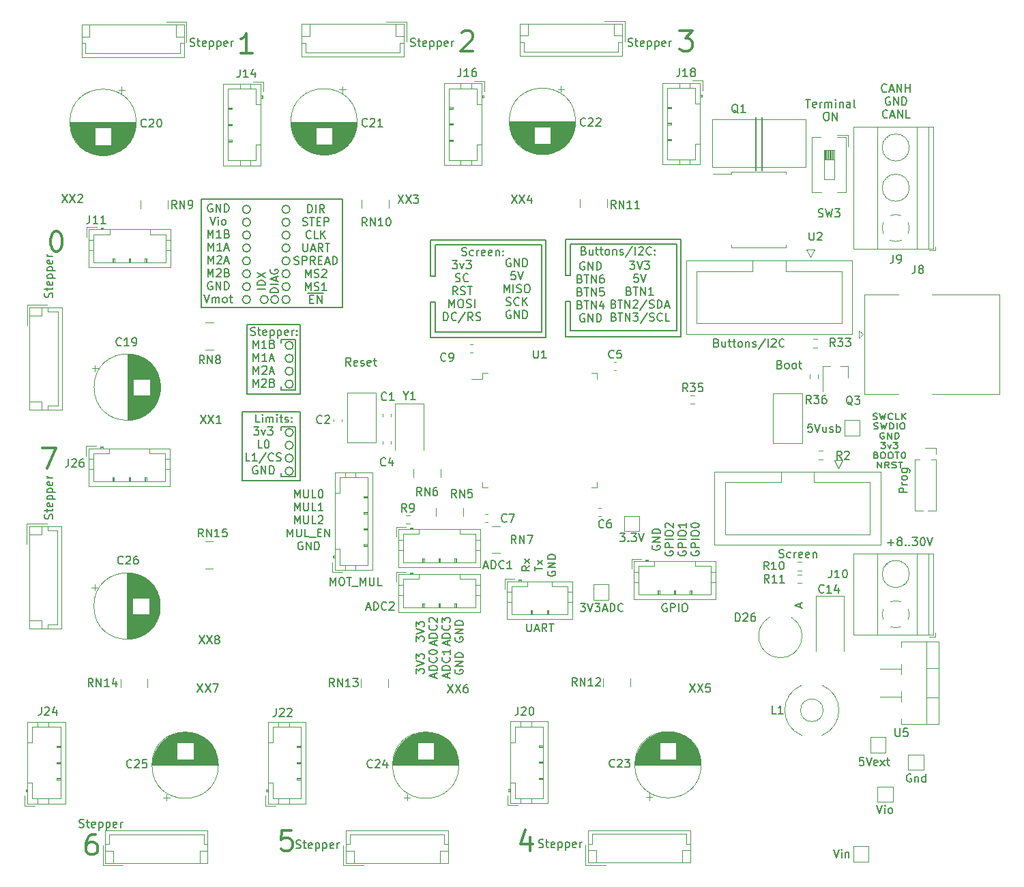
<source format=gbr>
%TF.GenerationSoftware,KiCad,Pcbnew,6.0.10*%
%TF.CreationDate,2023-05-02T14:48:46+03:00*%
%TF.ProjectId,multistepper,6d756c74-6973-4746-9570-7065722e6b69,rev?*%
%TF.SameCoordinates,Original*%
%TF.FileFunction,Legend,Top*%
%TF.FilePolarity,Positive*%
%FSLAX46Y46*%
G04 Gerber Fmt 4.6, Leading zero omitted, Abs format (unit mm)*
G04 Created by KiCad (PCBNEW 6.0.10) date 2023-05-02 14:48:46*
%MOMM*%
%LPD*%
G01*
G04 APERTURE LIST*
%ADD10C,0.150000*%
%ADD11C,0.350000*%
%ADD12C,0.120000*%
G04 APERTURE END LIST*
D10*
X122600000Y-65900000D02*
X136900000Y-65900000D01*
X89100000Y-95400000D02*
X87300000Y-95400000D01*
X122600000Y-73600000D02*
X123200000Y-73600000D01*
X82500000Y-87300000D02*
X89700000Y-87300000D01*
X89700000Y-87300000D02*
X89700000Y-95900000D01*
X89700000Y-95900000D02*
X82500000Y-95900000D01*
X82500000Y-95900000D02*
X82500000Y-87300000D01*
X88800000Y-94700000D02*
G75*
G03*
X88800000Y-94700000I-500000J0D01*
G01*
X136900000Y-78000000D02*
X122600000Y-78000000D01*
X87300000Y-89600000D02*
X87300000Y-89200000D01*
X77400000Y-60900000D02*
X94900000Y-60900000D01*
X94900000Y-60900000D02*
X94900000Y-74400000D01*
X94900000Y-74400000D02*
X77400000Y-74400000D01*
X77400000Y-74400000D02*
X77400000Y-60900000D01*
X88800000Y-91500000D02*
G75*
G03*
X88800000Y-91500000I-500000J0D01*
G01*
X88400000Y-67000000D02*
G75*
G03*
X88400000Y-67000000I-500000J0D01*
G01*
X83500000Y-70200000D02*
G75*
G03*
X83500000Y-70200000I-500000J0D01*
G01*
X87000000Y-73400000D02*
G75*
G03*
X87000000Y-73400000I-500000J0D01*
G01*
X123200000Y-66500000D02*
X136400000Y-66500000D01*
X88400000Y-65400000D02*
G75*
G03*
X88400000Y-65400000I-500000J0D01*
G01*
X105800000Y-66000000D02*
X120100000Y-66000000D01*
X136400000Y-77300000D02*
X123200000Y-77300000D01*
X87300000Y-84600000D02*
X87300000Y-84200000D01*
X88400000Y-63800000D02*
G75*
G03*
X88400000Y-63800000I-500000J0D01*
G01*
X122600000Y-70400000D02*
X122600000Y-65900000D01*
X89100000Y-78400000D02*
X89100000Y-84600000D01*
X83500000Y-73400000D02*
G75*
G03*
X83500000Y-73400000I-500000J0D01*
G01*
X136400000Y-66500000D02*
X136400000Y-77300000D01*
X88800000Y-82300000D02*
G75*
G03*
X88800000Y-82300000I-500000J0D01*
G01*
X105800000Y-73700000D02*
X106400000Y-73700000D01*
X88400000Y-68600000D02*
G75*
G03*
X88400000Y-68600000I-500000J0D01*
G01*
X87300000Y-89200000D02*
X89100000Y-89200000D01*
X123200000Y-70400000D02*
X123200000Y-66500000D01*
X120100000Y-66000000D02*
X120100000Y-78100000D01*
X89100000Y-89200000D02*
X89100000Y-95400000D01*
X83500000Y-62200000D02*
G75*
G03*
X83500000Y-62200000I-500000J0D01*
G01*
X106400000Y-77400000D02*
X106400000Y-73700000D01*
X119600000Y-66600000D02*
X119600000Y-77400000D01*
X83100000Y-76500000D02*
X89700000Y-76500000D01*
X89700000Y-76500000D02*
X89700000Y-85100000D01*
X89700000Y-85100000D02*
X83100000Y-85100000D01*
X83100000Y-85100000D02*
X83100000Y-76500000D01*
X105800000Y-70500000D02*
X105800000Y-66000000D01*
X85700000Y-73400000D02*
G75*
G03*
X85700000Y-73400000I-500000J0D01*
G01*
X88800000Y-93100000D02*
G75*
G03*
X88800000Y-93100000I-500000J0D01*
G01*
X88400000Y-70200000D02*
G75*
G03*
X88400000Y-70200000I-500000J0D01*
G01*
X83500000Y-71800000D02*
G75*
G03*
X83500000Y-71800000I-500000J0D01*
G01*
X136900000Y-65900000D02*
X136900000Y-78000000D01*
X89100000Y-84600000D02*
X87300000Y-84600000D01*
X88800000Y-83900000D02*
G75*
G03*
X88800000Y-83900000I-500000J0D01*
G01*
X123200000Y-70400000D02*
X122600000Y-70400000D01*
X88400000Y-73400000D02*
G75*
G03*
X88400000Y-73400000I-500000J0D01*
G01*
X87300000Y-95400000D02*
X87300000Y-95000000D01*
X88800000Y-79100000D02*
G75*
G03*
X88800000Y-79100000I-500000J0D01*
G01*
X88800000Y-89900000D02*
G75*
G03*
X88800000Y-89900000I-500000J0D01*
G01*
X83500000Y-63800000D02*
G75*
G03*
X83500000Y-63800000I-500000J0D01*
G01*
X83500000Y-67000000D02*
G75*
G03*
X83500000Y-67000000I-500000J0D01*
G01*
X88400000Y-71800000D02*
G75*
G03*
X88400000Y-71800000I-500000J0D01*
G01*
X87300000Y-78800000D02*
X87300000Y-78400000D01*
X106400000Y-70500000D02*
X105800000Y-70500000D01*
X83500000Y-68600000D02*
G75*
G03*
X83500000Y-68600000I-500000J0D01*
G01*
X122600000Y-78000000D02*
X122600000Y-73600000D01*
X123200000Y-77300000D02*
X123200000Y-73600000D01*
X105800000Y-78100000D02*
X105800000Y-73700000D01*
X119600000Y-77400000D02*
X106400000Y-77400000D01*
X88800000Y-80700000D02*
G75*
G03*
X88800000Y-80700000I-500000J0D01*
G01*
X88400000Y-62200000D02*
G75*
G03*
X88400000Y-62200000I-500000J0D01*
G01*
X87300000Y-78400000D02*
X89100000Y-78400000D01*
X83500000Y-65400000D02*
G75*
G03*
X83500000Y-65400000I-500000J0D01*
G01*
X106400000Y-66600000D02*
X119600000Y-66600000D01*
X120100000Y-78100000D02*
X105800000Y-78100000D01*
X106400000Y-70500000D02*
X106400000Y-66600000D01*
X83909523Y-89237380D02*
X84528571Y-89237380D01*
X84195238Y-89618333D01*
X84338095Y-89618333D01*
X84433333Y-89665952D01*
X84480952Y-89713571D01*
X84528571Y-89808809D01*
X84528571Y-90046904D01*
X84480952Y-90142142D01*
X84433333Y-90189761D01*
X84338095Y-90237380D01*
X84052380Y-90237380D01*
X83957142Y-90189761D01*
X83909523Y-90142142D01*
X84861904Y-89570714D02*
X85100000Y-90237380D01*
X85338095Y-89570714D01*
X85623809Y-89237380D02*
X86242857Y-89237380D01*
X85909523Y-89618333D01*
X86052380Y-89618333D01*
X86147619Y-89665952D01*
X86195238Y-89713571D01*
X86242857Y-89808809D01*
X86242857Y-90046904D01*
X86195238Y-90142142D01*
X86147619Y-90189761D01*
X86052380Y-90237380D01*
X85766666Y-90237380D01*
X85671428Y-90189761D01*
X85623809Y-90142142D01*
X84933333Y-91847380D02*
X84457142Y-91847380D01*
X84457142Y-90847380D01*
X85457142Y-90847380D02*
X85552380Y-90847380D01*
X85647619Y-90895000D01*
X85695238Y-90942619D01*
X85742857Y-91037857D01*
X85790476Y-91228333D01*
X85790476Y-91466428D01*
X85742857Y-91656904D01*
X85695238Y-91752142D01*
X85647619Y-91799761D01*
X85552380Y-91847380D01*
X85457142Y-91847380D01*
X85361904Y-91799761D01*
X85314285Y-91752142D01*
X85266666Y-91656904D01*
X85219047Y-91466428D01*
X85219047Y-91228333D01*
X85266666Y-91037857D01*
X85314285Y-90942619D01*
X85361904Y-90895000D01*
X85457142Y-90847380D01*
X83433333Y-93457380D02*
X82957142Y-93457380D01*
X82957142Y-92457380D01*
X84290476Y-93457380D02*
X83719047Y-93457380D01*
X84004761Y-93457380D02*
X84004761Y-92457380D01*
X83909523Y-92600238D01*
X83814285Y-92695476D01*
X83719047Y-92743095D01*
X85433333Y-92409761D02*
X84576190Y-93695476D01*
X86338095Y-93362142D02*
X86290476Y-93409761D01*
X86147619Y-93457380D01*
X86052380Y-93457380D01*
X85909523Y-93409761D01*
X85814285Y-93314523D01*
X85766666Y-93219285D01*
X85719047Y-93028809D01*
X85719047Y-92885952D01*
X85766666Y-92695476D01*
X85814285Y-92600238D01*
X85909523Y-92505000D01*
X86052380Y-92457380D01*
X86147619Y-92457380D01*
X86290476Y-92505000D01*
X86338095Y-92552619D01*
X86719047Y-93409761D02*
X86861904Y-93457380D01*
X87100000Y-93457380D01*
X87195238Y-93409761D01*
X87242857Y-93362142D01*
X87290476Y-93266904D01*
X87290476Y-93171666D01*
X87242857Y-93076428D01*
X87195238Y-93028809D01*
X87100000Y-92981190D01*
X86909523Y-92933571D01*
X86814285Y-92885952D01*
X86766666Y-92838333D01*
X86719047Y-92743095D01*
X86719047Y-92647857D01*
X86766666Y-92552619D01*
X86814285Y-92505000D01*
X86909523Y-92457380D01*
X87147619Y-92457380D01*
X87290476Y-92505000D01*
X84338095Y-94115000D02*
X84242857Y-94067380D01*
X84100000Y-94067380D01*
X83957142Y-94115000D01*
X83861904Y-94210238D01*
X83814285Y-94305476D01*
X83766666Y-94495952D01*
X83766666Y-94638809D01*
X83814285Y-94829285D01*
X83861904Y-94924523D01*
X83957142Y-95019761D01*
X84100000Y-95067380D01*
X84195238Y-95067380D01*
X84338095Y-95019761D01*
X84385714Y-94972142D01*
X84385714Y-94638809D01*
X84195238Y-94638809D01*
X84814285Y-95067380D02*
X84814285Y-94067380D01*
X85385714Y-95067380D01*
X85385714Y-94067380D01*
X85861904Y-95067380D02*
X85861904Y-94067380D01*
X86100000Y-94067380D01*
X86242857Y-94115000D01*
X86338095Y-94210238D01*
X86385714Y-94305476D01*
X86433333Y-94495952D01*
X86433333Y-94638809D01*
X86385714Y-94829285D01*
X86338095Y-94924523D01*
X86242857Y-95019761D01*
X86100000Y-95067380D01*
X85861904Y-95067380D01*
X83790476Y-79437380D02*
X83790476Y-78437380D01*
X84123809Y-79151666D01*
X84457142Y-78437380D01*
X84457142Y-79437380D01*
X85457142Y-79437380D02*
X84885714Y-79437380D01*
X85171428Y-79437380D02*
X85171428Y-78437380D01*
X85076190Y-78580238D01*
X84980952Y-78675476D01*
X84885714Y-78723095D01*
X86219047Y-78913571D02*
X86361904Y-78961190D01*
X86409523Y-79008809D01*
X86457142Y-79104047D01*
X86457142Y-79246904D01*
X86409523Y-79342142D01*
X86361904Y-79389761D01*
X86266666Y-79437380D01*
X85885714Y-79437380D01*
X85885714Y-78437380D01*
X86219047Y-78437380D01*
X86314285Y-78485000D01*
X86361904Y-78532619D01*
X86409523Y-78627857D01*
X86409523Y-78723095D01*
X86361904Y-78818333D01*
X86314285Y-78865952D01*
X86219047Y-78913571D01*
X85885714Y-78913571D01*
X83861904Y-81047380D02*
X83861904Y-80047380D01*
X84195238Y-80761666D01*
X84528571Y-80047380D01*
X84528571Y-81047380D01*
X85528571Y-81047380D02*
X84957142Y-81047380D01*
X85242857Y-81047380D02*
X85242857Y-80047380D01*
X85147619Y-80190238D01*
X85052380Y-80285476D01*
X84957142Y-80333095D01*
X85909523Y-80761666D02*
X86385714Y-80761666D01*
X85814285Y-81047380D02*
X86147619Y-80047380D01*
X86480952Y-81047380D01*
X83861904Y-82657380D02*
X83861904Y-81657380D01*
X84195238Y-82371666D01*
X84528571Y-81657380D01*
X84528571Y-82657380D01*
X84957142Y-81752619D02*
X85004761Y-81705000D01*
X85100000Y-81657380D01*
X85338095Y-81657380D01*
X85433333Y-81705000D01*
X85480952Y-81752619D01*
X85528571Y-81847857D01*
X85528571Y-81943095D01*
X85480952Y-82085952D01*
X84909523Y-82657380D01*
X85528571Y-82657380D01*
X85909523Y-82371666D02*
X86385714Y-82371666D01*
X85814285Y-82657380D02*
X86147619Y-81657380D01*
X86480952Y-82657380D01*
X83790476Y-84267380D02*
X83790476Y-83267380D01*
X84123809Y-83981666D01*
X84457142Y-83267380D01*
X84457142Y-84267380D01*
X84885714Y-83362619D02*
X84933333Y-83315000D01*
X85028571Y-83267380D01*
X85266666Y-83267380D01*
X85361904Y-83315000D01*
X85409523Y-83362619D01*
X85457142Y-83457857D01*
X85457142Y-83553095D01*
X85409523Y-83695952D01*
X84838095Y-84267380D01*
X85457142Y-84267380D01*
X86219047Y-83743571D02*
X86361904Y-83791190D01*
X86409523Y-83838809D01*
X86457142Y-83934047D01*
X86457142Y-84076904D01*
X86409523Y-84172142D01*
X86361904Y-84219761D01*
X86266666Y-84267380D01*
X85885714Y-84267380D01*
X85885714Y-83267380D01*
X86219047Y-83267380D01*
X86314285Y-83315000D01*
X86361904Y-83362619D01*
X86409523Y-83457857D01*
X86409523Y-83553095D01*
X86361904Y-83648333D01*
X86314285Y-83695952D01*
X86219047Y-83743571D01*
X85885714Y-83743571D01*
X104037380Y-115838095D02*
X104037380Y-115219047D01*
X104418333Y-115552380D01*
X104418333Y-115409523D01*
X104465952Y-115314285D01*
X104513571Y-115266666D01*
X104608809Y-115219047D01*
X104846904Y-115219047D01*
X104942142Y-115266666D01*
X104989761Y-115314285D01*
X105037380Y-115409523D01*
X105037380Y-115695238D01*
X104989761Y-115790476D01*
X104942142Y-115838095D01*
X104037380Y-114933333D02*
X105037380Y-114600000D01*
X104037380Y-114266666D01*
X104037380Y-114028571D02*
X104037380Y-113409523D01*
X104418333Y-113742857D01*
X104418333Y-113600000D01*
X104465952Y-113504761D01*
X104513571Y-113457142D01*
X104608809Y-113409523D01*
X104846904Y-113409523D01*
X104942142Y-113457142D01*
X104989761Y-113504761D01*
X105037380Y-113600000D01*
X105037380Y-113885714D01*
X104989761Y-113980952D01*
X104942142Y-114028571D01*
X106361666Y-116314285D02*
X106361666Y-115838095D01*
X106647380Y-116409523D02*
X105647380Y-116076190D01*
X106647380Y-115742857D01*
X106647380Y-115409523D02*
X105647380Y-115409523D01*
X105647380Y-115171428D01*
X105695000Y-115028571D01*
X105790238Y-114933333D01*
X105885476Y-114885714D01*
X106075952Y-114838095D01*
X106218809Y-114838095D01*
X106409285Y-114885714D01*
X106504523Y-114933333D01*
X106599761Y-115028571D01*
X106647380Y-115171428D01*
X106647380Y-115409523D01*
X106552142Y-113838095D02*
X106599761Y-113885714D01*
X106647380Y-114028571D01*
X106647380Y-114123809D01*
X106599761Y-114266666D01*
X106504523Y-114361904D01*
X106409285Y-114409523D01*
X106218809Y-114457142D01*
X106075952Y-114457142D01*
X105885476Y-114409523D01*
X105790238Y-114361904D01*
X105695000Y-114266666D01*
X105647380Y-114123809D01*
X105647380Y-114028571D01*
X105695000Y-113885714D01*
X105742619Y-113838095D01*
X105742619Y-113457142D02*
X105695000Y-113409523D01*
X105647380Y-113314285D01*
X105647380Y-113076190D01*
X105695000Y-112980952D01*
X105742619Y-112933333D01*
X105837857Y-112885714D01*
X105933095Y-112885714D01*
X106075952Y-112933333D01*
X106647380Y-113504761D01*
X106647380Y-112885714D01*
X107971666Y-116314285D02*
X107971666Y-115838095D01*
X108257380Y-116409523D02*
X107257380Y-116076190D01*
X108257380Y-115742857D01*
X108257380Y-115409523D02*
X107257380Y-115409523D01*
X107257380Y-115171428D01*
X107305000Y-115028571D01*
X107400238Y-114933333D01*
X107495476Y-114885714D01*
X107685952Y-114838095D01*
X107828809Y-114838095D01*
X108019285Y-114885714D01*
X108114523Y-114933333D01*
X108209761Y-115028571D01*
X108257380Y-115171428D01*
X108257380Y-115409523D01*
X108162142Y-113838095D02*
X108209761Y-113885714D01*
X108257380Y-114028571D01*
X108257380Y-114123809D01*
X108209761Y-114266666D01*
X108114523Y-114361904D01*
X108019285Y-114409523D01*
X107828809Y-114457142D01*
X107685952Y-114457142D01*
X107495476Y-114409523D01*
X107400238Y-114361904D01*
X107305000Y-114266666D01*
X107257380Y-114123809D01*
X107257380Y-114028571D01*
X107305000Y-113885714D01*
X107352619Y-113838095D01*
X107257380Y-113504761D02*
X107257380Y-112885714D01*
X107638333Y-113219047D01*
X107638333Y-113076190D01*
X107685952Y-112980952D01*
X107733571Y-112933333D01*
X107828809Y-112885714D01*
X108066904Y-112885714D01*
X108162142Y-112933333D01*
X108209761Y-112980952D01*
X108257380Y-113076190D01*
X108257380Y-113361904D01*
X108209761Y-113457142D01*
X108162142Y-113504761D01*
X108915000Y-115361904D02*
X108867380Y-115457142D01*
X108867380Y-115600000D01*
X108915000Y-115742857D01*
X109010238Y-115838095D01*
X109105476Y-115885714D01*
X109295952Y-115933333D01*
X109438809Y-115933333D01*
X109629285Y-115885714D01*
X109724523Y-115838095D01*
X109819761Y-115742857D01*
X109867380Y-115600000D01*
X109867380Y-115504761D01*
X109819761Y-115361904D01*
X109772142Y-115314285D01*
X109438809Y-115314285D01*
X109438809Y-115504761D01*
X109867380Y-114885714D02*
X108867380Y-114885714D01*
X109867380Y-114314285D01*
X108867380Y-114314285D01*
X109867380Y-113838095D02*
X108867380Y-113838095D01*
X108867380Y-113600000D01*
X108915000Y-113457142D01*
X109010238Y-113361904D01*
X109105476Y-113314285D01*
X109295952Y-113266666D01*
X109438809Y-113266666D01*
X109629285Y-113314285D01*
X109724523Y-113361904D01*
X109819761Y-113457142D01*
X109867380Y-113600000D01*
X109867380Y-113838095D01*
X152404761Y-48547380D02*
X152976190Y-48547380D01*
X152690476Y-49547380D02*
X152690476Y-48547380D01*
X153690476Y-49499761D02*
X153595238Y-49547380D01*
X153404761Y-49547380D01*
X153309523Y-49499761D01*
X153261904Y-49404523D01*
X153261904Y-49023571D01*
X153309523Y-48928333D01*
X153404761Y-48880714D01*
X153595238Y-48880714D01*
X153690476Y-48928333D01*
X153738095Y-49023571D01*
X153738095Y-49118809D01*
X153261904Y-49214047D01*
X154166666Y-49547380D02*
X154166666Y-48880714D01*
X154166666Y-49071190D02*
X154214285Y-48975952D01*
X154261904Y-48928333D01*
X154357142Y-48880714D01*
X154452380Y-48880714D01*
X154785714Y-49547380D02*
X154785714Y-48880714D01*
X154785714Y-48975952D02*
X154833333Y-48928333D01*
X154928571Y-48880714D01*
X155071428Y-48880714D01*
X155166666Y-48928333D01*
X155214285Y-49023571D01*
X155214285Y-49547380D01*
X155214285Y-49023571D02*
X155261904Y-48928333D01*
X155357142Y-48880714D01*
X155500000Y-48880714D01*
X155595238Y-48928333D01*
X155642857Y-49023571D01*
X155642857Y-49547380D01*
X156119047Y-49547380D02*
X156119047Y-48880714D01*
X156119047Y-48547380D02*
X156071428Y-48595000D01*
X156119047Y-48642619D01*
X156166666Y-48595000D01*
X156119047Y-48547380D01*
X156119047Y-48642619D01*
X156595238Y-48880714D02*
X156595238Y-49547380D01*
X156595238Y-48975952D02*
X156642857Y-48928333D01*
X156738095Y-48880714D01*
X156880952Y-48880714D01*
X156976190Y-48928333D01*
X157023809Y-49023571D01*
X157023809Y-49547380D01*
X157928571Y-49547380D02*
X157928571Y-49023571D01*
X157880952Y-48928333D01*
X157785714Y-48880714D01*
X157595238Y-48880714D01*
X157500000Y-48928333D01*
X157928571Y-49499761D02*
X157833333Y-49547380D01*
X157595238Y-49547380D01*
X157500000Y-49499761D01*
X157452380Y-49404523D01*
X157452380Y-49309285D01*
X157500000Y-49214047D01*
X157595238Y-49166428D01*
X157833333Y-49166428D01*
X157928571Y-49118809D01*
X158547619Y-49547380D02*
X158452380Y-49499761D01*
X158404761Y-49404523D01*
X158404761Y-48547380D01*
X154880952Y-50157380D02*
X155071428Y-50157380D01*
X155166666Y-50205000D01*
X155261904Y-50300238D01*
X155309523Y-50490714D01*
X155309523Y-50824047D01*
X155261904Y-51014523D01*
X155166666Y-51109761D01*
X155071428Y-51157380D01*
X154880952Y-51157380D01*
X154785714Y-51109761D01*
X154690476Y-51014523D01*
X154642857Y-50824047D01*
X154642857Y-50490714D01*
X154690476Y-50300238D01*
X154785714Y-50205000D01*
X154880952Y-50157380D01*
X155738095Y-51157380D02*
X155738095Y-50157380D01*
X156309523Y-51157380D01*
X156309523Y-50157380D01*
X124861904Y-67328571D02*
X125004761Y-67376190D01*
X125052380Y-67423809D01*
X125100000Y-67519047D01*
X125100000Y-67661904D01*
X125052380Y-67757142D01*
X125004761Y-67804761D01*
X124909523Y-67852380D01*
X124528571Y-67852380D01*
X124528571Y-66852380D01*
X124861904Y-66852380D01*
X124957142Y-66900000D01*
X125004761Y-66947619D01*
X125052380Y-67042857D01*
X125052380Y-67138095D01*
X125004761Y-67233333D01*
X124957142Y-67280952D01*
X124861904Y-67328571D01*
X124528571Y-67328571D01*
X125957142Y-67185714D02*
X125957142Y-67852380D01*
X125528571Y-67185714D02*
X125528571Y-67709523D01*
X125576190Y-67804761D01*
X125671428Y-67852380D01*
X125814285Y-67852380D01*
X125909523Y-67804761D01*
X125957142Y-67757142D01*
X126290476Y-67185714D02*
X126671428Y-67185714D01*
X126433333Y-66852380D02*
X126433333Y-67709523D01*
X126480952Y-67804761D01*
X126576190Y-67852380D01*
X126671428Y-67852380D01*
X126861904Y-67185714D02*
X127242857Y-67185714D01*
X127004761Y-66852380D02*
X127004761Y-67709523D01*
X127052380Y-67804761D01*
X127147619Y-67852380D01*
X127242857Y-67852380D01*
X127719047Y-67852380D02*
X127623809Y-67804761D01*
X127576190Y-67757142D01*
X127528571Y-67661904D01*
X127528571Y-67376190D01*
X127576190Y-67280952D01*
X127623809Y-67233333D01*
X127719047Y-67185714D01*
X127861904Y-67185714D01*
X127957142Y-67233333D01*
X128004761Y-67280952D01*
X128052380Y-67376190D01*
X128052380Y-67661904D01*
X128004761Y-67757142D01*
X127957142Y-67804761D01*
X127861904Y-67852380D01*
X127719047Y-67852380D01*
X128480952Y-67185714D02*
X128480952Y-67852380D01*
X128480952Y-67280952D02*
X128528571Y-67233333D01*
X128623809Y-67185714D01*
X128766666Y-67185714D01*
X128861904Y-67233333D01*
X128909523Y-67328571D01*
X128909523Y-67852380D01*
X129338095Y-67804761D02*
X129433333Y-67852380D01*
X129623809Y-67852380D01*
X129719047Y-67804761D01*
X129766666Y-67709523D01*
X129766666Y-67661904D01*
X129719047Y-67566666D01*
X129623809Y-67519047D01*
X129480952Y-67519047D01*
X129385714Y-67471428D01*
X129338095Y-67376190D01*
X129338095Y-67328571D01*
X129385714Y-67233333D01*
X129480952Y-67185714D01*
X129623809Y-67185714D01*
X129719047Y-67233333D01*
X130909523Y-66804761D02*
X130052380Y-68090476D01*
X131242857Y-67852380D02*
X131242857Y-66852380D01*
X131671428Y-66947619D02*
X131719047Y-66900000D01*
X131814285Y-66852380D01*
X132052380Y-66852380D01*
X132147619Y-66900000D01*
X132195238Y-66947619D01*
X132242857Y-67042857D01*
X132242857Y-67138095D01*
X132195238Y-67280952D01*
X131623809Y-67852380D01*
X132242857Y-67852380D01*
X133242857Y-67757142D02*
X133195238Y-67804761D01*
X133052380Y-67852380D01*
X132957142Y-67852380D01*
X132814285Y-67804761D01*
X132719047Y-67709523D01*
X132671428Y-67614285D01*
X132623809Y-67423809D01*
X132623809Y-67280952D01*
X132671428Y-67090476D01*
X132719047Y-66995238D01*
X132814285Y-66900000D01*
X132957142Y-66852380D01*
X133052380Y-66852380D01*
X133195238Y-66900000D01*
X133242857Y-66947619D01*
X133671428Y-67757142D02*
X133719047Y-67804761D01*
X133671428Y-67852380D01*
X133623809Y-67804761D01*
X133671428Y-67757142D01*
X133671428Y-67852380D01*
X133671428Y-67233333D02*
X133719047Y-67280952D01*
X133671428Y-67328571D01*
X133623809Y-67280952D01*
X133671428Y-67233333D01*
X133671428Y-67328571D01*
D11*
X59280952Y-64930952D02*
X59519047Y-64930952D01*
X59757142Y-65050000D01*
X59876190Y-65169047D01*
X59995238Y-65407142D01*
X60114285Y-65883333D01*
X60114285Y-66478571D01*
X59995238Y-66954761D01*
X59876190Y-67192857D01*
X59757142Y-67311904D01*
X59519047Y-67430952D01*
X59280952Y-67430952D01*
X59042857Y-67311904D01*
X58923809Y-67192857D01*
X58804761Y-66954761D01*
X58685714Y-66478571D01*
X58685714Y-65883333D01*
X58804761Y-65407142D01*
X58923809Y-65169047D01*
X59042857Y-65050000D01*
X59280952Y-64930952D01*
X83714285Y-42830952D02*
X82285714Y-42830952D01*
X83000000Y-42830952D02*
X83000000Y-40330952D01*
X82761904Y-40688095D01*
X82523809Y-40926190D01*
X82285714Y-41045238D01*
D10*
X85347380Y-72076190D02*
X84347380Y-72076190D01*
X85347380Y-71600000D02*
X84347380Y-71600000D01*
X84347380Y-71361904D01*
X84395000Y-71219047D01*
X84490238Y-71123809D01*
X84585476Y-71076190D01*
X84775952Y-71028571D01*
X84918809Y-71028571D01*
X85109285Y-71076190D01*
X85204523Y-71123809D01*
X85299761Y-71219047D01*
X85347380Y-71361904D01*
X85347380Y-71600000D01*
X84347380Y-70695238D02*
X85347380Y-70028571D01*
X84347380Y-70028571D02*
X85347380Y-70695238D01*
X86957380Y-72528571D02*
X85957380Y-72528571D01*
X85957380Y-72290476D01*
X86005000Y-72147619D01*
X86100238Y-72052380D01*
X86195476Y-72004761D01*
X86385952Y-71957142D01*
X86528809Y-71957142D01*
X86719285Y-72004761D01*
X86814523Y-72052380D01*
X86909761Y-72147619D01*
X86957380Y-72290476D01*
X86957380Y-72528571D01*
X86957380Y-71528571D02*
X85957380Y-71528571D01*
X86671666Y-71100000D02*
X86671666Y-70623809D01*
X86957380Y-71195238D02*
X85957380Y-70861904D01*
X86957380Y-70528571D01*
X86005000Y-69671428D02*
X85957380Y-69766666D01*
X85957380Y-69909523D01*
X86005000Y-70052380D01*
X86100238Y-70147619D01*
X86195476Y-70195238D01*
X86385952Y-70242857D01*
X86528809Y-70242857D01*
X86719285Y-70195238D01*
X86814523Y-70147619D01*
X86909761Y-70052380D01*
X86957380Y-69909523D01*
X86957380Y-69814285D01*
X86909761Y-69671428D01*
X86862142Y-69623809D01*
X86528809Y-69623809D01*
X86528809Y-69814285D01*
X83519047Y-77804761D02*
X83661904Y-77852380D01*
X83900000Y-77852380D01*
X83995238Y-77804761D01*
X84042857Y-77757142D01*
X84090476Y-77661904D01*
X84090476Y-77566666D01*
X84042857Y-77471428D01*
X83995238Y-77423809D01*
X83900000Y-77376190D01*
X83709523Y-77328571D01*
X83614285Y-77280952D01*
X83566666Y-77233333D01*
X83519047Y-77138095D01*
X83519047Y-77042857D01*
X83566666Y-76947619D01*
X83614285Y-76900000D01*
X83709523Y-76852380D01*
X83947619Y-76852380D01*
X84090476Y-76900000D01*
X84376190Y-77185714D02*
X84757142Y-77185714D01*
X84519047Y-76852380D02*
X84519047Y-77709523D01*
X84566666Y-77804761D01*
X84661904Y-77852380D01*
X84757142Y-77852380D01*
X85471428Y-77804761D02*
X85376190Y-77852380D01*
X85185714Y-77852380D01*
X85090476Y-77804761D01*
X85042857Y-77709523D01*
X85042857Y-77328571D01*
X85090476Y-77233333D01*
X85185714Y-77185714D01*
X85376190Y-77185714D01*
X85471428Y-77233333D01*
X85519047Y-77328571D01*
X85519047Y-77423809D01*
X85042857Y-77519047D01*
X85947619Y-77185714D02*
X85947619Y-78185714D01*
X85947619Y-77233333D02*
X86042857Y-77185714D01*
X86233333Y-77185714D01*
X86328571Y-77233333D01*
X86376190Y-77280952D01*
X86423809Y-77376190D01*
X86423809Y-77661904D01*
X86376190Y-77757142D01*
X86328571Y-77804761D01*
X86233333Y-77852380D01*
X86042857Y-77852380D01*
X85947619Y-77804761D01*
X86852380Y-77185714D02*
X86852380Y-78185714D01*
X86852380Y-77233333D02*
X86947619Y-77185714D01*
X87138095Y-77185714D01*
X87233333Y-77233333D01*
X87280952Y-77280952D01*
X87328571Y-77376190D01*
X87328571Y-77661904D01*
X87280952Y-77757142D01*
X87233333Y-77804761D01*
X87138095Y-77852380D01*
X86947619Y-77852380D01*
X86852380Y-77804761D01*
X88138095Y-77804761D02*
X88042857Y-77852380D01*
X87852380Y-77852380D01*
X87757142Y-77804761D01*
X87709523Y-77709523D01*
X87709523Y-77328571D01*
X87757142Y-77233333D01*
X87852380Y-77185714D01*
X88042857Y-77185714D01*
X88138095Y-77233333D01*
X88185714Y-77328571D01*
X88185714Y-77423809D01*
X87709523Y-77519047D01*
X88614285Y-77852380D02*
X88614285Y-77185714D01*
X88614285Y-77376190D02*
X88661904Y-77280952D01*
X88709523Y-77233333D01*
X88804761Y-77185714D01*
X88900000Y-77185714D01*
X89233333Y-77757142D02*
X89280952Y-77804761D01*
X89233333Y-77852380D01*
X89185714Y-77804761D01*
X89233333Y-77757142D01*
X89233333Y-77852380D01*
X89233333Y-77233333D02*
X89280952Y-77280952D01*
X89233333Y-77328571D01*
X89185714Y-77280952D01*
X89233333Y-77233333D01*
X89233333Y-77328571D01*
D11*
X88595238Y-139330952D02*
X87404761Y-139330952D01*
X87285714Y-140521428D01*
X87404761Y-140402380D01*
X87642857Y-140283333D01*
X88238095Y-140283333D01*
X88476190Y-140402380D01*
X88595238Y-140521428D01*
X88714285Y-140759523D01*
X88714285Y-141354761D01*
X88595238Y-141592857D01*
X88476190Y-141711904D01*
X88238095Y-141830952D01*
X87642857Y-141830952D01*
X87404761Y-141711904D01*
X87285714Y-141592857D01*
X118176190Y-140164285D02*
X118176190Y-141830952D01*
X117580952Y-139211904D02*
X116985714Y-140997619D01*
X118533333Y-140997619D01*
D10*
X162585714Y-103571428D02*
X163347619Y-103571428D01*
X162966666Y-103952380D02*
X162966666Y-103190476D01*
X163966666Y-103380952D02*
X163871428Y-103333333D01*
X163823809Y-103285714D01*
X163776190Y-103190476D01*
X163776190Y-103142857D01*
X163823809Y-103047619D01*
X163871428Y-103000000D01*
X163966666Y-102952380D01*
X164157142Y-102952380D01*
X164252380Y-103000000D01*
X164300000Y-103047619D01*
X164347619Y-103142857D01*
X164347619Y-103190476D01*
X164300000Y-103285714D01*
X164252380Y-103333333D01*
X164157142Y-103380952D01*
X163966666Y-103380952D01*
X163871428Y-103428571D01*
X163823809Y-103476190D01*
X163776190Y-103571428D01*
X163776190Y-103761904D01*
X163823809Y-103857142D01*
X163871428Y-103904761D01*
X163966666Y-103952380D01*
X164157142Y-103952380D01*
X164252380Y-103904761D01*
X164300000Y-103857142D01*
X164347619Y-103761904D01*
X164347619Y-103571428D01*
X164300000Y-103476190D01*
X164252380Y-103428571D01*
X164157142Y-103380952D01*
X164776190Y-103857142D02*
X164823809Y-103904761D01*
X164776190Y-103952380D01*
X164728571Y-103904761D01*
X164776190Y-103857142D01*
X164776190Y-103952380D01*
X165252380Y-103857142D02*
X165300000Y-103904761D01*
X165252380Y-103952380D01*
X165204761Y-103904761D01*
X165252380Y-103857142D01*
X165252380Y-103952380D01*
X165633333Y-102952380D02*
X166252380Y-102952380D01*
X165919047Y-103333333D01*
X166061904Y-103333333D01*
X166157142Y-103380952D01*
X166204761Y-103428571D01*
X166252380Y-103523809D01*
X166252380Y-103761904D01*
X166204761Y-103857142D01*
X166157142Y-103904761D01*
X166061904Y-103952380D01*
X165776190Y-103952380D01*
X165680952Y-103904761D01*
X165633333Y-103857142D01*
X166871428Y-102952380D02*
X166966666Y-102952380D01*
X167061904Y-103000000D01*
X167109523Y-103047619D01*
X167157142Y-103142857D01*
X167204761Y-103333333D01*
X167204761Y-103571428D01*
X167157142Y-103761904D01*
X167109523Y-103857142D01*
X167061904Y-103904761D01*
X166966666Y-103952380D01*
X166871428Y-103952380D01*
X166776190Y-103904761D01*
X166728571Y-103857142D01*
X166680952Y-103761904D01*
X166633333Y-103571428D01*
X166633333Y-103333333D01*
X166680952Y-103142857D01*
X166728571Y-103047619D01*
X166776190Y-103000000D01*
X166871428Y-102952380D01*
X167490476Y-102952380D02*
X167823809Y-103952380D01*
X168157142Y-102952380D01*
D11*
X64276190Y-139830952D02*
X63800000Y-139830952D01*
X63561904Y-139950000D01*
X63442857Y-140069047D01*
X63204761Y-140426190D01*
X63085714Y-140902380D01*
X63085714Y-141854761D01*
X63204761Y-142092857D01*
X63323809Y-142211904D01*
X63561904Y-142330952D01*
X64038095Y-142330952D01*
X64276190Y-142211904D01*
X64395238Y-142092857D01*
X64514285Y-141854761D01*
X64514285Y-141259523D01*
X64395238Y-141021428D01*
X64276190Y-140902380D01*
X64038095Y-140783333D01*
X63561904Y-140783333D01*
X63323809Y-140902380D01*
X63204761Y-141021428D01*
X63085714Y-141259523D01*
D10*
X160752885Y-88242221D02*
X160881457Y-88277935D01*
X161095742Y-88277935D01*
X161181457Y-88242221D01*
X161224314Y-88206507D01*
X161267171Y-88135078D01*
X161267171Y-88063650D01*
X161224314Y-87992221D01*
X161181457Y-87956507D01*
X161095742Y-87920792D01*
X160924314Y-87885078D01*
X160838600Y-87849364D01*
X160795742Y-87813650D01*
X160752885Y-87742221D01*
X160752885Y-87670792D01*
X160795742Y-87599364D01*
X160838600Y-87563650D01*
X160924314Y-87527935D01*
X161138600Y-87527935D01*
X161267171Y-87563650D01*
X161567171Y-87527935D02*
X161781457Y-88277935D01*
X161952885Y-87742221D01*
X162124314Y-88277935D01*
X162338600Y-87527935D01*
X163195742Y-88206507D02*
X163152885Y-88242221D01*
X163024314Y-88277935D01*
X162938600Y-88277935D01*
X162810028Y-88242221D01*
X162724314Y-88170792D01*
X162681457Y-88099364D01*
X162638600Y-87956507D01*
X162638600Y-87849364D01*
X162681457Y-87706507D01*
X162724314Y-87635078D01*
X162810028Y-87563650D01*
X162938600Y-87527935D01*
X163024314Y-87527935D01*
X163152885Y-87563650D01*
X163195742Y-87599364D01*
X164010028Y-88277935D02*
X163581457Y-88277935D01*
X163581457Y-87527935D01*
X164310028Y-88277935D02*
X164310028Y-87527935D01*
X164824314Y-88277935D02*
X164438600Y-87849364D01*
X164824314Y-87527935D02*
X164310028Y-87956507D01*
X160881457Y-89449721D02*
X161010028Y-89485435D01*
X161224314Y-89485435D01*
X161310028Y-89449721D01*
X161352885Y-89414007D01*
X161395742Y-89342578D01*
X161395742Y-89271150D01*
X161352885Y-89199721D01*
X161310028Y-89164007D01*
X161224314Y-89128292D01*
X161052885Y-89092578D01*
X160967171Y-89056864D01*
X160924314Y-89021150D01*
X160881457Y-88949721D01*
X160881457Y-88878292D01*
X160924314Y-88806864D01*
X160967171Y-88771150D01*
X161052885Y-88735435D01*
X161267171Y-88735435D01*
X161395742Y-88771150D01*
X161695742Y-88735435D02*
X161910028Y-89485435D01*
X162081457Y-88949721D01*
X162252885Y-89485435D01*
X162467171Y-88735435D01*
X162810028Y-89485435D02*
X162810028Y-88735435D01*
X163024314Y-88735435D01*
X163152885Y-88771150D01*
X163238600Y-88842578D01*
X163281457Y-88914007D01*
X163324314Y-89056864D01*
X163324314Y-89164007D01*
X163281457Y-89306864D01*
X163238600Y-89378292D01*
X163152885Y-89449721D01*
X163024314Y-89485435D01*
X162810028Y-89485435D01*
X163710028Y-89485435D02*
X163710028Y-88735435D01*
X164310028Y-88735435D02*
X164481457Y-88735435D01*
X164567171Y-88771150D01*
X164652885Y-88842578D01*
X164695742Y-88985435D01*
X164695742Y-89235435D01*
X164652885Y-89378292D01*
X164567171Y-89449721D01*
X164481457Y-89485435D01*
X164310028Y-89485435D01*
X164224314Y-89449721D01*
X164138600Y-89378292D01*
X164095742Y-89235435D01*
X164095742Y-88985435D01*
X164138600Y-88842578D01*
X164224314Y-88771150D01*
X164310028Y-88735435D01*
X162102885Y-89978650D02*
X162017171Y-89942935D01*
X161888600Y-89942935D01*
X161760028Y-89978650D01*
X161674314Y-90050078D01*
X161631457Y-90121507D01*
X161588600Y-90264364D01*
X161588600Y-90371507D01*
X161631457Y-90514364D01*
X161674314Y-90585792D01*
X161760028Y-90657221D01*
X161888600Y-90692935D01*
X161974314Y-90692935D01*
X162102885Y-90657221D01*
X162145742Y-90621507D01*
X162145742Y-90371507D01*
X161974314Y-90371507D01*
X162531457Y-90692935D02*
X162531457Y-89942935D01*
X163045742Y-90692935D01*
X163045742Y-89942935D01*
X163474314Y-90692935D02*
X163474314Y-89942935D01*
X163688600Y-89942935D01*
X163817171Y-89978650D01*
X163902885Y-90050078D01*
X163945742Y-90121507D01*
X163988600Y-90264364D01*
X163988600Y-90371507D01*
X163945742Y-90514364D01*
X163902885Y-90585792D01*
X163817171Y-90657221D01*
X163688600Y-90692935D01*
X163474314Y-90692935D01*
X161717171Y-91150435D02*
X162274314Y-91150435D01*
X161974314Y-91436150D01*
X162102885Y-91436150D01*
X162188600Y-91471864D01*
X162231457Y-91507578D01*
X162274314Y-91579007D01*
X162274314Y-91757578D01*
X162231457Y-91829007D01*
X162188600Y-91864721D01*
X162102885Y-91900435D01*
X161845742Y-91900435D01*
X161760028Y-91864721D01*
X161717171Y-91829007D01*
X162574314Y-91400435D02*
X162788600Y-91900435D01*
X163002885Y-91400435D01*
X163260028Y-91150435D02*
X163817171Y-91150435D01*
X163517171Y-91436150D01*
X163645742Y-91436150D01*
X163731457Y-91471864D01*
X163774314Y-91507578D01*
X163817171Y-91579007D01*
X163817171Y-91757578D01*
X163774314Y-91829007D01*
X163731457Y-91864721D01*
X163645742Y-91900435D01*
X163388600Y-91900435D01*
X163302885Y-91864721D01*
X163260028Y-91829007D01*
X161138600Y-92715078D02*
X161267171Y-92750792D01*
X161310028Y-92786507D01*
X161352885Y-92857935D01*
X161352885Y-92965078D01*
X161310028Y-93036507D01*
X161267171Y-93072221D01*
X161181457Y-93107935D01*
X160838600Y-93107935D01*
X160838600Y-92357935D01*
X161138600Y-92357935D01*
X161224314Y-92393650D01*
X161267171Y-92429364D01*
X161310028Y-92500792D01*
X161310028Y-92572221D01*
X161267171Y-92643650D01*
X161224314Y-92679364D01*
X161138600Y-92715078D01*
X160838600Y-92715078D01*
X161910028Y-92357935D02*
X162081457Y-92357935D01*
X162167171Y-92393650D01*
X162252885Y-92465078D01*
X162295742Y-92607935D01*
X162295742Y-92857935D01*
X162252885Y-93000792D01*
X162167171Y-93072221D01*
X162081457Y-93107935D01*
X161910028Y-93107935D01*
X161824314Y-93072221D01*
X161738600Y-93000792D01*
X161695742Y-92857935D01*
X161695742Y-92607935D01*
X161738600Y-92465078D01*
X161824314Y-92393650D01*
X161910028Y-92357935D01*
X162852885Y-92357935D02*
X163024314Y-92357935D01*
X163110028Y-92393650D01*
X163195742Y-92465078D01*
X163238600Y-92607935D01*
X163238600Y-92857935D01*
X163195742Y-93000792D01*
X163110028Y-93072221D01*
X163024314Y-93107935D01*
X162852885Y-93107935D01*
X162767171Y-93072221D01*
X162681457Y-93000792D01*
X162638600Y-92857935D01*
X162638600Y-92607935D01*
X162681457Y-92465078D01*
X162767171Y-92393650D01*
X162852885Y-92357935D01*
X163495742Y-92357935D02*
X164010028Y-92357935D01*
X163752885Y-93107935D02*
X163752885Y-92357935D01*
X164481457Y-92357935D02*
X164567171Y-92357935D01*
X164652885Y-92393650D01*
X164695742Y-92429364D01*
X164738600Y-92500792D01*
X164781457Y-92643650D01*
X164781457Y-92822221D01*
X164738600Y-92965078D01*
X164695742Y-93036507D01*
X164652885Y-93072221D01*
X164567171Y-93107935D01*
X164481457Y-93107935D01*
X164395742Y-93072221D01*
X164352885Y-93036507D01*
X164310028Y-92965078D01*
X164267171Y-92822221D01*
X164267171Y-92643650D01*
X164310028Y-92500792D01*
X164352885Y-92429364D01*
X164395742Y-92393650D01*
X164481457Y-92357935D01*
X161310028Y-94315435D02*
X161310028Y-93565435D01*
X161824314Y-94315435D01*
X161824314Y-93565435D01*
X162767171Y-94315435D02*
X162467171Y-93958292D01*
X162252885Y-94315435D02*
X162252885Y-93565435D01*
X162595742Y-93565435D01*
X162681457Y-93601150D01*
X162724314Y-93636864D01*
X162767171Y-93708292D01*
X162767171Y-93815435D01*
X162724314Y-93886864D01*
X162681457Y-93922578D01*
X162595742Y-93958292D01*
X162252885Y-93958292D01*
X163110028Y-94279721D02*
X163238600Y-94315435D01*
X163452885Y-94315435D01*
X163538600Y-94279721D01*
X163581457Y-94244007D01*
X163624314Y-94172578D01*
X163624314Y-94101150D01*
X163581457Y-94029721D01*
X163538600Y-93994007D01*
X163452885Y-93958292D01*
X163281457Y-93922578D01*
X163195742Y-93886864D01*
X163152885Y-93851150D01*
X163110028Y-93779721D01*
X163110028Y-93708292D01*
X163152885Y-93636864D01*
X163195742Y-93601150D01*
X163281457Y-93565435D01*
X163495742Y-93565435D01*
X163624314Y-93601150D01*
X163881457Y-93565435D02*
X164395742Y-93565435D01*
X164138600Y-94315435D02*
X164138600Y-93565435D01*
X162433333Y-47547142D02*
X162385714Y-47594761D01*
X162242857Y-47642380D01*
X162147619Y-47642380D01*
X162004761Y-47594761D01*
X161909523Y-47499523D01*
X161861904Y-47404285D01*
X161814285Y-47213809D01*
X161814285Y-47070952D01*
X161861904Y-46880476D01*
X161909523Y-46785238D01*
X162004761Y-46690000D01*
X162147619Y-46642380D01*
X162242857Y-46642380D01*
X162385714Y-46690000D01*
X162433333Y-46737619D01*
X162814285Y-47356666D02*
X163290476Y-47356666D01*
X162719047Y-47642380D02*
X163052380Y-46642380D01*
X163385714Y-47642380D01*
X163719047Y-47642380D02*
X163719047Y-46642380D01*
X164290476Y-47642380D01*
X164290476Y-46642380D01*
X164766666Y-47642380D02*
X164766666Y-46642380D01*
X164766666Y-47118571D02*
X165338095Y-47118571D01*
X165338095Y-47642380D02*
X165338095Y-46642380D01*
X162838095Y-48300000D02*
X162742857Y-48252380D01*
X162600000Y-48252380D01*
X162457142Y-48300000D01*
X162361904Y-48395238D01*
X162314285Y-48490476D01*
X162266666Y-48680952D01*
X162266666Y-48823809D01*
X162314285Y-49014285D01*
X162361904Y-49109523D01*
X162457142Y-49204761D01*
X162600000Y-49252380D01*
X162695238Y-49252380D01*
X162838095Y-49204761D01*
X162885714Y-49157142D01*
X162885714Y-48823809D01*
X162695238Y-48823809D01*
X163314285Y-49252380D02*
X163314285Y-48252380D01*
X163885714Y-49252380D01*
X163885714Y-48252380D01*
X164361904Y-49252380D02*
X164361904Y-48252380D01*
X164600000Y-48252380D01*
X164742857Y-48300000D01*
X164838095Y-48395238D01*
X164885714Y-48490476D01*
X164933333Y-48680952D01*
X164933333Y-48823809D01*
X164885714Y-49014285D01*
X164838095Y-49109523D01*
X164742857Y-49204761D01*
X164600000Y-49252380D01*
X164361904Y-49252380D01*
X162552380Y-50767142D02*
X162504761Y-50814761D01*
X162361904Y-50862380D01*
X162266666Y-50862380D01*
X162123809Y-50814761D01*
X162028571Y-50719523D01*
X161980952Y-50624285D01*
X161933333Y-50433809D01*
X161933333Y-50290952D01*
X161980952Y-50100476D01*
X162028571Y-50005238D01*
X162123809Y-49910000D01*
X162266666Y-49862380D01*
X162361904Y-49862380D01*
X162504761Y-49910000D01*
X162552380Y-49957619D01*
X162933333Y-50576666D02*
X163409523Y-50576666D01*
X162838095Y-50862380D02*
X163171428Y-49862380D01*
X163504761Y-50862380D01*
X163838095Y-50862380D02*
X163838095Y-49862380D01*
X164409523Y-50862380D01*
X164409523Y-49862380D01*
X165361904Y-50862380D02*
X164885714Y-50862380D01*
X164885714Y-49862380D01*
X133385000Y-103961904D02*
X133337380Y-104057142D01*
X133337380Y-104200000D01*
X133385000Y-104342857D01*
X133480238Y-104438095D01*
X133575476Y-104485714D01*
X133765952Y-104533333D01*
X133908809Y-104533333D01*
X134099285Y-104485714D01*
X134194523Y-104438095D01*
X134289761Y-104342857D01*
X134337380Y-104200000D01*
X134337380Y-104104761D01*
X134289761Y-103961904D01*
X134242142Y-103914285D01*
X133908809Y-103914285D01*
X133908809Y-104104761D01*
X134337380Y-103485714D02*
X133337380Y-103485714D01*
X134337380Y-102914285D01*
X133337380Y-102914285D01*
X134337380Y-102438095D02*
X133337380Y-102438095D01*
X133337380Y-102200000D01*
X133385000Y-102057142D01*
X133480238Y-101961904D01*
X133575476Y-101914285D01*
X133765952Y-101866666D01*
X133908809Y-101866666D01*
X134099285Y-101914285D01*
X134194523Y-101961904D01*
X134289761Y-102057142D01*
X134337380Y-102200000D01*
X134337380Y-102438095D01*
X134995000Y-104676190D02*
X134947380Y-104771428D01*
X134947380Y-104914285D01*
X134995000Y-105057142D01*
X135090238Y-105152380D01*
X135185476Y-105200000D01*
X135375952Y-105247619D01*
X135518809Y-105247619D01*
X135709285Y-105200000D01*
X135804523Y-105152380D01*
X135899761Y-105057142D01*
X135947380Y-104914285D01*
X135947380Y-104819047D01*
X135899761Y-104676190D01*
X135852142Y-104628571D01*
X135518809Y-104628571D01*
X135518809Y-104819047D01*
X135947380Y-104200000D02*
X134947380Y-104200000D01*
X134947380Y-103819047D01*
X134995000Y-103723809D01*
X135042619Y-103676190D01*
X135137857Y-103628571D01*
X135280714Y-103628571D01*
X135375952Y-103676190D01*
X135423571Y-103723809D01*
X135471190Y-103819047D01*
X135471190Y-104200000D01*
X135947380Y-103200000D02*
X134947380Y-103200000D01*
X134947380Y-102533333D02*
X134947380Y-102342857D01*
X134995000Y-102247619D01*
X135090238Y-102152380D01*
X135280714Y-102104761D01*
X135614047Y-102104761D01*
X135804523Y-102152380D01*
X135899761Y-102247619D01*
X135947380Y-102342857D01*
X135947380Y-102533333D01*
X135899761Y-102628571D01*
X135804523Y-102723809D01*
X135614047Y-102771428D01*
X135280714Y-102771428D01*
X135090238Y-102723809D01*
X134995000Y-102628571D01*
X134947380Y-102533333D01*
X135042619Y-101723809D02*
X134995000Y-101676190D01*
X134947380Y-101580952D01*
X134947380Y-101342857D01*
X134995000Y-101247619D01*
X135042619Y-101200000D01*
X135137857Y-101152380D01*
X135233095Y-101152380D01*
X135375952Y-101200000D01*
X135947380Y-101771428D01*
X135947380Y-101152380D01*
X136605000Y-104676190D02*
X136557380Y-104771428D01*
X136557380Y-104914285D01*
X136605000Y-105057142D01*
X136700238Y-105152380D01*
X136795476Y-105200000D01*
X136985952Y-105247619D01*
X137128809Y-105247619D01*
X137319285Y-105200000D01*
X137414523Y-105152380D01*
X137509761Y-105057142D01*
X137557380Y-104914285D01*
X137557380Y-104819047D01*
X137509761Y-104676190D01*
X137462142Y-104628571D01*
X137128809Y-104628571D01*
X137128809Y-104819047D01*
X137557380Y-104200000D02*
X136557380Y-104200000D01*
X136557380Y-103819047D01*
X136605000Y-103723809D01*
X136652619Y-103676190D01*
X136747857Y-103628571D01*
X136890714Y-103628571D01*
X136985952Y-103676190D01*
X137033571Y-103723809D01*
X137081190Y-103819047D01*
X137081190Y-104200000D01*
X137557380Y-103200000D02*
X136557380Y-103200000D01*
X136557380Y-102533333D02*
X136557380Y-102342857D01*
X136605000Y-102247619D01*
X136700238Y-102152380D01*
X136890714Y-102104761D01*
X137224047Y-102104761D01*
X137414523Y-102152380D01*
X137509761Y-102247619D01*
X137557380Y-102342857D01*
X137557380Y-102533333D01*
X137509761Y-102628571D01*
X137414523Y-102723809D01*
X137224047Y-102771428D01*
X136890714Y-102771428D01*
X136700238Y-102723809D01*
X136605000Y-102628571D01*
X136557380Y-102533333D01*
X137557380Y-101152380D02*
X137557380Y-101723809D01*
X137557380Y-101438095D02*
X136557380Y-101438095D01*
X136700238Y-101533333D01*
X136795476Y-101628571D01*
X136843095Y-101723809D01*
X138215000Y-104676190D02*
X138167380Y-104771428D01*
X138167380Y-104914285D01*
X138215000Y-105057142D01*
X138310238Y-105152380D01*
X138405476Y-105200000D01*
X138595952Y-105247619D01*
X138738809Y-105247619D01*
X138929285Y-105200000D01*
X139024523Y-105152380D01*
X139119761Y-105057142D01*
X139167380Y-104914285D01*
X139167380Y-104819047D01*
X139119761Y-104676190D01*
X139072142Y-104628571D01*
X138738809Y-104628571D01*
X138738809Y-104819047D01*
X139167380Y-104200000D02*
X138167380Y-104200000D01*
X138167380Y-103819047D01*
X138215000Y-103723809D01*
X138262619Y-103676190D01*
X138357857Y-103628571D01*
X138500714Y-103628571D01*
X138595952Y-103676190D01*
X138643571Y-103723809D01*
X138691190Y-103819047D01*
X138691190Y-104200000D01*
X139167380Y-103200000D02*
X138167380Y-103200000D01*
X138167380Y-102533333D02*
X138167380Y-102342857D01*
X138215000Y-102247619D01*
X138310238Y-102152380D01*
X138500714Y-102104761D01*
X138834047Y-102104761D01*
X139024523Y-102152380D01*
X139119761Y-102247619D01*
X139167380Y-102342857D01*
X139167380Y-102533333D01*
X139119761Y-102628571D01*
X139024523Y-102723809D01*
X138834047Y-102771428D01*
X138500714Y-102771428D01*
X138310238Y-102723809D01*
X138215000Y-102628571D01*
X138167380Y-102533333D01*
X138167380Y-101485714D02*
X138167380Y-101390476D01*
X138215000Y-101295238D01*
X138262619Y-101247619D01*
X138357857Y-101200000D01*
X138548333Y-101152380D01*
X138786428Y-101152380D01*
X138976904Y-101200000D01*
X139072142Y-101247619D01*
X139119761Y-101295238D01*
X139167380Y-101390476D01*
X139167380Y-101485714D01*
X139119761Y-101580952D01*
X139072142Y-101628571D01*
X138976904Y-101676190D01*
X138786428Y-101723809D01*
X138548333Y-101723809D01*
X138357857Y-101676190D01*
X138262619Y-101628571D01*
X138215000Y-101580952D01*
X138167380Y-101485714D01*
D11*
X57666666Y-91830952D02*
X59333333Y-91830952D01*
X58261904Y-94330952D01*
D10*
X130561904Y-68632380D02*
X131180952Y-68632380D01*
X130847619Y-69013333D01*
X130990476Y-69013333D01*
X131085714Y-69060952D01*
X131133333Y-69108571D01*
X131180952Y-69203809D01*
X131180952Y-69441904D01*
X131133333Y-69537142D01*
X131085714Y-69584761D01*
X130990476Y-69632380D01*
X130704761Y-69632380D01*
X130609523Y-69584761D01*
X130561904Y-69537142D01*
X131466666Y-68632380D02*
X131800000Y-69632380D01*
X132133333Y-68632380D01*
X132371428Y-68632380D02*
X132990476Y-68632380D01*
X132657142Y-69013333D01*
X132800000Y-69013333D01*
X132895238Y-69060952D01*
X132942857Y-69108571D01*
X132990476Y-69203809D01*
X132990476Y-69441904D01*
X132942857Y-69537142D01*
X132895238Y-69584761D01*
X132800000Y-69632380D01*
X132514285Y-69632380D01*
X132419047Y-69584761D01*
X132371428Y-69537142D01*
X131609523Y-70242380D02*
X131133333Y-70242380D01*
X131085714Y-70718571D01*
X131133333Y-70670952D01*
X131228571Y-70623333D01*
X131466666Y-70623333D01*
X131561904Y-70670952D01*
X131609523Y-70718571D01*
X131657142Y-70813809D01*
X131657142Y-71051904D01*
X131609523Y-71147142D01*
X131561904Y-71194761D01*
X131466666Y-71242380D01*
X131228571Y-71242380D01*
X131133333Y-71194761D01*
X131085714Y-71147142D01*
X131942857Y-70242380D02*
X132276190Y-71242380D01*
X132609523Y-70242380D01*
X130490476Y-72328571D02*
X130633333Y-72376190D01*
X130680952Y-72423809D01*
X130728571Y-72519047D01*
X130728571Y-72661904D01*
X130680952Y-72757142D01*
X130633333Y-72804761D01*
X130538095Y-72852380D01*
X130157142Y-72852380D01*
X130157142Y-71852380D01*
X130490476Y-71852380D01*
X130585714Y-71900000D01*
X130633333Y-71947619D01*
X130680952Y-72042857D01*
X130680952Y-72138095D01*
X130633333Y-72233333D01*
X130585714Y-72280952D01*
X130490476Y-72328571D01*
X130157142Y-72328571D01*
X131014285Y-71852380D02*
X131585714Y-71852380D01*
X131300000Y-72852380D02*
X131300000Y-71852380D01*
X131919047Y-72852380D02*
X131919047Y-71852380D01*
X132490476Y-72852380D01*
X132490476Y-71852380D01*
X133490476Y-72852380D02*
X132919047Y-72852380D01*
X133204761Y-72852380D02*
X133204761Y-71852380D01*
X133109523Y-71995238D01*
X133014285Y-72090476D01*
X132919047Y-72138095D01*
X128561904Y-73938571D02*
X128704761Y-73986190D01*
X128752380Y-74033809D01*
X128800000Y-74129047D01*
X128800000Y-74271904D01*
X128752380Y-74367142D01*
X128704761Y-74414761D01*
X128609523Y-74462380D01*
X128228571Y-74462380D01*
X128228571Y-73462380D01*
X128561904Y-73462380D01*
X128657142Y-73510000D01*
X128704761Y-73557619D01*
X128752380Y-73652857D01*
X128752380Y-73748095D01*
X128704761Y-73843333D01*
X128657142Y-73890952D01*
X128561904Y-73938571D01*
X128228571Y-73938571D01*
X129085714Y-73462380D02*
X129657142Y-73462380D01*
X129371428Y-74462380D02*
X129371428Y-73462380D01*
X129990476Y-74462380D02*
X129990476Y-73462380D01*
X130561904Y-74462380D01*
X130561904Y-73462380D01*
X130990476Y-73557619D02*
X131038095Y-73510000D01*
X131133333Y-73462380D01*
X131371428Y-73462380D01*
X131466666Y-73510000D01*
X131514285Y-73557619D01*
X131561904Y-73652857D01*
X131561904Y-73748095D01*
X131514285Y-73890952D01*
X130942857Y-74462380D01*
X131561904Y-74462380D01*
X132704761Y-73414761D02*
X131847619Y-74700476D01*
X132990476Y-74414761D02*
X133133333Y-74462380D01*
X133371428Y-74462380D01*
X133466666Y-74414761D01*
X133514285Y-74367142D01*
X133561904Y-74271904D01*
X133561904Y-74176666D01*
X133514285Y-74081428D01*
X133466666Y-74033809D01*
X133371428Y-73986190D01*
X133180952Y-73938571D01*
X133085714Y-73890952D01*
X133038095Y-73843333D01*
X132990476Y-73748095D01*
X132990476Y-73652857D01*
X133038095Y-73557619D01*
X133085714Y-73510000D01*
X133180952Y-73462380D01*
X133419047Y-73462380D01*
X133561904Y-73510000D01*
X133990476Y-74462380D02*
X133990476Y-73462380D01*
X134228571Y-73462380D01*
X134371428Y-73510000D01*
X134466666Y-73605238D01*
X134514285Y-73700476D01*
X134561904Y-73890952D01*
X134561904Y-74033809D01*
X134514285Y-74224285D01*
X134466666Y-74319523D01*
X134371428Y-74414761D01*
X134228571Y-74462380D01*
X133990476Y-74462380D01*
X134942857Y-74176666D02*
X135419047Y-74176666D01*
X134847619Y-74462380D02*
X135180952Y-73462380D01*
X135514285Y-74462380D01*
X128585714Y-75548571D02*
X128728571Y-75596190D01*
X128776190Y-75643809D01*
X128823809Y-75739047D01*
X128823809Y-75881904D01*
X128776190Y-75977142D01*
X128728571Y-76024761D01*
X128633333Y-76072380D01*
X128252380Y-76072380D01*
X128252380Y-75072380D01*
X128585714Y-75072380D01*
X128680952Y-75120000D01*
X128728571Y-75167619D01*
X128776190Y-75262857D01*
X128776190Y-75358095D01*
X128728571Y-75453333D01*
X128680952Y-75500952D01*
X128585714Y-75548571D01*
X128252380Y-75548571D01*
X129109523Y-75072380D02*
X129680952Y-75072380D01*
X129395238Y-76072380D02*
X129395238Y-75072380D01*
X130014285Y-76072380D02*
X130014285Y-75072380D01*
X130585714Y-76072380D01*
X130585714Y-75072380D01*
X130966666Y-75072380D02*
X131585714Y-75072380D01*
X131252380Y-75453333D01*
X131395238Y-75453333D01*
X131490476Y-75500952D01*
X131538095Y-75548571D01*
X131585714Y-75643809D01*
X131585714Y-75881904D01*
X131538095Y-75977142D01*
X131490476Y-76024761D01*
X131395238Y-76072380D01*
X131109523Y-76072380D01*
X131014285Y-76024761D01*
X130966666Y-75977142D01*
X132728571Y-75024761D02*
X131871428Y-76310476D01*
X133014285Y-76024761D02*
X133157142Y-76072380D01*
X133395238Y-76072380D01*
X133490476Y-76024761D01*
X133538095Y-75977142D01*
X133585714Y-75881904D01*
X133585714Y-75786666D01*
X133538095Y-75691428D01*
X133490476Y-75643809D01*
X133395238Y-75596190D01*
X133204761Y-75548571D01*
X133109523Y-75500952D01*
X133061904Y-75453333D01*
X133014285Y-75358095D01*
X133014285Y-75262857D01*
X133061904Y-75167619D01*
X133109523Y-75120000D01*
X133204761Y-75072380D01*
X133442857Y-75072380D01*
X133585714Y-75120000D01*
X134585714Y-75977142D02*
X134538095Y-76024761D01*
X134395238Y-76072380D01*
X134300000Y-76072380D01*
X134157142Y-76024761D01*
X134061904Y-75929523D01*
X134014285Y-75834285D01*
X133966666Y-75643809D01*
X133966666Y-75500952D01*
X134014285Y-75310476D01*
X134061904Y-75215238D01*
X134157142Y-75120000D01*
X134300000Y-75072380D01*
X134395238Y-75072380D01*
X134538095Y-75120000D01*
X134585714Y-75167619D01*
X135490476Y-76072380D02*
X135014285Y-76072380D01*
X135014285Y-75072380D01*
X88961904Y-98032380D02*
X88961904Y-97032380D01*
X89295238Y-97746666D01*
X89628571Y-97032380D01*
X89628571Y-98032380D01*
X90104761Y-97032380D02*
X90104761Y-97841904D01*
X90152380Y-97937142D01*
X90200000Y-97984761D01*
X90295238Y-98032380D01*
X90485714Y-98032380D01*
X90580952Y-97984761D01*
X90628571Y-97937142D01*
X90676190Y-97841904D01*
X90676190Y-97032380D01*
X91628571Y-98032380D02*
X91152380Y-98032380D01*
X91152380Y-97032380D01*
X92152380Y-97032380D02*
X92247619Y-97032380D01*
X92342857Y-97080000D01*
X92390476Y-97127619D01*
X92438095Y-97222857D01*
X92485714Y-97413333D01*
X92485714Y-97651428D01*
X92438095Y-97841904D01*
X92390476Y-97937142D01*
X92342857Y-97984761D01*
X92247619Y-98032380D01*
X92152380Y-98032380D01*
X92057142Y-97984761D01*
X92009523Y-97937142D01*
X91961904Y-97841904D01*
X91914285Y-97651428D01*
X91914285Y-97413333D01*
X91961904Y-97222857D01*
X92009523Y-97127619D01*
X92057142Y-97080000D01*
X92152380Y-97032380D01*
X88961904Y-99642380D02*
X88961904Y-98642380D01*
X89295238Y-99356666D01*
X89628571Y-98642380D01*
X89628571Y-99642380D01*
X90104761Y-98642380D02*
X90104761Y-99451904D01*
X90152380Y-99547142D01*
X90200000Y-99594761D01*
X90295238Y-99642380D01*
X90485714Y-99642380D01*
X90580952Y-99594761D01*
X90628571Y-99547142D01*
X90676190Y-99451904D01*
X90676190Y-98642380D01*
X91628571Y-99642380D02*
X91152380Y-99642380D01*
X91152380Y-98642380D01*
X92485714Y-99642380D02*
X91914285Y-99642380D01*
X92200000Y-99642380D02*
X92200000Y-98642380D01*
X92104761Y-98785238D01*
X92009523Y-98880476D01*
X91914285Y-98928095D01*
X88961904Y-101252380D02*
X88961904Y-100252380D01*
X89295238Y-100966666D01*
X89628571Y-100252380D01*
X89628571Y-101252380D01*
X90104761Y-100252380D02*
X90104761Y-101061904D01*
X90152380Y-101157142D01*
X90200000Y-101204761D01*
X90295238Y-101252380D01*
X90485714Y-101252380D01*
X90580952Y-101204761D01*
X90628571Y-101157142D01*
X90676190Y-101061904D01*
X90676190Y-100252380D01*
X91628571Y-101252380D02*
X91152380Y-101252380D01*
X91152380Y-100252380D01*
X91914285Y-100347619D02*
X91961904Y-100300000D01*
X92057142Y-100252380D01*
X92295238Y-100252380D01*
X92390476Y-100300000D01*
X92438095Y-100347619D01*
X92485714Y-100442857D01*
X92485714Y-100538095D01*
X92438095Y-100680952D01*
X91866666Y-101252380D01*
X92485714Y-101252380D01*
X88080952Y-102862380D02*
X88080952Y-101862380D01*
X88414285Y-102576666D01*
X88747619Y-101862380D01*
X88747619Y-102862380D01*
X89223809Y-101862380D02*
X89223809Y-102671904D01*
X89271428Y-102767142D01*
X89319047Y-102814761D01*
X89414285Y-102862380D01*
X89604761Y-102862380D01*
X89700000Y-102814761D01*
X89747619Y-102767142D01*
X89795238Y-102671904D01*
X89795238Y-101862380D01*
X90747619Y-102862380D02*
X90271428Y-102862380D01*
X90271428Y-101862380D01*
X90842857Y-102957619D02*
X91604761Y-102957619D01*
X91842857Y-102338571D02*
X92176190Y-102338571D01*
X92319047Y-102862380D02*
X91842857Y-102862380D01*
X91842857Y-101862380D01*
X92319047Y-101862380D01*
X92747619Y-102862380D02*
X92747619Y-101862380D01*
X93319047Y-102862380D01*
X93319047Y-101862380D01*
X89938095Y-103520000D02*
X89842857Y-103472380D01*
X89700000Y-103472380D01*
X89557142Y-103520000D01*
X89461904Y-103615238D01*
X89414285Y-103710476D01*
X89366666Y-103900952D01*
X89366666Y-104043809D01*
X89414285Y-104234285D01*
X89461904Y-104329523D01*
X89557142Y-104424761D01*
X89700000Y-104472380D01*
X89795238Y-104472380D01*
X89938095Y-104424761D01*
X89985714Y-104377142D01*
X89985714Y-104043809D01*
X89795238Y-104043809D01*
X90414285Y-104472380D02*
X90414285Y-103472380D01*
X90985714Y-104472380D01*
X90985714Y-103472380D01*
X91461904Y-104472380D02*
X91461904Y-103472380D01*
X91700000Y-103472380D01*
X91842857Y-103520000D01*
X91938095Y-103615238D01*
X91985714Y-103710476D01*
X92033333Y-103900952D01*
X92033333Y-104043809D01*
X91985714Y-104234285D01*
X91938095Y-104329523D01*
X91842857Y-104424761D01*
X91700000Y-104472380D01*
X91461904Y-104472380D01*
X115773295Y-68365200D02*
X115678057Y-68317580D01*
X115535200Y-68317580D01*
X115392342Y-68365200D01*
X115297104Y-68460438D01*
X115249485Y-68555676D01*
X115201866Y-68746152D01*
X115201866Y-68889009D01*
X115249485Y-69079485D01*
X115297104Y-69174723D01*
X115392342Y-69269961D01*
X115535200Y-69317580D01*
X115630438Y-69317580D01*
X115773295Y-69269961D01*
X115820914Y-69222342D01*
X115820914Y-68889009D01*
X115630438Y-68889009D01*
X116249485Y-69317580D02*
X116249485Y-68317580D01*
X116820914Y-69317580D01*
X116820914Y-68317580D01*
X117297104Y-69317580D02*
X117297104Y-68317580D01*
X117535200Y-68317580D01*
X117678057Y-68365200D01*
X117773295Y-68460438D01*
X117820914Y-68555676D01*
X117868533Y-68746152D01*
X117868533Y-68889009D01*
X117820914Y-69079485D01*
X117773295Y-69174723D01*
X117678057Y-69269961D01*
X117535200Y-69317580D01*
X117297104Y-69317580D01*
X116344723Y-69927580D02*
X115868533Y-69927580D01*
X115820914Y-70403771D01*
X115868533Y-70356152D01*
X115963771Y-70308533D01*
X116201866Y-70308533D01*
X116297104Y-70356152D01*
X116344723Y-70403771D01*
X116392342Y-70499009D01*
X116392342Y-70737104D01*
X116344723Y-70832342D01*
X116297104Y-70879961D01*
X116201866Y-70927580D01*
X115963771Y-70927580D01*
X115868533Y-70879961D01*
X115820914Y-70832342D01*
X116678057Y-69927580D02*
X117011390Y-70927580D01*
X117344723Y-69927580D01*
X114963771Y-72537580D02*
X114963771Y-71537580D01*
X115297104Y-72251866D01*
X115630438Y-71537580D01*
X115630438Y-72537580D01*
X116106628Y-72537580D02*
X116106628Y-71537580D01*
X116535200Y-72489961D02*
X116678057Y-72537580D01*
X116916152Y-72537580D01*
X117011390Y-72489961D01*
X117059009Y-72442342D01*
X117106628Y-72347104D01*
X117106628Y-72251866D01*
X117059009Y-72156628D01*
X117011390Y-72109009D01*
X116916152Y-72061390D01*
X116725676Y-72013771D01*
X116630438Y-71966152D01*
X116582819Y-71918533D01*
X116535200Y-71823295D01*
X116535200Y-71728057D01*
X116582819Y-71632819D01*
X116630438Y-71585200D01*
X116725676Y-71537580D01*
X116963771Y-71537580D01*
X117106628Y-71585200D01*
X117725676Y-71537580D02*
X117916152Y-71537580D01*
X118011390Y-71585200D01*
X118106628Y-71680438D01*
X118154247Y-71870914D01*
X118154247Y-72204247D01*
X118106628Y-72394723D01*
X118011390Y-72489961D01*
X117916152Y-72537580D01*
X117725676Y-72537580D01*
X117630438Y-72489961D01*
X117535200Y-72394723D01*
X117487580Y-72204247D01*
X117487580Y-71870914D01*
X117535200Y-71680438D01*
X117630438Y-71585200D01*
X117725676Y-71537580D01*
X115249485Y-74099961D02*
X115392342Y-74147580D01*
X115630438Y-74147580D01*
X115725676Y-74099961D01*
X115773295Y-74052342D01*
X115820914Y-73957104D01*
X115820914Y-73861866D01*
X115773295Y-73766628D01*
X115725676Y-73719009D01*
X115630438Y-73671390D01*
X115439961Y-73623771D01*
X115344723Y-73576152D01*
X115297104Y-73528533D01*
X115249485Y-73433295D01*
X115249485Y-73338057D01*
X115297104Y-73242819D01*
X115344723Y-73195200D01*
X115439961Y-73147580D01*
X115678057Y-73147580D01*
X115820914Y-73195200D01*
X116820914Y-74052342D02*
X116773295Y-74099961D01*
X116630438Y-74147580D01*
X116535200Y-74147580D01*
X116392342Y-74099961D01*
X116297104Y-74004723D01*
X116249485Y-73909485D01*
X116201866Y-73719009D01*
X116201866Y-73576152D01*
X116249485Y-73385676D01*
X116297104Y-73290438D01*
X116392342Y-73195200D01*
X116535200Y-73147580D01*
X116630438Y-73147580D01*
X116773295Y-73195200D01*
X116820914Y-73242819D01*
X117249485Y-74147580D02*
X117249485Y-73147580D01*
X117820914Y-74147580D02*
X117392342Y-73576152D01*
X117820914Y-73147580D02*
X117249485Y-73719009D01*
X115773295Y-74805200D02*
X115678057Y-74757580D01*
X115535200Y-74757580D01*
X115392342Y-74805200D01*
X115297104Y-74900438D01*
X115249485Y-74995676D01*
X115201866Y-75186152D01*
X115201866Y-75329009D01*
X115249485Y-75519485D01*
X115297104Y-75614723D01*
X115392342Y-75709961D01*
X115535200Y-75757580D01*
X115630438Y-75757580D01*
X115773295Y-75709961D01*
X115820914Y-75662342D01*
X115820914Y-75329009D01*
X115630438Y-75329009D01*
X116249485Y-75757580D02*
X116249485Y-74757580D01*
X116820914Y-75757580D01*
X116820914Y-74757580D01*
X117297104Y-75757580D02*
X117297104Y-74757580D01*
X117535200Y-74757580D01*
X117678057Y-74805200D01*
X117773295Y-74900438D01*
X117820914Y-74995676D01*
X117868533Y-75186152D01*
X117868533Y-75329009D01*
X117820914Y-75519485D01*
X117773295Y-75614723D01*
X117678057Y-75709961D01*
X117535200Y-75757580D01*
X117297104Y-75757580D01*
X124938095Y-68780000D02*
X124842857Y-68732380D01*
X124700000Y-68732380D01*
X124557142Y-68780000D01*
X124461904Y-68875238D01*
X124414285Y-68970476D01*
X124366666Y-69160952D01*
X124366666Y-69303809D01*
X124414285Y-69494285D01*
X124461904Y-69589523D01*
X124557142Y-69684761D01*
X124700000Y-69732380D01*
X124795238Y-69732380D01*
X124938095Y-69684761D01*
X124985714Y-69637142D01*
X124985714Y-69303809D01*
X124795238Y-69303809D01*
X125414285Y-69732380D02*
X125414285Y-68732380D01*
X125985714Y-69732380D01*
X125985714Y-68732380D01*
X126461904Y-69732380D02*
X126461904Y-68732380D01*
X126700000Y-68732380D01*
X126842857Y-68780000D01*
X126938095Y-68875238D01*
X126985714Y-68970476D01*
X127033333Y-69160952D01*
X127033333Y-69303809D01*
X126985714Y-69494285D01*
X126938095Y-69589523D01*
X126842857Y-69684761D01*
X126700000Y-69732380D01*
X126461904Y-69732380D01*
X124390476Y-70818571D02*
X124533333Y-70866190D01*
X124580952Y-70913809D01*
X124628571Y-71009047D01*
X124628571Y-71151904D01*
X124580952Y-71247142D01*
X124533333Y-71294761D01*
X124438095Y-71342380D01*
X124057142Y-71342380D01*
X124057142Y-70342380D01*
X124390476Y-70342380D01*
X124485714Y-70390000D01*
X124533333Y-70437619D01*
X124580952Y-70532857D01*
X124580952Y-70628095D01*
X124533333Y-70723333D01*
X124485714Y-70770952D01*
X124390476Y-70818571D01*
X124057142Y-70818571D01*
X124914285Y-70342380D02*
X125485714Y-70342380D01*
X125200000Y-71342380D02*
X125200000Y-70342380D01*
X125819047Y-71342380D02*
X125819047Y-70342380D01*
X126390476Y-71342380D01*
X126390476Y-70342380D01*
X127295238Y-70342380D02*
X127104761Y-70342380D01*
X127009523Y-70390000D01*
X126961904Y-70437619D01*
X126866666Y-70580476D01*
X126819047Y-70770952D01*
X126819047Y-71151904D01*
X126866666Y-71247142D01*
X126914285Y-71294761D01*
X127009523Y-71342380D01*
X127200000Y-71342380D01*
X127295238Y-71294761D01*
X127342857Y-71247142D01*
X127390476Y-71151904D01*
X127390476Y-70913809D01*
X127342857Y-70818571D01*
X127295238Y-70770952D01*
X127200000Y-70723333D01*
X127009523Y-70723333D01*
X126914285Y-70770952D01*
X126866666Y-70818571D01*
X126819047Y-70913809D01*
X124390476Y-72428571D02*
X124533333Y-72476190D01*
X124580952Y-72523809D01*
X124628571Y-72619047D01*
X124628571Y-72761904D01*
X124580952Y-72857142D01*
X124533333Y-72904761D01*
X124438095Y-72952380D01*
X124057142Y-72952380D01*
X124057142Y-71952380D01*
X124390476Y-71952380D01*
X124485714Y-72000000D01*
X124533333Y-72047619D01*
X124580952Y-72142857D01*
X124580952Y-72238095D01*
X124533333Y-72333333D01*
X124485714Y-72380952D01*
X124390476Y-72428571D01*
X124057142Y-72428571D01*
X124914285Y-71952380D02*
X125485714Y-71952380D01*
X125200000Y-72952380D02*
X125200000Y-71952380D01*
X125819047Y-72952380D02*
X125819047Y-71952380D01*
X126390476Y-72952380D01*
X126390476Y-71952380D01*
X127342857Y-71952380D02*
X126866666Y-71952380D01*
X126819047Y-72428571D01*
X126866666Y-72380952D01*
X126961904Y-72333333D01*
X127200000Y-72333333D01*
X127295238Y-72380952D01*
X127342857Y-72428571D01*
X127390476Y-72523809D01*
X127390476Y-72761904D01*
X127342857Y-72857142D01*
X127295238Y-72904761D01*
X127200000Y-72952380D01*
X126961904Y-72952380D01*
X126866666Y-72904761D01*
X126819047Y-72857142D01*
X124390476Y-74038571D02*
X124533333Y-74086190D01*
X124580952Y-74133809D01*
X124628571Y-74229047D01*
X124628571Y-74371904D01*
X124580952Y-74467142D01*
X124533333Y-74514761D01*
X124438095Y-74562380D01*
X124057142Y-74562380D01*
X124057142Y-73562380D01*
X124390476Y-73562380D01*
X124485714Y-73610000D01*
X124533333Y-73657619D01*
X124580952Y-73752857D01*
X124580952Y-73848095D01*
X124533333Y-73943333D01*
X124485714Y-73990952D01*
X124390476Y-74038571D01*
X124057142Y-74038571D01*
X124914285Y-73562380D02*
X125485714Y-73562380D01*
X125200000Y-74562380D02*
X125200000Y-73562380D01*
X125819047Y-74562380D02*
X125819047Y-73562380D01*
X126390476Y-74562380D01*
X126390476Y-73562380D01*
X127295238Y-73895714D02*
X127295238Y-74562380D01*
X127057142Y-73514761D02*
X126819047Y-74229047D01*
X127438095Y-74229047D01*
X124938095Y-75220000D02*
X124842857Y-75172380D01*
X124700000Y-75172380D01*
X124557142Y-75220000D01*
X124461904Y-75315238D01*
X124414285Y-75410476D01*
X124366666Y-75600952D01*
X124366666Y-75743809D01*
X124414285Y-75934285D01*
X124461904Y-76029523D01*
X124557142Y-76124761D01*
X124700000Y-76172380D01*
X124795238Y-76172380D01*
X124938095Y-76124761D01*
X124985714Y-76077142D01*
X124985714Y-75743809D01*
X124795238Y-75743809D01*
X125414285Y-76172380D02*
X125414285Y-75172380D01*
X125985714Y-76172380D01*
X125985714Y-75172380D01*
X126461904Y-76172380D02*
X126461904Y-75172380D01*
X126700000Y-75172380D01*
X126842857Y-75220000D01*
X126938095Y-75315238D01*
X126985714Y-75410476D01*
X127033333Y-75600952D01*
X127033333Y-75743809D01*
X126985714Y-75934285D01*
X126938095Y-76029523D01*
X126842857Y-76124761D01*
X126700000Y-76172380D01*
X126461904Y-76172380D01*
D11*
X136766666Y-40030952D02*
X138314285Y-40030952D01*
X137480952Y-40983333D01*
X137838095Y-40983333D01*
X138076190Y-41102380D01*
X138195238Y-41221428D01*
X138314285Y-41459523D01*
X138314285Y-42054761D01*
X138195238Y-42292857D01*
X138076190Y-42411904D01*
X137838095Y-42530952D01*
X137123809Y-42530952D01*
X136885714Y-42411904D01*
X136766666Y-42292857D01*
D10*
X108537523Y-68571580D02*
X109156571Y-68571580D01*
X108823238Y-68952533D01*
X108966095Y-68952533D01*
X109061333Y-69000152D01*
X109108952Y-69047771D01*
X109156571Y-69143009D01*
X109156571Y-69381104D01*
X109108952Y-69476342D01*
X109061333Y-69523961D01*
X108966095Y-69571580D01*
X108680380Y-69571580D01*
X108585142Y-69523961D01*
X108537523Y-69476342D01*
X109489904Y-68904914D02*
X109728000Y-69571580D01*
X109966095Y-68904914D01*
X110251809Y-68571580D02*
X110870857Y-68571580D01*
X110537523Y-68952533D01*
X110680380Y-68952533D01*
X110775619Y-69000152D01*
X110823238Y-69047771D01*
X110870857Y-69143009D01*
X110870857Y-69381104D01*
X110823238Y-69476342D01*
X110775619Y-69523961D01*
X110680380Y-69571580D01*
X110394666Y-69571580D01*
X110299428Y-69523961D01*
X110251809Y-69476342D01*
X108942285Y-71133961D02*
X109085142Y-71181580D01*
X109323238Y-71181580D01*
X109418476Y-71133961D01*
X109466095Y-71086342D01*
X109513714Y-70991104D01*
X109513714Y-70895866D01*
X109466095Y-70800628D01*
X109418476Y-70753009D01*
X109323238Y-70705390D01*
X109132761Y-70657771D01*
X109037523Y-70610152D01*
X108989904Y-70562533D01*
X108942285Y-70467295D01*
X108942285Y-70372057D01*
X108989904Y-70276819D01*
X109037523Y-70229200D01*
X109132761Y-70181580D01*
X109370857Y-70181580D01*
X109513714Y-70229200D01*
X110513714Y-71086342D02*
X110466095Y-71133961D01*
X110323238Y-71181580D01*
X110228000Y-71181580D01*
X110085142Y-71133961D01*
X109989904Y-71038723D01*
X109942285Y-70943485D01*
X109894666Y-70753009D01*
X109894666Y-70610152D01*
X109942285Y-70419676D01*
X109989904Y-70324438D01*
X110085142Y-70229200D01*
X110228000Y-70181580D01*
X110323238Y-70181580D01*
X110466095Y-70229200D01*
X110513714Y-70276819D01*
X109180380Y-72791580D02*
X108847047Y-72315390D01*
X108608952Y-72791580D02*
X108608952Y-71791580D01*
X108989904Y-71791580D01*
X109085142Y-71839200D01*
X109132761Y-71886819D01*
X109180380Y-71982057D01*
X109180380Y-72124914D01*
X109132761Y-72220152D01*
X109085142Y-72267771D01*
X108989904Y-72315390D01*
X108608952Y-72315390D01*
X109561333Y-72743961D02*
X109704190Y-72791580D01*
X109942285Y-72791580D01*
X110037523Y-72743961D01*
X110085142Y-72696342D01*
X110132761Y-72601104D01*
X110132761Y-72505866D01*
X110085142Y-72410628D01*
X110037523Y-72363009D01*
X109942285Y-72315390D01*
X109751809Y-72267771D01*
X109656571Y-72220152D01*
X109608952Y-72172533D01*
X109561333Y-72077295D01*
X109561333Y-71982057D01*
X109608952Y-71886819D01*
X109656571Y-71839200D01*
X109751809Y-71791580D01*
X109989904Y-71791580D01*
X110132761Y-71839200D01*
X110418476Y-71791580D02*
X110989904Y-71791580D01*
X110704190Y-72791580D02*
X110704190Y-71791580D01*
X108156571Y-74401580D02*
X108156571Y-73401580D01*
X108489904Y-74115866D01*
X108823238Y-73401580D01*
X108823238Y-74401580D01*
X109489904Y-73401580D02*
X109680380Y-73401580D01*
X109775619Y-73449200D01*
X109870857Y-73544438D01*
X109918476Y-73734914D01*
X109918476Y-74068247D01*
X109870857Y-74258723D01*
X109775619Y-74353961D01*
X109680380Y-74401580D01*
X109489904Y-74401580D01*
X109394666Y-74353961D01*
X109299428Y-74258723D01*
X109251809Y-74068247D01*
X109251809Y-73734914D01*
X109299428Y-73544438D01*
X109394666Y-73449200D01*
X109489904Y-73401580D01*
X110299428Y-74353961D02*
X110442285Y-74401580D01*
X110680380Y-74401580D01*
X110775619Y-74353961D01*
X110823238Y-74306342D01*
X110870857Y-74211104D01*
X110870857Y-74115866D01*
X110823238Y-74020628D01*
X110775619Y-73973009D01*
X110680380Y-73925390D01*
X110489904Y-73877771D01*
X110394666Y-73830152D01*
X110347047Y-73782533D01*
X110299428Y-73687295D01*
X110299428Y-73592057D01*
X110347047Y-73496819D01*
X110394666Y-73449200D01*
X110489904Y-73401580D01*
X110728000Y-73401580D01*
X110870857Y-73449200D01*
X111299428Y-74401580D02*
X111299428Y-73401580D01*
X107466095Y-76011580D02*
X107466095Y-75011580D01*
X107704190Y-75011580D01*
X107847047Y-75059200D01*
X107942285Y-75154438D01*
X107989904Y-75249676D01*
X108037523Y-75440152D01*
X108037523Y-75583009D01*
X107989904Y-75773485D01*
X107942285Y-75868723D01*
X107847047Y-75963961D01*
X107704190Y-76011580D01*
X107466095Y-76011580D01*
X109037523Y-75916342D02*
X108989904Y-75963961D01*
X108847047Y-76011580D01*
X108751809Y-76011580D01*
X108608952Y-75963961D01*
X108513714Y-75868723D01*
X108466095Y-75773485D01*
X108418476Y-75583009D01*
X108418476Y-75440152D01*
X108466095Y-75249676D01*
X108513714Y-75154438D01*
X108608952Y-75059200D01*
X108751809Y-75011580D01*
X108847047Y-75011580D01*
X108989904Y-75059200D01*
X109037523Y-75106819D01*
X110180380Y-74963961D02*
X109323238Y-76249676D01*
X111085142Y-76011580D02*
X110751809Y-75535390D01*
X110513714Y-76011580D02*
X110513714Y-75011580D01*
X110894666Y-75011580D01*
X110989904Y-75059200D01*
X111037523Y-75106819D01*
X111085142Y-75202057D01*
X111085142Y-75344914D01*
X111037523Y-75440152D01*
X110989904Y-75487771D01*
X110894666Y-75535390D01*
X110513714Y-75535390D01*
X111466095Y-75963961D02*
X111608952Y-76011580D01*
X111847047Y-76011580D01*
X111942285Y-75963961D01*
X111989904Y-75916342D01*
X112037523Y-75821104D01*
X112037523Y-75725866D01*
X111989904Y-75630628D01*
X111942285Y-75583009D01*
X111847047Y-75535390D01*
X111656571Y-75487771D01*
X111561333Y-75440152D01*
X111513714Y-75392533D01*
X111466095Y-75297295D01*
X111466095Y-75202057D01*
X111513714Y-75106819D01*
X111561333Y-75059200D01*
X111656571Y-75011580D01*
X111894666Y-75011580D01*
X112037523Y-75059200D01*
X118142380Y-106495238D02*
X117666190Y-106828571D01*
X118142380Y-107066666D02*
X117142380Y-107066666D01*
X117142380Y-106685714D01*
X117190000Y-106590476D01*
X117237619Y-106542857D01*
X117332857Y-106495238D01*
X117475714Y-106495238D01*
X117570952Y-106542857D01*
X117618571Y-106590476D01*
X117666190Y-106685714D01*
X117666190Y-107066666D01*
X118142380Y-106161904D02*
X117475714Y-105638095D01*
X117475714Y-106161904D02*
X118142380Y-105638095D01*
X118752380Y-107090476D02*
X118752380Y-106519047D01*
X119752380Y-106804761D02*
X118752380Y-106804761D01*
X119752380Y-106280952D02*
X119085714Y-105757142D01*
X119085714Y-106280952D02*
X119752380Y-105757142D01*
X120410000Y-107161904D02*
X120362380Y-107257142D01*
X120362380Y-107400000D01*
X120410000Y-107542857D01*
X120505238Y-107638095D01*
X120600476Y-107685714D01*
X120790952Y-107733333D01*
X120933809Y-107733333D01*
X121124285Y-107685714D01*
X121219523Y-107638095D01*
X121314761Y-107542857D01*
X121362380Y-107400000D01*
X121362380Y-107304761D01*
X121314761Y-107161904D01*
X121267142Y-107114285D01*
X120933809Y-107114285D01*
X120933809Y-107304761D01*
X121362380Y-106685714D02*
X120362380Y-106685714D01*
X121362380Y-106114285D01*
X120362380Y-106114285D01*
X121362380Y-105638095D02*
X120362380Y-105638095D01*
X120362380Y-105400000D01*
X120410000Y-105257142D01*
X120505238Y-105161904D01*
X120600476Y-105114285D01*
X120790952Y-105066666D01*
X120933809Y-105066666D01*
X121124285Y-105114285D01*
X121219523Y-105161904D01*
X121314761Y-105257142D01*
X121362380Y-105400000D01*
X121362380Y-105638095D01*
X109728571Y-67904761D02*
X109871428Y-67952380D01*
X110109523Y-67952380D01*
X110204761Y-67904761D01*
X110252380Y-67857142D01*
X110300000Y-67761904D01*
X110300000Y-67666666D01*
X110252380Y-67571428D01*
X110204761Y-67523809D01*
X110109523Y-67476190D01*
X109919047Y-67428571D01*
X109823809Y-67380952D01*
X109776190Y-67333333D01*
X109728571Y-67238095D01*
X109728571Y-67142857D01*
X109776190Y-67047619D01*
X109823809Y-67000000D01*
X109919047Y-66952380D01*
X110157142Y-66952380D01*
X110300000Y-67000000D01*
X111157142Y-67904761D02*
X111061904Y-67952380D01*
X110871428Y-67952380D01*
X110776190Y-67904761D01*
X110728571Y-67857142D01*
X110680952Y-67761904D01*
X110680952Y-67476190D01*
X110728571Y-67380952D01*
X110776190Y-67333333D01*
X110871428Y-67285714D01*
X111061904Y-67285714D01*
X111157142Y-67333333D01*
X111585714Y-67952380D02*
X111585714Y-67285714D01*
X111585714Y-67476190D02*
X111633333Y-67380952D01*
X111680952Y-67333333D01*
X111776190Y-67285714D01*
X111871428Y-67285714D01*
X112585714Y-67904761D02*
X112490476Y-67952380D01*
X112300000Y-67952380D01*
X112204761Y-67904761D01*
X112157142Y-67809523D01*
X112157142Y-67428571D01*
X112204761Y-67333333D01*
X112300000Y-67285714D01*
X112490476Y-67285714D01*
X112585714Y-67333333D01*
X112633333Y-67428571D01*
X112633333Y-67523809D01*
X112157142Y-67619047D01*
X113442857Y-67904761D02*
X113347619Y-67952380D01*
X113157142Y-67952380D01*
X113061904Y-67904761D01*
X113014285Y-67809523D01*
X113014285Y-67428571D01*
X113061904Y-67333333D01*
X113157142Y-67285714D01*
X113347619Y-67285714D01*
X113442857Y-67333333D01*
X113490476Y-67428571D01*
X113490476Y-67523809D01*
X113014285Y-67619047D01*
X113919047Y-67285714D02*
X113919047Y-67952380D01*
X113919047Y-67380952D02*
X113966666Y-67333333D01*
X114061904Y-67285714D01*
X114204761Y-67285714D01*
X114300000Y-67333333D01*
X114347619Y-67428571D01*
X114347619Y-67952380D01*
X114823809Y-67857142D02*
X114871428Y-67904761D01*
X114823809Y-67952380D01*
X114776190Y-67904761D01*
X114823809Y-67857142D01*
X114823809Y-67952380D01*
X114823809Y-67333333D02*
X114871428Y-67380952D01*
X114823809Y-67428571D01*
X114776190Y-67380952D01*
X114823809Y-67333333D01*
X114823809Y-67428571D01*
X104037380Y-119838095D02*
X104037380Y-119219047D01*
X104418333Y-119552380D01*
X104418333Y-119409523D01*
X104465952Y-119314285D01*
X104513571Y-119266666D01*
X104608809Y-119219047D01*
X104846904Y-119219047D01*
X104942142Y-119266666D01*
X104989761Y-119314285D01*
X105037380Y-119409523D01*
X105037380Y-119695238D01*
X104989761Y-119790476D01*
X104942142Y-119838095D01*
X104037380Y-118933333D02*
X105037380Y-118600000D01*
X104037380Y-118266666D01*
X104037380Y-118028571D02*
X104037380Y-117409523D01*
X104418333Y-117742857D01*
X104418333Y-117600000D01*
X104465952Y-117504761D01*
X104513571Y-117457142D01*
X104608809Y-117409523D01*
X104846904Y-117409523D01*
X104942142Y-117457142D01*
X104989761Y-117504761D01*
X105037380Y-117600000D01*
X105037380Y-117885714D01*
X104989761Y-117980952D01*
X104942142Y-118028571D01*
X106361666Y-120314285D02*
X106361666Y-119838095D01*
X106647380Y-120409523D02*
X105647380Y-120076190D01*
X106647380Y-119742857D01*
X106647380Y-119409523D02*
X105647380Y-119409523D01*
X105647380Y-119171428D01*
X105695000Y-119028571D01*
X105790238Y-118933333D01*
X105885476Y-118885714D01*
X106075952Y-118838095D01*
X106218809Y-118838095D01*
X106409285Y-118885714D01*
X106504523Y-118933333D01*
X106599761Y-119028571D01*
X106647380Y-119171428D01*
X106647380Y-119409523D01*
X106552142Y-117838095D02*
X106599761Y-117885714D01*
X106647380Y-118028571D01*
X106647380Y-118123809D01*
X106599761Y-118266666D01*
X106504523Y-118361904D01*
X106409285Y-118409523D01*
X106218809Y-118457142D01*
X106075952Y-118457142D01*
X105885476Y-118409523D01*
X105790238Y-118361904D01*
X105695000Y-118266666D01*
X105647380Y-118123809D01*
X105647380Y-118028571D01*
X105695000Y-117885714D01*
X105742619Y-117838095D01*
X105647380Y-117219047D02*
X105647380Y-117123809D01*
X105695000Y-117028571D01*
X105742619Y-116980952D01*
X105837857Y-116933333D01*
X106028333Y-116885714D01*
X106266428Y-116885714D01*
X106456904Y-116933333D01*
X106552142Y-116980952D01*
X106599761Y-117028571D01*
X106647380Y-117123809D01*
X106647380Y-117219047D01*
X106599761Y-117314285D01*
X106552142Y-117361904D01*
X106456904Y-117409523D01*
X106266428Y-117457142D01*
X106028333Y-117457142D01*
X105837857Y-117409523D01*
X105742619Y-117361904D01*
X105695000Y-117314285D01*
X105647380Y-117219047D01*
X107971666Y-120314285D02*
X107971666Y-119838095D01*
X108257380Y-120409523D02*
X107257380Y-120076190D01*
X108257380Y-119742857D01*
X108257380Y-119409523D02*
X107257380Y-119409523D01*
X107257380Y-119171428D01*
X107305000Y-119028571D01*
X107400238Y-118933333D01*
X107495476Y-118885714D01*
X107685952Y-118838095D01*
X107828809Y-118838095D01*
X108019285Y-118885714D01*
X108114523Y-118933333D01*
X108209761Y-119028571D01*
X108257380Y-119171428D01*
X108257380Y-119409523D01*
X108162142Y-117838095D02*
X108209761Y-117885714D01*
X108257380Y-118028571D01*
X108257380Y-118123809D01*
X108209761Y-118266666D01*
X108114523Y-118361904D01*
X108019285Y-118409523D01*
X107828809Y-118457142D01*
X107685952Y-118457142D01*
X107495476Y-118409523D01*
X107400238Y-118361904D01*
X107305000Y-118266666D01*
X107257380Y-118123809D01*
X107257380Y-118028571D01*
X107305000Y-117885714D01*
X107352619Y-117838095D01*
X108257380Y-116885714D02*
X108257380Y-117457142D01*
X108257380Y-117171428D02*
X107257380Y-117171428D01*
X107400238Y-117266666D01*
X107495476Y-117361904D01*
X107543095Y-117457142D01*
X108915000Y-119361904D02*
X108867380Y-119457142D01*
X108867380Y-119600000D01*
X108915000Y-119742857D01*
X109010238Y-119838095D01*
X109105476Y-119885714D01*
X109295952Y-119933333D01*
X109438809Y-119933333D01*
X109629285Y-119885714D01*
X109724523Y-119838095D01*
X109819761Y-119742857D01*
X109867380Y-119600000D01*
X109867380Y-119504761D01*
X109819761Y-119361904D01*
X109772142Y-119314285D01*
X109438809Y-119314285D01*
X109438809Y-119504761D01*
X109867380Y-118885714D02*
X108867380Y-118885714D01*
X109867380Y-118314285D01*
X108867380Y-118314285D01*
X109867380Y-117838095D02*
X108867380Y-117838095D01*
X108867380Y-117600000D01*
X108915000Y-117457142D01*
X109010238Y-117361904D01*
X109105476Y-117314285D01*
X109295952Y-117266666D01*
X109438809Y-117266666D01*
X109629285Y-117314285D01*
X109724523Y-117361904D01*
X109819761Y-117457142D01*
X109867380Y-117600000D01*
X109867380Y-117838095D01*
X78738095Y-61565000D02*
X78642857Y-61517380D01*
X78500000Y-61517380D01*
X78357142Y-61565000D01*
X78261904Y-61660238D01*
X78214285Y-61755476D01*
X78166666Y-61945952D01*
X78166666Y-62088809D01*
X78214285Y-62279285D01*
X78261904Y-62374523D01*
X78357142Y-62469761D01*
X78500000Y-62517380D01*
X78595238Y-62517380D01*
X78738095Y-62469761D01*
X78785714Y-62422142D01*
X78785714Y-62088809D01*
X78595238Y-62088809D01*
X79214285Y-62517380D02*
X79214285Y-61517380D01*
X79785714Y-62517380D01*
X79785714Y-61517380D01*
X80261904Y-62517380D02*
X80261904Y-61517380D01*
X80500000Y-61517380D01*
X80642857Y-61565000D01*
X80738095Y-61660238D01*
X80785714Y-61755476D01*
X80833333Y-61945952D01*
X80833333Y-62088809D01*
X80785714Y-62279285D01*
X80738095Y-62374523D01*
X80642857Y-62469761D01*
X80500000Y-62517380D01*
X80261904Y-62517380D01*
X78476190Y-63127380D02*
X78809523Y-64127380D01*
X79142857Y-63127380D01*
X79476190Y-64127380D02*
X79476190Y-63460714D01*
X79476190Y-63127380D02*
X79428571Y-63175000D01*
X79476190Y-63222619D01*
X79523809Y-63175000D01*
X79476190Y-63127380D01*
X79476190Y-63222619D01*
X80095238Y-64127380D02*
X80000000Y-64079761D01*
X79952380Y-64032142D01*
X79904761Y-63936904D01*
X79904761Y-63651190D01*
X79952380Y-63555952D01*
X80000000Y-63508333D01*
X80095238Y-63460714D01*
X80238095Y-63460714D01*
X80333333Y-63508333D01*
X80380952Y-63555952D01*
X80428571Y-63651190D01*
X80428571Y-63936904D01*
X80380952Y-64032142D01*
X80333333Y-64079761D01*
X80238095Y-64127380D01*
X80095238Y-64127380D01*
X78190476Y-65737380D02*
X78190476Y-64737380D01*
X78523809Y-65451666D01*
X78857142Y-64737380D01*
X78857142Y-65737380D01*
X79857142Y-65737380D02*
X79285714Y-65737380D01*
X79571428Y-65737380D02*
X79571428Y-64737380D01*
X79476190Y-64880238D01*
X79380952Y-64975476D01*
X79285714Y-65023095D01*
X80619047Y-65213571D02*
X80761904Y-65261190D01*
X80809523Y-65308809D01*
X80857142Y-65404047D01*
X80857142Y-65546904D01*
X80809523Y-65642142D01*
X80761904Y-65689761D01*
X80666666Y-65737380D01*
X80285714Y-65737380D01*
X80285714Y-64737380D01*
X80619047Y-64737380D01*
X80714285Y-64785000D01*
X80761904Y-64832619D01*
X80809523Y-64927857D01*
X80809523Y-65023095D01*
X80761904Y-65118333D01*
X80714285Y-65165952D01*
X80619047Y-65213571D01*
X80285714Y-65213571D01*
X78261904Y-67347380D02*
X78261904Y-66347380D01*
X78595238Y-67061666D01*
X78928571Y-66347380D01*
X78928571Y-67347380D01*
X79928571Y-67347380D02*
X79357142Y-67347380D01*
X79642857Y-67347380D02*
X79642857Y-66347380D01*
X79547619Y-66490238D01*
X79452380Y-66585476D01*
X79357142Y-66633095D01*
X80309523Y-67061666D02*
X80785714Y-67061666D01*
X80214285Y-67347380D02*
X80547619Y-66347380D01*
X80880952Y-67347380D01*
X78261904Y-68957380D02*
X78261904Y-67957380D01*
X78595238Y-68671666D01*
X78928571Y-67957380D01*
X78928571Y-68957380D01*
X79357142Y-68052619D02*
X79404761Y-68005000D01*
X79500000Y-67957380D01*
X79738095Y-67957380D01*
X79833333Y-68005000D01*
X79880952Y-68052619D01*
X79928571Y-68147857D01*
X79928571Y-68243095D01*
X79880952Y-68385952D01*
X79309523Y-68957380D01*
X79928571Y-68957380D01*
X80309523Y-68671666D02*
X80785714Y-68671666D01*
X80214285Y-68957380D02*
X80547619Y-67957380D01*
X80880952Y-68957380D01*
X78190476Y-70567380D02*
X78190476Y-69567380D01*
X78523809Y-70281666D01*
X78857142Y-69567380D01*
X78857142Y-70567380D01*
X79285714Y-69662619D02*
X79333333Y-69615000D01*
X79428571Y-69567380D01*
X79666666Y-69567380D01*
X79761904Y-69615000D01*
X79809523Y-69662619D01*
X79857142Y-69757857D01*
X79857142Y-69853095D01*
X79809523Y-69995952D01*
X79238095Y-70567380D01*
X79857142Y-70567380D01*
X80619047Y-70043571D02*
X80761904Y-70091190D01*
X80809523Y-70138809D01*
X80857142Y-70234047D01*
X80857142Y-70376904D01*
X80809523Y-70472142D01*
X80761904Y-70519761D01*
X80666666Y-70567380D01*
X80285714Y-70567380D01*
X80285714Y-69567380D01*
X80619047Y-69567380D01*
X80714285Y-69615000D01*
X80761904Y-69662619D01*
X80809523Y-69757857D01*
X80809523Y-69853095D01*
X80761904Y-69948333D01*
X80714285Y-69995952D01*
X80619047Y-70043571D01*
X80285714Y-70043571D01*
X78738095Y-71225000D02*
X78642857Y-71177380D01*
X78500000Y-71177380D01*
X78357142Y-71225000D01*
X78261904Y-71320238D01*
X78214285Y-71415476D01*
X78166666Y-71605952D01*
X78166666Y-71748809D01*
X78214285Y-71939285D01*
X78261904Y-72034523D01*
X78357142Y-72129761D01*
X78500000Y-72177380D01*
X78595238Y-72177380D01*
X78738095Y-72129761D01*
X78785714Y-72082142D01*
X78785714Y-71748809D01*
X78595238Y-71748809D01*
X79214285Y-72177380D02*
X79214285Y-71177380D01*
X79785714Y-72177380D01*
X79785714Y-71177380D01*
X80261904Y-72177380D02*
X80261904Y-71177380D01*
X80500000Y-71177380D01*
X80642857Y-71225000D01*
X80738095Y-71320238D01*
X80785714Y-71415476D01*
X80833333Y-71605952D01*
X80833333Y-71748809D01*
X80785714Y-71939285D01*
X80738095Y-72034523D01*
X80642857Y-72129761D01*
X80500000Y-72177380D01*
X80261904Y-72177380D01*
X77761904Y-72787380D02*
X78095238Y-73787380D01*
X78428571Y-72787380D01*
X78761904Y-73787380D02*
X78761904Y-73120714D01*
X78761904Y-73215952D02*
X78809523Y-73168333D01*
X78904761Y-73120714D01*
X79047619Y-73120714D01*
X79142857Y-73168333D01*
X79190476Y-73263571D01*
X79190476Y-73787380D01*
X79190476Y-73263571D02*
X79238095Y-73168333D01*
X79333333Y-73120714D01*
X79476190Y-73120714D01*
X79571428Y-73168333D01*
X79619047Y-73263571D01*
X79619047Y-73787380D01*
X80238095Y-73787380D02*
X80142857Y-73739761D01*
X80095238Y-73692142D01*
X80047619Y-73596904D01*
X80047619Y-73311190D01*
X80095238Y-73215952D01*
X80142857Y-73168333D01*
X80238095Y-73120714D01*
X80380952Y-73120714D01*
X80476190Y-73168333D01*
X80523809Y-73215952D01*
X80571428Y-73311190D01*
X80571428Y-73596904D01*
X80523809Y-73692142D01*
X80476190Y-73739761D01*
X80380952Y-73787380D01*
X80238095Y-73787380D01*
X80857142Y-73120714D02*
X81238095Y-73120714D01*
X81000000Y-72787380D02*
X81000000Y-73644523D01*
X81047619Y-73739761D01*
X81142857Y-73787380D01*
X81238095Y-73787380D01*
X84638095Y-88652380D02*
X84161904Y-88652380D01*
X84161904Y-87652380D01*
X84971428Y-88652380D02*
X84971428Y-87985714D01*
X84971428Y-87652380D02*
X84923809Y-87700000D01*
X84971428Y-87747619D01*
X85019047Y-87700000D01*
X84971428Y-87652380D01*
X84971428Y-87747619D01*
X85447619Y-88652380D02*
X85447619Y-87985714D01*
X85447619Y-88080952D02*
X85495238Y-88033333D01*
X85590476Y-87985714D01*
X85733333Y-87985714D01*
X85828571Y-88033333D01*
X85876190Y-88128571D01*
X85876190Y-88652380D01*
X85876190Y-88128571D02*
X85923809Y-88033333D01*
X86019047Y-87985714D01*
X86161904Y-87985714D01*
X86257142Y-88033333D01*
X86304761Y-88128571D01*
X86304761Y-88652380D01*
X86780952Y-88652380D02*
X86780952Y-87985714D01*
X86780952Y-87652380D02*
X86733333Y-87700000D01*
X86780952Y-87747619D01*
X86828571Y-87700000D01*
X86780952Y-87652380D01*
X86780952Y-87747619D01*
X87114285Y-87985714D02*
X87495238Y-87985714D01*
X87257142Y-87652380D02*
X87257142Y-88509523D01*
X87304761Y-88604761D01*
X87400000Y-88652380D01*
X87495238Y-88652380D01*
X87780952Y-88604761D02*
X87876190Y-88652380D01*
X88066666Y-88652380D01*
X88161904Y-88604761D01*
X88209523Y-88509523D01*
X88209523Y-88461904D01*
X88161904Y-88366666D01*
X88066666Y-88319047D01*
X87923809Y-88319047D01*
X87828571Y-88271428D01*
X87780952Y-88176190D01*
X87780952Y-88128571D01*
X87828571Y-88033333D01*
X87923809Y-87985714D01*
X88066666Y-87985714D01*
X88161904Y-88033333D01*
X88638095Y-88557142D02*
X88685714Y-88604761D01*
X88638095Y-88652380D01*
X88590476Y-88604761D01*
X88638095Y-88557142D01*
X88638095Y-88652380D01*
X88638095Y-88033333D02*
X88685714Y-88080952D01*
X88638095Y-88128571D01*
X88590476Y-88080952D01*
X88638095Y-88033333D01*
X88638095Y-88128571D01*
X90600000Y-62617380D02*
X90600000Y-61617380D01*
X90838095Y-61617380D01*
X90980952Y-61665000D01*
X91076190Y-61760238D01*
X91123809Y-61855476D01*
X91171428Y-62045952D01*
X91171428Y-62188809D01*
X91123809Y-62379285D01*
X91076190Y-62474523D01*
X90980952Y-62569761D01*
X90838095Y-62617380D01*
X90600000Y-62617380D01*
X91600000Y-62617380D02*
X91600000Y-61617380D01*
X92647619Y-62617380D02*
X92314285Y-62141190D01*
X92076190Y-62617380D02*
X92076190Y-61617380D01*
X92457142Y-61617380D01*
X92552380Y-61665000D01*
X92600000Y-61712619D01*
X92647619Y-61807857D01*
X92647619Y-61950714D01*
X92600000Y-62045952D01*
X92552380Y-62093571D01*
X92457142Y-62141190D01*
X92076190Y-62141190D01*
X89980952Y-64179761D02*
X90123809Y-64227380D01*
X90361904Y-64227380D01*
X90457142Y-64179761D01*
X90504761Y-64132142D01*
X90552380Y-64036904D01*
X90552380Y-63941666D01*
X90504761Y-63846428D01*
X90457142Y-63798809D01*
X90361904Y-63751190D01*
X90171428Y-63703571D01*
X90076190Y-63655952D01*
X90028571Y-63608333D01*
X89980952Y-63513095D01*
X89980952Y-63417857D01*
X90028571Y-63322619D01*
X90076190Y-63275000D01*
X90171428Y-63227380D01*
X90409523Y-63227380D01*
X90552380Y-63275000D01*
X90838095Y-63227380D02*
X91409523Y-63227380D01*
X91123809Y-64227380D02*
X91123809Y-63227380D01*
X91742857Y-63703571D02*
X92076190Y-63703571D01*
X92219047Y-64227380D02*
X91742857Y-64227380D01*
X91742857Y-63227380D01*
X92219047Y-63227380D01*
X92647619Y-64227380D02*
X92647619Y-63227380D01*
X93028571Y-63227380D01*
X93123809Y-63275000D01*
X93171428Y-63322619D01*
X93219047Y-63417857D01*
X93219047Y-63560714D01*
X93171428Y-63655952D01*
X93123809Y-63703571D01*
X93028571Y-63751190D01*
X92647619Y-63751190D01*
X91004761Y-65742142D02*
X90957142Y-65789761D01*
X90814285Y-65837380D01*
X90719047Y-65837380D01*
X90576190Y-65789761D01*
X90480952Y-65694523D01*
X90433333Y-65599285D01*
X90385714Y-65408809D01*
X90385714Y-65265952D01*
X90433333Y-65075476D01*
X90480952Y-64980238D01*
X90576190Y-64885000D01*
X90719047Y-64837380D01*
X90814285Y-64837380D01*
X90957142Y-64885000D01*
X91004761Y-64932619D01*
X91909523Y-65837380D02*
X91433333Y-65837380D01*
X91433333Y-64837380D01*
X92242857Y-65837380D02*
X92242857Y-64837380D01*
X92814285Y-65837380D02*
X92385714Y-65265952D01*
X92814285Y-64837380D02*
X92242857Y-65408809D01*
X90004761Y-66447380D02*
X90004761Y-67256904D01*
X90052380Y-67352142D01*
X90100000Y-67399761D01*
X90195238Y-67447380D01*
X90385714Y-67447380D01*
X90480952Y-67399761D01*
X90528571Y-67352142D01*
X90576190Y-67256904D01*
X90576190Y-66447380D01*
X91004761Y-67161666D02*
X91480952Y-67161666D01*
X90909523Y-67447380D02*
X91242857Y-66447380D01*
X91576190Y-67447380D01*
X92480952Y-67447380D02*
X92147619Y-66971190D01*
X91909523Y-67447380D02*
X91909523Y-66447380D01*
X92290476Y-66447380D01*
X92385714Y-66495000D01*
X92433333Y-66542619D01*
X92480952Y-66637857D01*
X92480952Y-66780714D01*
X92433333Y-66875952D01*
X92385714Y-66923571D01*
X92290476Y-66971190D01*
X91909523Y-66971190D01*
X92766666Y-66447380D02*
X93338095Y-66447380D01*
X93052380Y-67447380D02*
X93052380Y-66447380D01*
X88933333Y-69009761D02*
X89076190Y-69057380D01*
X89314285Y-69057380D01*
X89409523Y-69009761D01*
X89457142Y-68962142D01*
X89504761Y-68866904D01*
X89504761Y-68771666D01*
X89457142Y-68676428D01*
X89409523Y-68628809D01*
X89314285Y-68581190D01*
X89123809Y-68533571D01*
X89028571Y-68485952D01*
X88980952Y-68438333D01*
X88933333Y-68343095D01*
X88933333Y-68247857D01*
X88980952Y-68152619D01*
X89028571Y-68105000D01*
X89123809Y-68057380D01*
X89361904Y-68057380D01*
X89504761Y-68105000D01*
X89933333Y-69057380D02*
X89933333Y-68057380D01*
X90314285Y-68057380D01*
X90409523Y-68105000D01*
X90457142Y-68152619D01*
X90504761Y-68247857D01*
X90504761Y-68390714D01*
X90457142Y-68485952D01*
X90409523Y-68533571D01*
X90314285Y-68581190D01*
X89933333Y-68581190D01*
X91504761Y-69057380D02*
X91171428Y-68581190D01*
X90933333Y-69057380D02*
X90933333Y-68057380D01*
X91314285Y-68057380D01*
X91409523Y-68105000D01*
X91457142Y-68152619D01*
X91504761Y-68247857D01*
X91504761Y-68390714D01*
X91457142Y-68485952D01*
X91409523Y-68533571D01*
X91314285Y-68581190D01*
X90933333Y-68581190D01*
X91933333Y-68533571D02*
X92266666Y-68533571D01*
X92409523Y-69057380D02*
X91933333Y-69057380D01*
X91933333Y-68057380D01*
X92409523Y-68057380D01*
X92790476Y-68771666D02*
X93266666Y-68771666D01*
X92695238Y-69057380D02*
X93028571Y-68057380D01*
X93361904Y-69057380D01*
X93695238Y-69057380D02*
X93695238Y-68057380D01*
X93933333Y-68057380D01*
X94076190Y-68105000D01*
X94171428Y-68200238D01*
X94219047Y-68295476D01*
X94266666Y-68485952D01*
X94266666Y-68628809D01*
X94219047Y-68819285D01*
X94171428Y-68914523D01*
X94076190Y-69009761D01*
X93933333Y-69057380D01*
X93695238Y-69057380D01*
X90314285Y-70667380D02*
X90314285Y-69667380D01*
X90647619Y-70381666D01*
X90980952Y-69667380D01*
X90980952Y-70667380D01*
X91409523Y-70619761D02*
X91552380Y-70667380D01*
X91790476Y-70667380D01*
X91885714Y-70619761D01*
X91933333Y-70572142D01*
X91980952Y-70476904D01*
X91980952Y-70381666D01*
X91933333Y-70286428D01*
X91885714Y-70238809D01*
X91790476Y-70191190D01*
X91600000Y-70143571D01*
X91504761Y-70095952D01*
X91457142Y-70048333D01*
X91409523Y-69953095D01*
X91409523Y-69857857D01*
X91457142Y-69762619D01*
X91504761Y-69715000D01*
X91600000Y-69667380D01*
X91838095Y-69667380D01*
X91980952Y-69715000D01*
X92361904Y-69762619D02*
X92409523Y-69715000D01*
X92504761Y-69667380D01*
X92742857Y-69667380D01*
X92838095Y-69715000D01*
X92885714Y-69762619D01*
X92933333Y-69857857D01*
X92933333Y-69953095D01*
X92885714Y-70095952D01*
X92314285Y-70667380D01*
X92933333Y-70667380D01*
X90314285Y-72277380D02*
X90314285Y-71277380D01*
X90647619Y-71991666D01*
X90980952Y-71277380D01*
X90980952Y-72277380D01*
X91409523Y-72229761D02*
X91552380Y-72277380D01*
X91790476Y-72277380D01*
X91885714Y-72229761D01*
X91933333Y-72182142D01*
X91980952Y-72086904D01*
X91980952Y-71991666D01*
X91933333Y-71896428D01*
X91885714Y-71848809D01*
X91790476Y-71801190D01*
X91600000Y-71753571D01*
X91504761Y-71705952D01*
X91457142Y-71658333D01*
X91409523Y-71563095D01*
X91409523Y-71467857D01*
X91457142Y-71372619D01*
X91504761Y-71325000D01*
X91600000Y-71277380D01*
X91838095Y-71277380D01*
X91980952Y-71325000D01*
X92933333Y-72277380D02*
X92361904Y-72277380D01*
X92647619Y-72277380D02*
X92647619Y-71277380D01*
X92552380Y-71420238D01*
X92457142Y-71515476D01*
X92361904Y-71563095D01*
X90623809Y-72605000D02*
X91528571Y-72605000D01*
X90861904Y-73363571D02*
X91195238Y-73363571D01*
X91338095Y-73887380D02*
X90861904Y-73887380D01*
X90861904Y-72887380D01*
X91338095Y-72887380D01*
X91528571Y-72605000D02*
X92576190Y-72605000D01*
X91766666Y-73887380D02*
X91766666Y-72887380D01*
X92338095Y-73887380D01*
X92338095Y-72887380D01*
D11*
X109685714Y-40269047D02*
X109804761Y-40150000D01*
X110042857Y-40030952D01*
X110638095Y-40030952D01*
X110876190Y-40150000D01*
X110995238Y-40269047D01*
X111114285Y-40507142D01*
X111114285Y-40745238D01*
X110995238Y-41102380D01*
X109566666Y-42530952D01*
X111114285Y-42530952D01*
D10*
%TO.C,J26*%
X60890476Y-93202380D02*
X60890476Y-93916666D01*
X60842857Y-94059523D01*
X60747619Y-94154761D01*
X60604761Y-94202380D01*
X60509523Y-94202380D01*
X61319047Y-93297619D02*
X61366666Y-93250000D01*
X61461904Y-93202380D01*
X61700000Y-93202380D01*
X61795238Y-93250000D01*
X61842857Y-93297619D01*
X61890476Y-93392857D01*
X61890476Y-93488095D01*
X61842857Y-93630952D01*
X61271428Y-94202380D01*
X61890476Y-94202380D01*
X62747619Y-93202380D02*
X62557142Y-93202380D01*
X62461904Y-93250000D01*
X62414285Y-93297619D01*
X62319047Y-93440476D01*
X62271428Y-93630952D01*
X62271428Y-94011904D01*
X62319047Y-94107142D01*
X62366666Y-94154761D01*
X62461904Y-94202380D01*
X62652380Y-94202380D01*
X62747619Y-94154761D01*
X62795238Y-94107142D01*
X62842857Y-94011904D01*
X62842857Y-93773809D01*
X62795238Y-93678571D01*
X62747619Y-93630952D01*
X62652380Y-93583333D01*
X62461904Y-93583333D01*
X62366666Y-93630952D01*
X62319047Y-93678571D01*
X62271428Y-93773809D01*
%TO.C,J24*%
X57540476Y-124002380D02*
X57540476Y-124716666D01*
X57492857Y-124859523D01*
X57397619Y-124954761D01*
X57254761Y-125002380D01*
X57159523Y-125002380D01*
X57969047Y-124097619D02*
X58016666Y-124050000D01*
X58111904Y-124002380D01*
X58350000Y-124002380D01*
X58445238Y-124050000D01*
X58492857Y-124097619D01*
X58540476Y-124192857D01*
X58540476Y-124288095D01*
X58492857Y-124430952D01*
X57921428Y-125002380D01*
X58540476Y-125002380D01*
X59397619Y-124335714D02*
X59397619Y-125002380D01*
X59159523Y-123954761D02*
X58921428Y-124669047D01*
X59540476Y-124669047D01*
%TO.C,J22*%
X86690476Y-124152380D02*
X86690476Y-124866666D01*
X86642857Y-125009523D01*
X86547619Y-125104761D01*
X86404761Y-125152380D01*
X86309523Y-125152380D01*
X87119047Y-124247619D02*
X87166666Y-124200000D01*
X87261904Y-124152380D01*
X87500000Y-124152380D01*
X87595238Y-124200000D01*
X87642857Y-124247619D01*
X87690476Y-124342857D01*
X87690476Y-124438095D01*
X87642857Y-124580952D01*
X87071428Y-125152380D01*
X87690476Y-125152380D01*
X88071428Y-124247619D02*
X88119047Y-124200000D01*
X88214285Y-124152380D01*
X88452380Y-124152380D01*
X88547619Y-124200000D01*
X88595238Y-124247619D01*
X88642857Y-124342857D01*
X88642857Y-124438095D01*
X88595238Y-124580952D01*
X88023809Y-125152380D01*
X88642857Y-125152380D01*
%TO.C,J20*%
X116690476Y-124002380D02*
X116690476Y-124716666D01*
X116642857Y-124859523D01*
X116547619Y-124954761D01*
X116404761Y-125002380D01*
X116309523Y-125002380D01*
X117119047Y-124097619D02*
X117166666Y-124050000D01*
X117261904Y-124002380D01*
X117500000Y-124002380D01*
X117595238Y-124050000D01*
X117642857Y-124097619D01*
X117690476Y-124192857D01*
X117690476Y-124288095D01*
X117642857Y-124430952D01*
X117071428Y-125002380D01*
X117690476Y-125002380D01*
X118309523Y-124002380D02*
X118404761Y-124002380D01*
X118500000Y-124050000D01*
X118547619Y-124097619D01*
X118595238Y-124192857D01*
X118642857Y-124383333D01*
X118642857Y-124621428D01*
X118595238Y-124811904D01*
X118547619Y-124907142D01*
X118500000Y-124954761D01*
X118404761Y-125002380D01*
X118309523Y-125002380D01*
X118214285Y-124954761D01*
X118166666Y-124907142D01*
X118119047Y-124811904D01*
X118071428Y-124621428D01*
X118071428Y-124383333D01*
X118119047Y-124192857D01*
X118166666Y-124097619D01*
X118214285Y-124050000D01*
X118309523Y-124002380D01*
%TO.C,J18*%
X136740476Y-44702380D02*
X136740476Y-45416666D01*
X136692857Y-45559523D01*
X136597619Y-45654761D01*
X136454761Y-45702380D01*
X136359523Y-45702380D01*
X137740476Y-45702380D02*
X137169047Y-45702380D01*
X137454761Y-45702380D02*
X137454761Y-44702380D01*
X137359523Y-44845238D01*
X137264285Y-44940476D01*
X137169047Y-44988095D01*
X138311904Y-45130952D02*
X138216666Y-45083333D01*
X138169047Y-45035714D01*
X138121428Y-44940476D01*
X138121428Y-44892857D01*
X138169047Y-44797619D01*
X138216666Y-44750000D01*
X138311904Y-44702380D01*
X138502380Y-44702380D01*
X138597619Y-44750000D01*
X138645238Y-44797619D01*
X138692857Y-44892857D01*
X138692857Y-44940476D01*
X138645238Y-45035714D01*
X138597619Y-45083333D01*
X138502380Y-45130952D01*
X138311904Y-45130952D01*
X138216666Y-45178571D01*
X138169047Y-45226190D01*
X138121428Y-45321428D01*
X138121428Y-45511904D01*
X138169047Y-45607142D01*
X138216666Y-45654761D01*
X138311904Y-45702380D01*
X138502380Y-45702380D01*
X138597619Y-45654761D01*
X138645238Y-45607142D01*
X138692857Y-45511904D01*
X138692857Y-45321428D01*
X138645238Y-45226190D01*
X138597619Y-45178571D01*
X138502380Y-45130952D01*
%TO.C,J16*%
X109590476Y-44702380D02*
X109590476Y-45416666D01*
X109542857Y-45559523D01*
X109447619Y-45654761D01*
X109304761Y-45702380D01*
X109209523Y-45702380D01*
X110590476Y-45702380D02*
X110019047Y-45702380D01*
X110304761Y-45702380D02*
X110304761Y-44702380D01*
X110209523Y-44845238D01*
X110114285Y-44940476D01*
X110019047Y-44988095D01*
X111447619Y-44702380D02*
X111257142Y-44702380D01*
X111161904Y-44750000D01*
X111114285Y-44797619D01*
X111019047Y-44940476D01*
X110971428Y-45130952D01*
X110971428Y-45511904D01*
X111019047Y-45607142D01*
X111066666Y-45654761D01*
X111161904Y-45702380D01*
X111352380Y-45702380D01*
X111447619Y-45654761D01*
X111495238Y-45607142D01*
X111542857Y-45511904D01*
X111542857Y-45273809D01*
X111495238Y-45178571D01*
X111447619Y-45130952D01*
X111352380Y-45083333D01*
X111161904Y-45083333D01*
X111066666Y-45130952D01*
X111019047Y-45178571D01*
X110971428Y-45273809D01*
%TO.C,J14*%
X82190476Y-44802380D02*
X82190476Y-45516666D01*
X82142857Y-45659523D01*
X82047619Y-45754761D01*
X81904761Y-45802380D01*
X81809523Y-45802380D01*
X83190476Y-45802380D02*
X82619047Y-45802380D01*
X82904761Y-45802380D02*
X82904761Y-44802380D01*
X82809523Y-44945238D01*
X82714285Y-45040476D01*
X82619047Y-45088095D01*
X84047619Y-45135714D02*
X84047619Y-45802380D01*
X83809523Y-44754761D02*
X83571428Y-45469047D01*
X84190476Y-45469047D01*
%TO.C,J11*%
X63540476Y-62952380D02*
X63540476Y-63666666D01*
X63492857Y-63809523D01*
X63397619Y-63904761D01*
X63254761Y-63952380D01*
X63159523Y-63952380D01*
X64540476Y-63952380D02*
X63969047Y-63952380D01*
X64254761Y-63952380D02*
X64254761Y-62952380D01*
X64159523Y-63095238D01*
X64064285Y-63190476D01*
X63969047Y-63238095D01*
X65492857Y-63952380D02*
X64921428Y-63952380D01*
X65207142Y-63952380D02*
X65207142Y-62952380D01*
X65111904Y-63095238D01*
X65016666Y-63190476D01*
X64921428Y-63238095D01*
%TO.C,C9*%
X107733333Y-80957142D02*
X107685714Y-81004761D01*
X107542857Y-81052380D01*
X107447619Y-81052380D01*
X107304761Y-81004761D01*
X107209523Y-80909523D01*
X107161904Y-80814285D01*
X107114285Y-80623809D01*
X107114285Y-80480952D01*
X107161904Y-80290476D01*
X107209523Y-80195238D01*
X107304761Y-80100000D01*
X107447619Y-80052380D01*
X107542857Y-80052380D01*
X107685714Y-80100000D01*
X107733333Y-80147619D01*
X108209523Y-81052380D02*
X108400000Y-81052380D01*
X108495238Y-81004761D01*
X108542857Y-80957142D01*
X108638095Y-80814285D01*
X108685714Y-80623809D01*
X108685714Y-80242857D01*
X108638095Y-80147619D01*
X108590476Y-80100000D01*
X108495238Y-80052380D01*
X108304761Y-80052380D01*
X108209523Y-80100000D01*
X108161904Y-80147619D01*
X108114285Y-80242857D01*
X108114285Y-80480952D01*
X108161904Y-80576190D01*
X108209523Y-80623809D01*
X108304761Y-80671428D01*
X108495238Y-80671428D01*
X108590476Y-80623809D01*
X108638095Y-80576190D01*
X108685714Y-80480952D01*
%TO.C,J17*%
X103357142Y-41904761D02*
X103500000Y-41952380D01*
X103738095Y-41952380D01*
X103833333Y-41904761D01*
X103880952Y-41857142D01*
X103928571Y-41761904D01*
X103928571Y-41666666D01*
X103880952Y-41571428D01*
X103833333Y-41523809D01*
X103738095Y-41476190D01*
X103547619Y-41428571D01*
X103452380Y-41380952D01*
X103404761Y-41333333D01*
X103357142Y-41238095D01*
X103357142Y-41142857D01*
X103404761Y-41047619D01*
X103452380Y-41000000D01*
X103547619Y-40952380D01*
X103785714Y-40952380D01*
X103928571Y-41000000D01*
X104214285Y-41285714D02*
X104595238Y-41285714D01*
X104357142Y-40952380D02*
X104357142Y-41809523D01*
X104404761Y-41904761D01*
X104500000Y-41952380D01*
X104595238Y-41952380D01*
X105309523Y-41904761D02*
X105214285Y-41952380D01*
X105023809Y-41952380D01*
X104928571Y-41904761D01*
X104880952Y-41809523D01*
X104880952Y-41428571D01*
X104928571Y-41333333D01*
X105023809Y-41285714D01*
X105214285Y-41285714D01*
X105309523Y-41333333D01*
X105357142Y-41428571D01*
X105357142Y-41523809D01*
X104880952Y-41619047D01*
X105785714Y-41285714D02*
X105785714Y-42285714D01*
X105785714Y-41333333D02*
X105880952Y-41285714D01*
X106071428Y-41285714D01*
X106166666Y-41333333D01*
X106214285Y-41380952D01*
X106261904Y-41476190D01*
X106261904Y-41761904D01*
X106214285Y-41857142D01*
X106166666Y-41904761D01*
X106071428Y-41952380D01*
X105880952Y-41952380D01*
X105785714Y-41904761D01*
X106690476Y-41285714D02*
X106690476Y-42285714D01*
X106690476Y-41333333D02*
X106785714Y-41285714D01*
X106976190Y-41285714D01*
X107071428Y-41333333D01*
X107119047Y-41380952D01*
X107166666Y-41476190D01*
X107166666Y-41761904D01*
X107119047Y-41857142D01*
X107071428Y-41904761D01*
X106976190Y-41952380D01*
X106785714Y-41952380D01*
X106690476Y-41904761D01*
X107976190Y-41904761D02*
X107880952Y-41952380D01*
X107690476Y-41952380D01*
X107595238Y-41904761D01*
X107547619Y-41809523D01*
X107547619Y-41428571D01*
X107595238Y-41333333D01*
X107690476Y-41285714D01*
X107880952Y-41285714D01*
X107976190Y-41333333D01*
X108023809Y-41428571D01*
X108023809Y-41523809D01*
X107547619Y-41619047D01*
X108452380Y-41952380D02*
X108452380Y-41285714D01*
X108452380Y-41476190D02*
X108500000Y-41380952D01*
X108547619Y-41333333D01*
X108642857Y-41285714D01*
X108738095Y-41285714D01*
%TO.C,J12*%
X58904761Y-73142857D02*
X58952380Y-73000000D01*
X58952380Y-72761904D01*
X58904761Y-72666666D01*
X58857142Y-72619047D01*
X58761904Y-72571428D01*
X58666666Y-72571428D01*
X58571428Y-72619047D01*
X58523809Y-72666666D01*
X58476190Y-72761904D01*
X58428571Y-72952380D01*
X58380952Y-73047619D01*
X58333333Y-73095238D01*
X58238095Y-73142857D01*
X58142857Y-73142857D01*
X58047619Y-73095238D01*
X58000000Y-73047619D01*
X57952380Y-72952380D01*
X57952380Y-72714285D01*
X58000000Y-72571428D01*
X58285714Y-72285714D02*
X58285714Y-71904761D01*
X57952380Y-72142857D02*
X58809523Y-72142857D01*
X58904761Y-72095238D01*
X58952380Y-72000000D01*
X58952380Y-71904761D01*
X58904761Y-71190476D02*
X58952380Y-71285714D01*
X58952380Y-71476190D01*
X58904761Y-71571428D01*
X58809523Y-71619047D01*
X58428571Y-71619047D01*
X58333333Y-71571428D01*
X58285714Y-71476190D01*
X58285714Y-71285714D01*
X58333333Y-71190476D01*
X58428571Y-71142857D01*
X58523809Y-71142857D01*
X58619047Y-71619047D01*
X58285714Y-70714285D02*
X59285714Y-70714285D01*
X58333333Y-70714285D02*
X58285714Y-70619047D01*
X58285714Y-70428571D01*
X58333333Y-70333333D01*
X58380952Y-70285714D01*
X58476190Y-70238095D01*
X58761904Y-70238095D01*
X58857142Y-70285714D01*
X58904761Y-70333333D01*
X58952380Y-70428571D01*
X58952380Y-70619047D01*
X58904761Y-70714285D01*
X58285714Y-69809523D02*
X59285714Y-69809523D01*
X58333333Y-69809523D02*
X58285714Y-69714285D01*
X58285714Y-69523809D01*
X58333333Y-69428571D01*
X58380952Y-69380952D01*
X58476190Y-69333333D01*
X58761904Y-69333333D01*
X58857142Y-69380952D01*
X58904761Y-69428571D01*
X58952380Y-69523809D01*
X58952380Y-69714285D01*
X58904761Y-69809523D01*
X58904761Y-68523809D02*
X58952380Y-68619047D01*
X58952380Y-68809523D01*
X58904761Y-68904761D01*
X58809523Y-68952380D01*
X58428571Y-68952380D01*
X58333333Y-68904761D01*
X58285714Y-68809523D01*
X58285714Y-68619047D01*
X58333333Y-68523809D01*
X58428571Y-68476190D01*
X58523809Y-68476190D01*
X58619047Y-68952380D01*
X58952380Y-68047619D02*
X58285714Y-68047619D01*
X58476190Y-68047619D02*
X58380952Y-68000000D01*
X58333333Y-67952380D01*
X58285714Y-67857142D01*
X58285714Y-67761904D01*
%TO.C,J6*%
X93400952Y-108910380D02*
X93400952Y-107910380D01*
X93734285Y-108624666D01*
X94067619Y-107910380D01*
X94067619Y-108910380D01*
X94734285Y-107910380D02*
X94924761Y-107910380D01*
X95020000Y-107958000D01*
X95115238Y-108053238D01*
X95162857Y-108243714D01*
X95162857Y-108577047D01*
X95115238Y-108767523D01*
X95020000Y-108862761D01*
X94924761Y-108910380D01*
X94734285Y-108910380D01*
X94639047Y-108862761D01*
X94543809Y-108767523D01*
X94496190Y-108577047D01*
X94496190Y-108243714D01*
X94543809Y-108053238D01*
X94639047Y-107958000D01*
X94734285Y-107910380D01*
X95448571Y-107910380D02*
X96020000Y-107910380D01*
X95734285Y-108910380D02*
X95734285Y-107910380D01*
X96115238Y-109005619D02*
X96877142Y-109005619D01*
X97115238Y-108910380D02*
X97115238Y-107910380D01*
X97448571Y-108624666D01*
X97781904Y-107910380D01*
X97781904Y-108910380D01*
X98258095Y-107910380D02*
X98258095Y-108719904D01*
X98305714Y-108815142D01*
X98353333Y-108862761D01*
X98448571Y-108910380D01*
X98639047Y-108910380D01*
X98734285Y-108862761D01*
X98781904Y-108815142D01*
X98829523Y-108719904D01*
X98829523Y-107910380D01*
X99781904Y-108910380D02*
X99305714Y-108910380D01*
X99305714Y-107910380D01*
%TO.C,J2*%
X141338800Y-78770171D02*
X141481657Y-78817790D01*
X141529276Y-78865409D01*
X141576895Y-78960647D01*
X141576895Y-79103504D01*
X141529276Y-79198742D01*
X141481657Y-79246361D01*
X141386419Y-79293980D01*
X141005466Y-79293980D01*
X141005466Y-78293980D01*
X141338800Y-78293980D01*
X141434038Y-78341600D01*
X141481657Y-78389219D01*
X141529276Y-78484457D01*
X141529276Y-78579695D01*
X141481657Y-78674933D01*
X141434038Y-78722552D01*
X141338800Y-78770171D01*
X141005466Y-78770171D01*
X142434038Y-78627314D02*
X142434038Y-79293980D01*
X142005466Y-78627314D02*
X142005466Y-79151123D01*
X142053085Y-79246361D01*
X142148323Y-79293980D01*
X142291180Y-79293980D01*
X142386419Y-79246361D01*
X142434038Y-79198742D01*
X142767371Y-78627314D02*
X143148323Y-78627314D01*
X142910228Y-78293980D02*
X142910228Y-79151123D01*
X142957847Y-79246361D01*
X143053085Y-79293980D01*
X143148323Y-79293980D01*
X143338800Y-78627314D02*
X143719752Y-78627314D01*
X143481657Y-78293980D02*
X143481657Y-79151123D01*
X143529276Y-79246361D01*
X143624514Y-79293980D01*
X143719752Y-79293980D01*
X144195942Y-79293980D02*
X144100704Y-79246361D01*
X144053085Y-79198742D01*
X144005466Y-79103504D01*
X144005466Y-78817790D01*
X144053085Y-78722552D01*
X144100704Y-78674933D01*
X144195942Y-78627314D01*
X144338800Y-78627314D01*
X144434038Y-78674933D01*
X144481657Y-78722552D01*
X144529276Y-78817790D01*
X144529276Y-79103504D01*
X144481657Y-79198742D01*
X144434038Y-79246361D01*
X144338800Y-79293980D01*
X144195942Y-79293980D01*
X144957847Y-78627314D02*
X144957847Y-79293980D01*
X144957847Y-78722552D02*
X145005466Y-78674933D01*
X145100704Y-78627314D01*
X145243561Y-78627314D01*
X145338800Y-78674933D01*
X145386419Y-78770171D01*
X145386419Y-79293980D01*
X145814990Y-79246361D02*
X145910228Y-79293980D01*
X146100704Y-79293980D01*
X146195942Y-79246361D01*
X146243561Y-79151123D01*
X146243561Y-79103504D01*
X146195942Y-79008266D01*
X146100704Y-78960647D01*
X145957847Y-78960647D01*
X145862609Y-78913028D01*
X145814990Y-78817790D01*
X145814990Y-78770171D01*
X145862609Y-78674933D01*
X145957847Y-78627314D01*
X146100704Y-78627314D01*
X146195942Y-78674933D01*
X147386419Y-78246361D02*
X146529276Y-79532076D01*
X147719752Y-79293980D02*
X147719752Y-78293980D01*
X148148323Y-78389219D02*
X148195942Y-78341600D01*
X148291180Y-78293980D01*
X148529276Y-78293980D01*
X148624514Y-78341600D01*
X148672133Y-78389219D01*
X148719752Y-78484457D01*
X148719752Y-78579695D01*
X148672133Y-78722552D01*
X148100704Y-79293980D01*
X148719752Y-79293980D01*
X149719752Y-79198742D02*
X149672133Y-79246361D01*
X149529276Y-79293980D01*
X149434038Y-79293980D01*
X149291180Y-79246361D01*
X149195942Y-79151123D01*
X149148323Y-79055885D01*
X149100704Y-78865409D01*
X149100704Y-78722552D01*
X149148323Y-78532076D01*
X149195942Y-78436838D01*
X149291180Y-78341600D01*
X149434038Y-78293980D01*
X149529276Y-78293980D01*
X149672133Y-78341600D01*
X149719752Y-78389219D01*
%TO.C,SW2*%
X149198152Y-81462571D02*
X149341009Y-81510190D01*
X149388628Y-81557809D01*
X149436247Y-81653047D01*
X149436247Y-81795904D01*
X149388628Y-81891142D01*
X149341009Y-81938761D01*
X149245771Y-81986380D01*
X148864819Y-81986380D01*
X148864819Y-80986380D01*
X149198152Y-80986380D01*
X149293390Y-81034000D01*
X149341009Y-81081619D01*
X149388628Y-81176857D01*
X149388628Y-81272095D01*
X149341009Y-81367333D01*
X149293390Y-81414952D01*
X149198152Y-81462571D01*
X148864819Y-81462571D01*
X150007676Y-81986380D02*
X149912438Y-81938761D01*
X149864819Y-81891142D01*
X149817200Y-81795904D01*
X149817200Y-81510190D01*
X149864819Y-81414952D01*
X149912438Y-81367333D01*
X150007676Y-81319714D01*
X150150533Y-81319714D01*
X150245771Y-81367333D01*
X150293390Y-81414952D01*
X150341009Y-81510190D01*
X150341009Y-81795904D01*
X150293390Y-81891142D01*
X150245771Y-81938761D01*
X150150533Y-81986380D01*
X150007676Y-81986380D01*
X150912438Y-81986380D02*
X150817200Y-81938761D01*
X150769580Y-81891142D01*
X150721961Y-81795904D01*
X150721961Y-81510190D01*
X150769580Y-81414952D01*
X150817200Y-81367333D01*
X150912438Y-81319714D01*
X151055295Y-81319714D01*
X151150533Y-81367333D01*
X151198152Y-81414952D01*
X151245771Y-81510190D01*
X151245771Y-81795904D01*
X151198152Y-81891142D01*
X151150533Y-81938761D01*
X151055295Y-81986380D01*
X150912438Y-81986380D01*
X151531485Y-81319714D02*
X151912438Y-81319714D01*
X151674342Y-80986380D02*
X151674342Y-81843523D01*
X151721961Y-81938761D01*
X151817200Y-81986380D01*
X151912438Y-81986380D01*
%TO.C,R36*%
X153077942Y-86304380D02*
X152744609Y-85828190D01*
X152506514Y-86304380D02*
X152506514Y-85304380D01*
X152887466Y-85304380D01*
X152982704Y-85352000D01*
X153030323Y-85399619D01*
X153077942Y-85494857D01*
X153077942Y-85637714D01*
X153030323Y-85732952D01*
X152982704Y-85780571D01*
X152887466Y-85828190D01*
X152506514Y-85828190D01*
X153411276Y-85304380D02*
X154030323Y-85304380D01*
X153696990Y-85685333D01*
X153839847Y-85685333D01*
X153935085Y-85732952D01*
X153982704Y-85780571D01*
X154030323Y-85875809D01*
X154030323Y-86113904D01*
X153982704Y-86209142D01*
X153935085Y-86256761D01*
X153839847Y-86304380D01*
X153554133Y-86304380D01*
X153458895Y-86256761D01*
X153411276Y-86209142D01*
X154887466Y-85304380D02*
X154696990Y-85304380D01*
X154601752Y-85352000D01*
X154554133Y-85399619D01*
X154458895Y-85542476D01*
X154411276Y-85732952D01*
X154411276Y-86113904D01*
X154458895Y-86209142D01*
X154506514Y-86256761D01*
X154601752Y-86304380D01*
X154792228Y-86304380D01*
X154887466Y-86256761D01*
X154935085Y-86209142D01*
X154982704Y-86113904D01*
X154982704Y-85875809D01*
X154935085Y-85780571D01*
X154887466Y-85732952D01*
X154792228Y-85685333D01*
X154601752Y-85685333D01*
X154506514Y-85732952D01*
X154458895Y-85780571D01*
X154411276Y-85875809D01*
%TO.C,SW3*%
X153966666Y-63104761D02*
X154109523Y-63152380D01*
X154347619Y-63152380D01*
X154442857Y-63104761D01*
X154490476Y-63057142D01*
X154538095Y-62961904D01*
X154538095Y-62866666D01*
X154490476Y-62771428D01*
X154442857Y-62723809D01*
X154347619Y-62676190D01*
X154157142Y-62628571D01*
X154061904Y-62580952D01*
X154014285Y-62533333D01*
X153966666Y-62438095D01*
X153966666Y-62342857D01*
X154014285Y-62247619D01*
X154061904Y-62200000D01*
X154157142Y-62152380D01*
X154395238Y-62152380D01*
X154538095Y-62200000D01*
X154871428Y-62152380D02*
X155109523Y-63152380D01*
X155300000Y-62438095D01*
X155490476Y-63152380D01*
X155728571Y-62152380D01*
X156014285Y-62152380D02*
X156633333Y-62152380D01*
X156300000Y-62533333D01*
X156442857Y-62533333D01*
X156538095Y-62580952D01*
X156585714Y-62628571D01*
X156633333Y-62723809D01*
X156633333Y-62961904D01*
X156585714Y-63057142D01*
X156538095Y-63104761D01*
X156442857Y-63152380D01*
X156157142Y-63152380D01*
X156061904Y-63104761D01*
X156014285Y-63057142D01*
%TO.C,C24*%
X98608742Y-131455542D02*
X98561123Y-131503161D01*
X98418266Y-131550780D01*
X98323028Y-131550780D01*
X98180171Y-131503161D01*
X98084933Y-131407923D01*
X98037314Y-131312685D01*
X97989695Y-131122209D01*
X97989695Y-130979352D01*
X98037314Y-130788876D01*
X98084933Y-130693638D01*
X98180171Y-130598400D01*
X98323028Y-130550780D01*
X98418266Y-130550780D01*
X98561123Y-130598400D01*
X98608742Y-130646019D01*
X98989695Y-130646019D02*
X99037314Y-130598400D01*
X99132552Y-130550780D01*
X99370647Y-130550780D01*
X99465885Y-130598400D01*
X99513504Y-130646019D01*
X99561123Y-130741257D01*
X99561123Y-130836495D01*
X99513504Y-130979352D01*
X98942076Y-131550780D01*
X99561123Y-131550780D01*
X100418266Y-130884114D02*
X100418266Y-131550780D01*
X100180171Y-130503161D02*
X99942076Y-131217447D01*
X100561123Y-131217447D01*
%TO.C,J5*%
X112484114Y-106541866D02*
X112960304Y-106541866D01*
X112388876Y-106827580D02*
X112722209Y-105827580D01*
X113055542Y-106827580D01*
X113388876Y-106827580D02*
X113388876Y-105827580D01*
X113626971Y-105827580D01*
X113769828Y-105875200D01*
X113865066Y-105970438D01*
X113912685Y-106065676D01*
X113960304Y-106256152D01*
X113960304Y-106399009D01*
X113912685Y-106589485D01*
X113865066Y-106684723D01*
X113769828Y-106779961D01*
X113626971Y-106827580D01*
X113388876Y-106827580D01*
X114960304Y-106732342D02*
X114912685Y-106779961D01*
X114769828Y-106827580D01*
X114674590Y-106827580D01*
X114531733Y-106779961D01*
X114436495Y-106684723D01*
X114388876Y-106589485D01*
X114341257Y-106399009D01*
X114341257Y-106256152D01*
X114388876Y-106065676D01*
X114436495Y-105970438D01*
X114531733Y-105875200D01*
X114674590Y-105827580D01*
X114769828Y-105827580D01*
X114912685Y-105875200D01*
X114960304Y-105922819D01*
X115912685Y-106827580D02*
X115341257Y-106827580D01*
X115626971Y-106827580D02*
X115626971Y-105827580D01*
X115531733Y-105970438D01*
X115436495Y-106065676D01*
X115341257Y-106113295D01*
%TO.C,XX5*%
X138033485Y-121143580D02*
X138700152Y-122143580D01*
X138700152Y-121143580D02*
X138033485Y-122143580D01*
X138985866Y-121143580D02*
X139652533Y-122143580D01*
X139652533Y-121143580D02*
X138985866Y-122143580D01*
X140509676Y-121143580D02*
X140033485Y-121143580D01*
X139985866Y-121619771D01*
X140033485Y-121572152D01*
X140128723Y-121524533D01*
X140366819Y-121524533D01*
X140462057Y-121572152D01*
X140509676Y-121619771D01*
X140557295Y-121715009D01*
X140557295Y-121953104D01*
X140509676Y-122048342D01*
X140462057Y-122095961D01*
X140366819Y-122143580D01*
X140128723Y-122143580D01*
X140033485Y-122095961D01*
X139985866Y-122048342D01*
%TO.C,RN11*%
X128830533Y-62072780D02*
X128497200Y-61596590D01*
X128259104Y-62072780D02*
X128259104Y-61072780D01*
X128640057Y-61072780D01*
X128735295Y-61120400D01*
X128782914Y-61168019D01*
X128830533Y-61263257D01*
X128830533Y-61406114D01*
X128782914Y-61501352D01*
X128735295Y-61548971D01*
X128640057Y-61596590D01*
X128259104Y-61596590D01*
X129259104Y-62072780D02*
X129259104Y-61072780D01*
X129830533Y-62072780D01*
X129830533Y-61072780D01*
X130830533Y-62072780D02*
X130259104Y-62072780D01*
X130544819Y-62072780D02*
X130544819Y-61072780D01*
X130449580Y-61215638D01*
X130354342Y-61310876D01*
X130259104Y-61358495D01*
X131782914Y-62072780D02*
X131211485Y-62072780D01*
X131497200Y-62072780D02*
X131497200Y-61072780D01*
X131401961Y-61215638D01*
X131306723Y-61310876D01*
X131211485Y-61358495D01*
%TO.C,J13*%
X117784761Y-113646380D02*
X117784761Y-114455904D01*
X117832380Y-114551142D01*
X117880000Y-114598761D01*
X117975238Y-114646380D01*
X118165714Y-114646380D01*
X118260952Y-114598761D01*
X118308571Y-114551142D01*
X118356190Y-114455904D01*
X118356190Y-113646380D01*
X118784761Y-114360666D02*
X119260952Y-114360666D01*
X118689523Y-114646380D02*
X119022857Y-113646380D01*
X119356190Y-114646380D01*
X120260952Y-114646380D02*
X119927619Y-114170190D01*
X119689523Y-114646380D02*
X119689523Y-113646380D01*
X120070476Y-113646380D01*
X120165714Y-113694000D01*
X120213333Y-113741619D01*
X120260952Y-113836857D01*
X120260952Y-113979714D01*
X120213333Y-114074952D01*
X120165714Y-114122571D01*
X120070476Y-114170190D01*
X119689523Y-114170190D01*
X120546666Y-113646380D02*
X121118095Y-113646380D01*
X120832380Y-114646380D02*
X120832380Y-113646380D01*
%TO.C,XX8*%
X77114285Y-115152380D02*
X77780952Y-116152380D01*
X77780952Y-115152380D02*
X77114285Y-116152380D01*
X78066666Y-115152380D02*
X78733333Y-116152380D01*
X78733333Y-115152380D02*
X78066666Y-116152380D01*
X79257142Y-115580952D02*
X79161904Y-115533333D01*
X79114285Y-115485714D01*
X79066666Y-115390476D01*
X79066666Y-115342857D01*
X79114285Y-115247619D01*
X79161904Y-115200000D01*
X79257142Y-115152380D01*
X79447619Y-115152380D01*
X79542857Y-115200000D01*
X79590476Y-115247619D01*
X79638095Y-115342857D01*
X79638095Y-115390476D01*
X79590476Y-115485714D01*
X79542857Y-115533333D01*
X79447619Y-115580952D01*
X79257142Y-115580952D01*
X79161904Y-115628571D01*
X79114285Y-115676190D01*
X79066666Y-115771428D01*
X79066666Y-115961904D01*
X79114285Y-116057142D01*
X79161904Y-116104761D01*
X79257142Y-116152380D01*
X79447619Y-116152380D01*
X79542857Y-116104761D01*
X79590476Y-116057142D01*
X79638095Y-115961904D01*
X79638095Y-115771428D01*
X79590476Y-115676190D01*
X79542857Y-115628571D01*
X79447619Y-115580952D01*
%TO.C,XX3*%
X101814285Y-60452380D02*
X102480952Y-61452380D01*
X102480952Y-60452380D02*
X101814285Y-61452380D01*
X102766666Y-60452380D02*
X103433333Y-61452380D01*
X103433333Y-60452380D02*
X102766666Y-61452380D01*
X103719047Y-60452380D02*
X104338095Y-60452380D01*
X104004761Y-60833333D01*
X104147619Y-60833333D01*
X104242857Y-60880952D01*
X104290476Y-60928571D01*
X104338095Y-61023809D01*
X104338095Y-61261904D01*
X104290476Y-61357142D01*
X104242857Y-61404761D01*
X104147619Y-61452380D01*
X103861904Y-61452380D01*
X103766666Y-61404761D01*
X103719047Y-61357142D01*
%TO.C,RN7*%
X116454323Y-103677980D02*
X116120990Y-103201790D01*
X115882895Y-103677980D02*
X115882895Y-102677980D01*
X116263847Y-102677980D01*
X116359085Y-102725600D01*
X116406704Y-102773219D01*
X116454323Y-102868457D01*
X116454323Y-103011314D01*
X116406704Y-103106552D01*
X116359085Y-103154171D01*
X116263847Y-103201790D01*
X115882895Y-103201790D01*
X116882895Y-103677980D02*
X116882895Y-102677980D01*
X117454323Y-103677980D01*
X117454323Y-102677980D01*
X117835276Y-102677980D02*
X118501942Y-102677980D01*
X118073371Y-103677980D01*
%TO.C,J10*%
X155590476Y-106952380D02*
X155590476Y-107666666D01*
X155542857Y-107809523D01*
X155447619Y-107904761D01*
X155304761Y-107952380D01*
X155209523Y-107952380D01*
X156590476Y-107952380D02*
X156019047Y-107952380D01*
X156304761Y-107952380D02*
X156304761Y-106952380D01*
X156209523Y-107095238D01*
X156114285Y-107190476D01*
X156019047Y-107238095D01*
X157209523Y-106952380D02*
X157304761Y-106952380D01*
X157400000Y-107000000D01*
X157447619Y-107047619D01*
X157495238Y-107142857D01*
X157542857Y-107333333D01*
X157542857Y-107571428D01*
X157495238Y-107761904D01*
X157447619Y-107857142D01*
X157400000Y-107904761D01*
X157304761Y-107952380D01*
X157209523Y-107952380D01*
X157114285Y-107904761D01*
X157066666Y-107857142D01*
X157019047Y-107761904D01*
X156971428Y-107571428D01*
X156971428Y-107333333D01*
X157019047Y-107142857D01*
X157066666Y-107047619D01*
X157114285Y-107000000D01*
X157209523Y-106952380D01*
%TO.C,R33*%
X156047842Y-79217780D02*
X155714509Y-78741590D01*
X155476414Y-79217780D02*
X155476414Y-78217780D01*
X155857366Y-78217780D01*
X155952604Y-78265400D01*
X156000223Y-78313019D01*
X156047842Y-78408257D01*
X156047842Y-78551114D01*
X156000223Y-78646352D01*
X155952604Y-78693971D01*
X155857366Y-78741590D01*
X155476414Y-78741590D01*
X156381176Y-78217780D02*
X157000223Y-78217780D01*
X156666890Y-78598733D01*
X156809747Y-78598733D01*
X156904985Y-78646352D01*
X156952604Y-78693971D01*
X157000223Y-78789209D01*
X157000223Y-79027304D01*
X156952604Y-79122542D01*
X156904985Y-79170161D01*
X156809747Y-79217780D01*
X156524033Y-79217780D01*
X156428795Y-79170161D01*
X156381176Y-79122542D01*
X157333557Y-78217780D02*
X157952604Y-78217780D01*
X157619271Y-78598733D01*
X157762128Y-78598733D01*
X157857366Y-78646352D01*
X157904985Y-78693971D01*
X157952604Y-78789209D01*
X157952604Y-79027304D01*
X157904985Y-79122542D01*
X157857366Y-79170161D01*
X157762128Y-79217780D01*
X157476414Y-79217780D01*
X157381176Y-79170161D01*
X157333557Y-79122542D01*
%TO.C,J3*%
X149101466Y-105408361D02*
X149244323Y-105455980D01*
X149482419Y-105455980D01*
X149577657Y-105408361D01*
X149625276Y-105360742D01*
X149672895Y-105265504D01*
X149672895Y-105170266D01*
X149625276Y-105075028D01*
X149577657Y-105027409D01*
X149482419Y-104979790D01*
X149291942Y-104932171D01*
X149196704Y-104884552D01*
X149149085Y-104836933D01*
X149101466Y-104741695D01*
X149101466Y-104646457D01*
X149149085Y-104551219D01*
X149196704Y-104503600D01*
X149291942Y-104455980D01*
X149530038Y-104455980D01*
X149672895Y-104503600D01*
X150530038Y-105408361D02*
X150434800Y-105455980D01*
X150244323Y-105455980D01*
X150149085Y-105408361D01*
X150101466Y-105360742D01*
X150053847Y-105265504D01*
X150053847Y-104979790D01*
X150101466Y-104884552D01*
X150149085Y-104836933D01*
X150244323Y-104789314D01*
X150434800Y-104789314D01*
X150530038Y-104836933D01*
X150958609Y-105455980D02*
X150958609Y-104789314D01*
X150958609Y-104979790D02*
X151006228Y-104884552D01*
X151053847Y-104836933D01*
X151149085Y-104789314D01*
X151244323Y-104789314D01*
X151958609Y-105408361D02*
X151863371Y-105455980D01*
X151672895Y-105455980D01*
X151577657Y-105408361D01*
X151530038Y-105313123D01*
X151530038Y-104932171D01*
X151577657Y-104836933D01*
X151672895Y-104789314D01*
X151863371Y-104789314D01*
X151958609Y-104836933D01*
X152006228Y-104932171D01*
X152006228Y-105027409D01*
X151530038Y-105122647D01*
X152815752Y-105408361D02*
X152720514Y-105455980D01*
X152530038Y-105455980D01*
X152434800Y-105408361D01*
X152387180Y-105313123D01*
X152387180Y-104932171D01*
X152434800Y-104836933D01*
X152530038Y-104789314D01*
X152720514Y-104789314D01*
X152815752Y-104836933D01*
X152863371Y-104932171D01*
X152863371Y-105027409D01*
X152387180Y-105122647D01*
X153291942Y-104789314D02*
X153291942Y-105455980D01*
X153291942Y-104884552D02*
X153339561Y-104836933D01*
X153434800Y-104789314D01*
X153577657Y-104789314D01*
X153672895Y-104836933D01*
X153720514Y-104932171D01*
X153720514Y-105455980D01*
%TO.C,Q3*%
X158197561Y-86501219D02*
X158102323Y-86453600D01*
X158007085Y-86358361D01*
X157864228Y-86215504D01*
X157768990Y-86167885D01*
X157673752Y-86167885D01*
X157721371Y-86405980D02*
X157626133Y-86358361D01*
X157530895Y-86263123D01*
X157483276Y-86072647D01*
X157483276Y-85739314D01*
X157530895Y-85548838D01*
X157626133Y-85453600D01*
X157721371Y-85405980D01*
X157911847Y-85405980D01*
X158007085Y-85453600D01*
X158102323Y-85548838D01*
X158149942Y-85739314D01*
X158149942Y-86072647D01*
X158102323Y-86263123D01*
X158007085Y-86358361D01*
X157911847Y-86405980D01*
X157721371Y-86405980D01*
X158483276Y-85405980D02*
X159102323Y-85405980D01*
X158768990Y-85786933D01*
X158911847Y-85786933D01*
X159007085Y-85834552D01*
X159054704Y-85882171D01*
X159102323Y-85977409D01*
X159102323Y-86215504D01*
X159054704Y-86310742D01*
X159007085Y-86358361D01*
X158911847Y-86405980D01*
X158626133Y-86405980D01*
X158530895Y-86358361D01*
X158483276Y-86310742D01*
%TO.C,TP3*%
X165473142Y-132367400D02*
X165377904Y-132319780D01*
X165235047Y-132319780D01*
X165092190Y-132367400D01*
X164996952Y-132462638D01*
X164949333Y-132557876D01*
X164901714Y-132748352D01*
X164901714Y-132891209D01*
X164949333Y-133081685D01*
X164996952Y-133176923D01*
X165092190Y-133272161D01*
X165235047Y-133319780D01*
X165330285Y-133319780D01*
X165473142Y-133272161D01*
X165520761Y-133224542D01*
X165520761Y-132891209D01*
X165330285Y-132891209D01*
X165949333Y-132653114D02*
X165949333Y-133319780D01*
X165949333Y-132748352D02*
X165996952Y-132700733D01*
X166092190Y-132653114D01*
X166235047Y-132653114D01*
X166330285Y-132700733D01*
X166377904Y-132795971D01*
X166377904Y-133319780D01*
X167282666Y-133319780D02*
X167282666Y-132319780D01*
X167282666Y-133272161D02*
X167187428Y-133319780D01*
X166996952Y-133319780D01*
X166901714Y-133272161D01*
X166854095Y-133224542D01*
X166806476Y-133129304D01*
X166806476Y-132843590D01*
X166854095Y-132748352D01*
X166901714Y-132700733D01*
X166996952Y-132653114D01*
X167187428Y-132653114D01*
X167282666Y-132700733D01*
%TO.C,J1*%
X164993580Y-97361190D02*
X163993580Y-97361190D01*
X163993580Y-96980238D01*
X164041200Y-96885000D01*
X164088819Y-96837380D01*
X164184057Y-96789761D01*
X164326914Y-96789761D01*
X164422152Y-96837380D01*
X164469771Y-96885000D01*
X164517390Y-96980238D01*
X164517390Y-97361190D01*
X164993580Y-96361190D02*
X164326914Y-96361190D01*
X164517390Y-96361190D02*
X164422152Y-96313571D01*
X164374533Y-96265952D01*
X164326914Y-96170714D01*
X164326914Y-96075476D01*
X164993580Y-95599285D02*
X164945961Y-95694523D01*
X164898342Y-95742142D01*
X164803104Y-95789761D01*
X164517390Y-95789761D01*
X164422152Y-95742142D01*
X164374533Y-95694523D01*
X164326914Y-95599285D01*
X164326914Y-95456428D01*
X164374533Y-95361190D01*
X164422152Y-95313571D01*
X164517390Y-95265952D01*
X164803104Y-95265952D01*
X164898342Y-95313571D01*
X164945961Y-95361190D01*
X164993580Y-95456428D01*
X164993580Y-95599285D01*
X164326914Y-94408809D02*
X165136438Y-94408809D01*
X165231676Y-94456428D01*
X165279295Y-94504047D01*
X165326914Y-94599285D01*
X165326914Y-94742142D01*
X165279295Y-94837380D01*
X164945961Y-94408809D02*
X164993580Y-94504047D01*
X164993580Y-94694523D01*
X164945961Y-94789761D01*
X164898342Y-94837380D01*
X164803104Y-94885000D01*
X164517390Y-94885000D01*
X164422152Y-94837380D01*
X164374533Y-94789761D01*
X164326914Y-94694523D01*
X164326914Y-94504047D01*
X164374533Y-94408809D01*
%TO.C,U1*%
X118618095Y-79694380D02*
X118618095Y-80503904D01*
X118665714Y-80599142D01*
X118713333Y-80646761D01*
X118808571Y-80694380D01*
X118999047Y-80694380D01*
X119094285Y-80646761D01*
X119141904Y-80599142D01*
X119189523Y-80503904D01*
X119189523Y-79694380D01*
X120189523Y-80694380D02*
X119618095Y-80694380D01*
X119903809Y-80694380D02*
X119903809Y-79694380D01*
X119808571Y-79837238D01*
X119713333Y-79932476D01*
X119618095Y-79980095D01*
%TO.C,C23*%
X128668742Y-131395542D02*
X128621123Y-131443161D01*
X128478266Y-131490780D01*
X128383028Y-131490780D01*
X128240171Y-131443161D01*
X128144933Y-131347923D01*
X128097314Y-131252685D01*
X128049695Y-131062209D01*
X128049695Y-130919352D01*
X128097314Y-130728876D01*
X128144933Y-130633638D01*
X128240171Y-130538400D01*
X128383028Y-130490780D01*
X128478266Y-130490780D01*
X128621123Y-130538400D01*
X128668742Y-130586019D01*
X129049695Y-130586019D02*
X129097314Y-130538400D01*
X129192552Y-130490780D01*
X129430647Y-130490780D01*
X129525885Y-130538400D01*
X129573504Y-130586019D01*
X129621123Y-130681257D01*
X129621123Y-130776495D01*
X129573504Y-130919352D01*
X129002076Y-131490780D01*
X129621123Y-131490780D01*
X129954457Y-130490780D02*
X130573504Y-130490780D01*
X130240171Y-130871733D01*
X130383028Y-130871733D01*
X130478266Y-130919352D01*
X130525885Y-130966971D01*
X130573504Y-131062209D01*
X130573504Y-131300304D01*
X130525885Y-131395542D01*
X130478266Y-131443161D01*
X130383028Y-131490780D01*
X130097314Y-131490780D01*
X130002076Y-131443161D01*
X129954457Y-131395542D01*
%TO.C,C4*%
X100250683Y-93955042D02*
X100203064Y-94002661D01*
X100060207Y-94050280D01*
X99964969Y-94050280D01*
X99822111Y-94002661D01*
X99726873Y-93907423D01*
X99679254Y-93812185D01*
X99631635Y-93621709D01*
X99631635Y-93478852D01*
X99679254Y-93288376D01*
X99726873Y-93193138D01*
X99822111Y-93097900D01*
X99964969Y-93050280D01*
X100060207Y-93050280D01*
X100203064Y-93097900D01*
X100250683Y-93145519D01*
X101107826Y-93383614D02*
X101107826Y-94050280D01*
X100869730Y-93002661D02*
X100631635Y-93716947D01*
X101250683Y-93716947D01*
%TO.C,J19*%
X130357142Y-41904761D02*
X130500000Y-41952380D01*
X130738095Y-41952380D01*
X130833333Y-41904761D01*
X130880952Y-41857142D01*
X130928571Y-41761904D01*
X130928571Y-41666666D01*
X130880952Y-41571428D01*
X130833333Y-41523809D01*
X130738095Y-41476190D01*
X130547619Y-41428571D01*
X130452380Y-41380952D01*
X130404761Y-41333333D01*
X130357142Y-41238095D01*
X130357142Y-41142857D01*
X130404761Y-41047619D01*
X130452380Y-41000000D01*
X130547619Y-40952380D01*
X130785714Y-40952380D01*
X130928571Y-41000000D01*
X131214285Y-41285714D02*
X131595238Y-41285714D01*
X131357142Y-40952380D02*
X131357142Y-41809523D01*
X131404761Y-41904761D01*
X131500000Y-41952380D01*
X131595238Y-41952380D01*
X132309523Y-41904761D02*
X132214285Y-41952380D01*
X132023809Y-41952380D01*
X131928571Y-41904761D01*
X131880952Y-41809523D01*
X131880952Y-41428571D01*
X131928571Y-41333333D01*
X132023809Y-41285714D01*
X132214285Y-41285714D01*
X132309523Y-41333333D01*
X132357142Y-41428571D01*
X132357142Y-41523809D01*
X131880952Y-41619047D01*
X132785714Y-41285714D02*
X132785714Y-42285714D01*
X132785714Y-41333333D02*
X132880952Y-41285714D01*
X133071428Y-41285714D01*
X133166666Y-41333333D01*
X133214285Y-41380952D01*
X133261904Y-41476190D01*
X133261904Y-41761904D01*
X133214285Y-41857142D01*
X133166666Y-41904761D01*
X133071428Y-41952380D01*
X132880952Y-41952380D01*
X132785714Y-41904761D01*
X133690476Y-41285714D02*
X133690476Y-42285714D01*
X133690476Y-41333333D02*
X133785714Y-41285714D01*
X133976190Y-41285714D01*
X134071428Y-41333333D01*
X134119047Y-41380952D01*
X134166666Y-41476190D01*
X134166666Y-41761904D01*
X134119047Y-41857142D01*
X134071428Y-41904761D01*
X133976190Y-41952380D01*
X133785714Y-41952380D01*
X133690476Y-41904761D01*
X134976190Y-41904761D02*
X134880952Y-41952380D01*
X134690476Y-41952380D01*
X134595238Y-41904761D01*
X134547619Y-41809523D01*
X134547619Y-41428571D01*
X134595238Y-41333333D01*
X134690476Y-41285714D01*
X134880952Y-41285714D01*
X134976190Y-41333333D01*
X135023809Y-41428571D01*
X135023809Y-41523809D01*
X134547619Y-41619047D01*
X135452380Y-41952380D02*
X135452380Y-41285714D01*
X135452380Y-41476190D02*
X135500000Y-41380952D01*
X135547619Y-41333333D01*
X135642857Y-41285714D01*
X135738095Y-41285714D01*
%TO.C,R35*%
X137736342Y-84823580D02*
X137403009Y-84347390D01*
X137164914Y-84823580D02*
X137164914Y-83823580D01*
X137545866Y-83823580D01*
X137641104Y-83871200D01*
X137688723Y-83918819D01*
X137736342Y-84014057D01*
X137736342Y-84156914D01*
X137688723Y-84252152D01*
X137641104Y-84299771D01*
X137545866Y-84347390D01*
X137164914Y-84347390D01*
X138069676Y-83823580D02*
X138688723Y-83823580D01*
X138355390Y-84204533D01*
X138498247Y-84204533D01*
X138593485Y-84252152D01*
X138641104Y-84299771D01*
X138688723Y-84395009D01*
X138688723Y-84633104D01*
X138641104Y-84728342D01*
X138593485Y-84775961D01*
X138498247Y-84823580D01*
X138212533Y-84823580D01*
X138117295Y-84775961D01*
X138069676Y-84728342D01*
X139593485Y-83823580D02*
X139117295Y-83823580D01*
X139069676Y-84299771D01*
X139117295Y-84252152D01*
X139212533Y-84204533D01*
X139450628Y-84204533D01*
X139545866Y-84252152D01*
X139593485Y-84299771D01*
X139641104Y-84395009D01*
X139641104Y-84633104D01*
X139593485Y-84728342D01*
X139545866Y-84775961D01*
X139450628Y-84823580D01*
X139212533Y-84823580D01*
X139117295Y-84775961D01*
X139069676Y-84728342D01*
%TO.C,TP2*%
X155846590Y-141692380D02*
X156179923Y-142692380D01*
X156513257Y-141692380D01*
X156846590Y-142692380D02*
X156846590Y-142025714D01*
X156846590Y-141692380D02*
X156798971Y-141740000D01*
X156846590Y-141787619D01*
X156894209Y-141740000D01*
X156846590Y-141692380D01*
X156846590Y-141787619D01*
X157322780Y-142025714D02*
X157322780Y-142692380D01*
X157322780Y-142120952D02*
X157370400Y-142073333D01*
X157465638Y-142025714D01*
X157608495Y-142025714D01*
X157703733Y-142073333D01*
X157751352Y-142168571D01*
X157751352Y-142692380D01*
%TO.C,J23*%
X89157142Y-141504761D02*
X89300000Y-141552380D01*
X89538095Y-141552380D01*
X89633333Y-141504761D01*
X89680952Y-141457142D01*
X89728571Y-141361904D01*
X89728571Y-141266666D01*
X89680952Y-141171428D01*
X89633333Y-141123809D01*
X89538095Y-141076190D01*
X89347619Y-141028571D01*
X89252380Y-140980952D01*
X89204761Y-140933333D01*
X89157142Y-140838095D01*
X89157142Y-140742857D01*
X89204761Y-140647619D01*
X89252380Y-140600000D01*
X89347619Y-140552380D01*
X89585714Y-140552380D01*
X89728571Y-140600000D01*
X90014285Y-140885714D02*
X90395238Y-140885714D01*
X90157142Y-140552380D02*
X90157142Y-141409523D01*
X90204761Y-141504761D01*
X90300000Y-141552380D01*
X90395238Y-141552380D01*
X91109523Y-141504761D02*
X91014285Y-141552380D01*
X90823809Y-141552380D01*
X90728571Y-141504761D01*
X90680952Y-141409523D01*
X90680952Y-141028571D01*
X90728571Y-140933333D01*
X90823809Y-140885714D01*
X91014285Y-140885714D01*
X91109523Y-140933333D01*
X91157142Y-141028571D01*
X91157142Y-141123809D01*
X90680952Y-141219047D01*
X91585714Y-140885714D02*
X91585714Y-141885714D01*
X91585714Y-140933333D02*
X91680952Y-140885714D01*
X91871428Y-140885714D01*
X91966666Y-140933333D01*
X92014285Y-140980952D01*
X92061904Y-141076190D01*
X92061904Y-141361904D01*
X92014285Y-141457142D01*
X91966666Y-141504761D01*
X91871428Y-141552380D01*
X91680952Y-141552380D01*
X91585714Y-141504761D01*
X92490476Y-140885714D02*
X92490476Y-141885714D01*
X92490476Y-140933333D02*
X92585714Y-140885714D01*
X92776190Y-140885714D01*
X92871428Y-140933333D01*
X92919047Y-140980952D01*
X92966666Y-141076190D01*
X92966666Y-141361904D01*
X92919047Y-141457142D01*
X92871428Y-141504761D01*
X92776190Y-141552380D01*
X92585714Y-141552380D01*
X92490476Y-141504761D01*
X93776190Y-141504761D02*
X93680952Y-141552380D01*
X93490476Y-141552380D01*
X93395238Y-141504761D01*
X93347619Y-141409523D01*
X93347619Y-141028571D01*
X93395238Y-140933333D01*
X93490476Y-140885714D01*
X93680952Y-140885714D01*
X93776190Y-140933333D01*
X93823809Y-141028571D01*
X93823809Y-141123809D01*
X93347619Y-141219047D01*
X94252380Y-141552380D02*
X94252380Y-140885714D01*
X94252380Y-141076190D02*
X94300000Y-140980952D01*
X94347619Y-140933333D01*
X94442857Y-140885714D01*
X94538095Y-140885714D01*
%TO.C,Y1*%
X102749409Y-85320190D02*
X102749409Y-85796380D01*
X102416076Y-84796380D02*
X102749409Y-85320190D01*
X103082742Y-84796380D01*
X103939885Y-85796380D02*
X103368457Y-85796380D01*
X103654171Y-85796380D02*
X103654171Y-84796380D01*
X103558933Y-84939238D01*
X103463695Y-85034476D01*
X103368457Y-85082095D01*
%TO.C,J25*%
X62257142Y-138904761D02*
X62400000Y-138952380D01*
X62638095Y-138952380D01*
X62733333Y-138904761D01*
X62780952Y-138857142D01*
X62828571Y-138761904D01*
X62828571Y-138666666D01*
X62780952Y-138571428D01*
X62733333Y-138523809D01*
X62638095Y-138476190D01*
X62447619Y-138428571D01*
X62352380Y-138380952D01*
X62304761Y-138333333D01*
X62257142Y-138238095D01*
X62257142Y-138142857D01*
X62304761Y-138047619D01*
X62352380Y-138000000D01*
X62447619Y-137952380D01*
X62685714Y-137952380D01*
X62828571Y-138000000D01*
X63114285Y-138285714D02*
X63495238Y-138285714D01*
X63257142Y-137952380D02*
X63257142Y-138809523D01*
X63304761Y-138904761D01*
X63400000Y-138952380D01*
X63495238Y-138952380D01*
X64209523Y-138904761D02*
X64114285Y-138952380D01*
X63923809Y-138952380D01*
X63828571Y-138904761D01*
X63780952Y-138809523D01*
X63780952Y-138428571D01*
X63828571Y-138333333D01*
X63923809Y-138285714D01*
X64114285Y-138285714D01*
X64209523Y-138333333D01*
X64257142Y-138428571D01*
X64257142Y-138523809D01*
X63780952Y-138619047D01*
X64685714Y-138285714D02*
X64685714Y-139285714D01*
X64685714Y-138333333D02*
X64780952Y-138285714D01*
X64971428Y-138285714D01*
X65066666Y-138333333D01*
X65114285Y-138380952D01*
X65161904Y-138476190D01*
X65161904Y-138761904D01*
X65114285Y-138857142D01*
X65066666Y-138904761D01*
X64971428Y-138952380D01*
X64780952Y-138952380D01*
X64685714Y-138904761D01*
X65590476Y-138285714D02*
X65590476Y-139285714D01*
X65590476Y-138333333D02*
X65685714Y-138285714D01*
X65876190Y-138285714D01*
X65971428Y-138333333D01*
X66019047Y-138380952D01*
X66066666Y-138476190D01*
X66066666Y-138761904D01*
X66019047Y-138857142D01*
X65971428Y-138904761D01*
X65876190Y-138952380D01*
X65685714Y-138952380D01*
X65590476Y-138904761D01*
X66876190Y-138904761D02*
X66780952Y-138952380D01*
X66590476Y-138952380D01*
X66495238Y-138904761D01*
X66447619Y-138809523D01*
X66447619Y-138428571D01*
X66495238Y-138333333D01*
X66590476Y-138285714D01*
X66780952Y-138285714D01*
X66876190Y-138333333D01*
X66923809Y-138428571D01*
X66923809Y-138523809D01*
X66447619Y-138619047D01*
X67352380Y-138952380D02*
X67352380Y-138285714D01*
X67352380Y-138476190D02*
X67400000Y-138380952D01*
X67447619Y-138333333D01*
X67542857Y-138285714D01*
X67638095Y-138285714D01*
%TO.C,XX4*%
X115914285Y-60452380D02*
X116580952Y-61452380D01*
X116580952Y-60452380D02*
X115914285Y-61452380D01*
X116866666Y-60452380D02*
X117533333Y-61452380D01*
X117533333Y-60452380D02*
X116866666Y-61452380D01*
X118342857Y-60785714D02*
X118342857Y-61452380D01*
X118104761Y-60404761D02*
X117866666Y-61119047D01*
X118485714Y-61119047D01*
%TO.C,RN6*%
X104719523Y-97734380D02*
X104386190Y-97258190D01*
X104148095Y-97734380D02*
X104148095Y-96734380D01*
X104529047Y-96734380D01*
X104624285Y-96782000D01*
X104671904Y-96829619D01*
X104719523Y-96924857D01*
X104719523Y-97067714D01*
X104671904Y-97162952D01*
X104624285Y-97210571D01*
X104529047Y-97258190D01*
X104148095Y-97258190D01*
X105148095Y-97734380D02*
X105148095Y-96734380D01*
X105719523Y-97734380D01*
X105719523Y-96734380D01*
X106624285Y-96734380D02*
X106433809Y-96734380D01*
X106338571Y-96782000D01*
X106290952Y-96829619D01*
X106195714Y-96972476D01*
X106148095Y-97162952D01*
X106148095Y-97543904D01*
X106195714Y-97639142D01*
X106243333Y-97686761D01*
X106338571Y-97734380D01*
X106529047Y-97734380D01*
X106624285Y-97686761D01*
X106671904Y-97639142D01*
X106719523Y-97543904D01*
X106719523Y-97305809D01*
X106671904Y-97210571D01*
X106624285Y-97162952D01*
X106529047Y-97115333D01*
X106338571Y-97115333D01*
X106243333Y-97162952D01*
X106195714Y-97210571D01*
X106148095Y-97305809D01*
%TO.C,R2*%
X156856133Y-93238580D02*
X156522800Y-92762390D01*
X156284704Y-93238580D02*
X156284704Y-92238580D01*
X156665657Y-92238580D01*
X156760895Y-92286200D01*
X156808514Y-92333819D01*
X156856133Y-92429057D01*
X156856133Y-92571914D01*
X156808514Y-92667152D01*
X156760895Y-92714771D01*
X156665657Y-92762390D01*
X156284704Y-92762390D01*
X157237085Y-92333819D02*
X157284704Y-92286200D01*
X157379942Y-92238580D01*
X157618038Y-92238580D01*
X157713276Y-92286200D01*
X157760895Y-92333819D01*
X157808514Y-92429057D01*
X157808514Y-92524295D01*
X157760895Y-92667152D01*
X157189466Y-93238580D01*
X157808514Y-93238580D01*
%TO.C,C5*%
X128584833Y-80588142D02*
X128537214Y-80635761D01*
X128394357Y-80683380D01*
X128299119Y-80683380D01*
X128156261Y-80635761D01*
X128061023Y-80540523D01*
X128013404Y-80445285D01*
X127965785Y-80254809D01*
X127965785Y-80111952D01*
X128013404Y-79921476D01*
X128061023Y-79826238D01*
X128156261Y-79731000D01*
X128299119Y-79683380D01*
X128394357Y-79683380D01*
X128537214Y-79731000D01*
X128584833Y-79778619D01*
X129489595Y-79683380D02*
X129013404Y-79683380D01*
X128965785Y-80159571D01*
X129013404Y-80111952D01*
X129108642Y-80064333D01*
X129346738Y-80064333D01*
X129441976Y-80111952D01*
X129489595Y-80159571D01*
X129537214Y-80254809D01*
X129537214Y-80492904D01*
X129489595Y-80588142D01*
X129441976Y-80635761D01*
X129346738Y-80683380D01*
X129108642Y-80683380D01*
X129013404Y-80635761D01*
X128965785Y-80588142D01*
%TO.C,C2*%
X92340133Y-88698342D02*
X92292514Y-88745961D01*
X92149657Y-88793580D01*
X92054419Y-88793580D01*
X91911561Y-88745961D01*
X91816323Y-88650723D01*
X91768704Y-88555485D01*
X91721085Y-88365009D01*
X91721085Y-88222152D01*
X91768704Y-88031676D01*
X91816323Y-87936438D01*
X91911561Y-87841200D01*
X92054419Y-87793580D01*
X92149657Y-87793580D01*
X92292514Y-87841200D01*
X92340133Y-87888819D01*
X92721085Y-87888819D02*
X92768704Y-87841200D01*
X92863942Y-87793580D01*
X93102038Y-87793580D01*
X93197276Y-87841200D01*
X93244895Y-87888819D01*
X93292514Y-87984057D01*
X93292514Y-88079295D01*
X93244895Y-88222152D01*
X92673466Y-88793580D01*
X93292514Y-88793580D01*
%TO.C,J21*%
X119257142Y-141404761D02*
X119400000Y-141452380D01*
X119638095Y-141452380D01*
X119733333Y-141404761D01*
X119780952Y-141357142D01*
X119828571Y-141261904D01*
X119828571Y-141166666D01*
X119780952Y-141071428D01*
X119733333Y-141023809D01*
X119638095Y-140976190D01*
X119447619Y-140928571D01*
X119352380Y-140880952D01*
X119304761Y-140833333D01*
X119257142Y-140738095D01*
X119257142Y-140642857D01*
X119304761Y-140547619D01*
X119352380Y-140500000D01*
X119447619Y-140452380D01*
X119685714Y-140452380D01*
X119828571Y-140500000D01*
X120114285Y-140785714D02*
X120495238Y-140785714D01*
X120257142Y-140452380D02*
X120257142Y-141309523D01*
X120304761Y-141404761D01*
X120400000Y-141452380D01*
X120495238Y-141452380D01*
X121209523Y-141404761D02*
X121114285Y-141452380D01*
X120923809Y-141452380D01*
X120828571Y-141404761D01*
X120780952Y-141309523D01*
X120780952Y-140928571D01*
X120828571Y-140833333D01*
X120923809Y-140785714D01*
X121114285Y-140785714D01*
X121209523Y-140833333D01*
X121257142Y-140928571D01*
X121257142Y-141023809D01*
X120780952Y-141119047D01*
X121685714Y-140785714D02*
X121685714Y-141785714D01*
X121685714Y-140833333D02*
X121780952Y-140785714D01*
X121971428Y-140785714D01*
X122066666Y-140833333D01*
X122114285Y-140880952D01*
X122161904Y-140976190D01*
X122161904Y-141261904D01*
X122114285Y-141357142D01*
X122066666Y-141404761D01*
X121971428Y-141452380D01*
X121780952Y-141452380D01*
X121685714Y-141404761D01*
X122590476Y-140785714D02*
X122590476Y-141785714D01*
X122590476Y-140833333D02*
X122685714Y-140785714D01*
X122876190Y-140785714D01*
X122971428Y-140833333D01*
X123019047Y-140880952D01*
X123066666Y-140976190D01*
X123066666Y-141261904D01*
X123019047Y-141357142D01*
X122971428Y-141404761D01*
X122876190Y-141452380D01*
X122685714Y-141452380D01*
X122590476Y-141404761D01*
X123876190Y-141404761D02*
X123780952Y-141452380D01*
X123590476Y-141452380D01*
X123495238Y-141404761D01*
X123447619Y-141309523D01*
X123447619Y-140928571D01*
X123495238Y-140833333D01*
X123590476Y-140785714D01*
X123780952Y-140785714D01*
X123876190Y-140833333D01*
X123923809Y-140928571D01*
X123923809Y-141023809D01*
X123447619Y-141119047D01*
X124352380Y-141452380D02*
X124352380Y-140785714D01*
X124352380Y-140976190D02*
X124400000Y-140880952D01*
X124447619Y-140833333D01*
X124542857Y-140785714D01*
X124638095Y-140785714D01*
%TO.C,C21*%
X97966617Y-51820569D02*
X97918998Y-51868188D01*
X97776141Y-51915807D01*
X97680903Y-51915807D01*
X97538046Y-51868188D01*
X97442808Y-51772950D01*
X97395189Y-51677712D01*
X97347570Y-51487236D01*
X97347570Y-51344379D01*
X97395189Y-51153903D01*
X97442808Y-51058665D01*
X97538046Y-50963427D01*
X97680903Y-50915807D01*
X97776141Y-50915807D01*
X97918998Y-50963427D01*
X97966617Y-51011046D01*
X98347570Y-51011046D02*
X98395189Y-50963427D01*
X98490427Y-50915807D01*
X98728522Y-50915807D01*
X98823760Y-50963427D01*
X98871379Y-51011046D01*
X98918998Y-51106284D01*
X98918998Y-51201522D01*
X98871379Y-51344379D01*
X98299951Y-51915807D01*
X98918998Y-51915807D01*
X99871379Y-51915807D02*
X99299951Y-51915807D01*
X99585665Y-51915807D02*
X99585665Y-50915807D01*
X99490427Y-51058665D01*
X99395189Y-51153903D01*
X99299951Y-51201522D01*
%TO.C,RN10*%
X97933333Y-64252380D02*
X97600000Y-63776190D01*
X97361904Y-64252380D02*
X97361904Y-63252380D01*
X97742857Y-63252380D01*
X97838095Y-63300000D01*
X97885714Y-63347619D01*
X97933333Y-63442857D01*
X97933333Y-63585714D01*
X97885714Y-63680952D01*
X97838095Y-63728571D01*
X97742857Y-63776190D01*
X97361904Y-63776190D01*
X98361904Y-64252380D02*
X98361904Y-63252380D01*
X98933333Y-64252380D01*
X98933333Y-63252380D01*
X99933333Y-64252380D02*
X99361904Y-64252380D01*
X99647619Y-64252380D02*
X99647619Y-63252380D01*
X99552380Y-63395238D01*
X99457142Y-63490476D01*
X99361904Y-63538095D01*
X100552380Y-63252380D02*
X100647619Y-63252380D01*
X100742857Y-63300000D01*
X100790476Y-63347619D01*
X100838095Y-63442857D01*
X100885714Y-63633333D01*
X100885714Y-63871428D01*
X100838095Y-64061904D01*
X100790476Y-64157142D01*
X100742857Y-64204761D01*
X100647619Y-64252380D01*
X100552380Y-64252380D01*
X100457142Y-64204761D01*
X100409523Y-64157142D01*
X100361904Y-64061904D01*
X100314285Y-63871428D01*
X100314285Y-63633333D01*
X100361904Y-63442857D01*
X100409523Y-63347619D01*
X100457142Y-63300000D01*
X100552380Y-63252380D01*
%TO.C,C22*%
X125071992Y-51758742D02*
X125024373Y-51806361D01*
X124881516Y-51853980D01*
X124786278Y-51853980D01*
X124643421Y-51806361D01*
X124548183Y-51711123D01*
X124500564Y-51615885D01*
X124452945Y-51425409D01*
X124452945Y-51282552D01*
X124500564Y-51092076D01*
X124548183Y-50996838D01*
X124643421Y-50901600D01*
X124786278Y-50853980D01*
X124881516Y-50853980D01*
X125024373Y-50901600D01*
X125071992Y-50949219D01*
X125452945Y-50949219D02*
X125500564Y-50901600D01*
X125595802Y-50853980D01*
X125833897Y-50853980D01*
X125929135Y-50901600D01*
X125976754Y-50949219D01*
X126024373Y-51044457D01*
X126024373Y-51139695D01*
X125976754Y-51282552D01*
X125405326Y-51853980D01*
X126024373Y-51853980D01*
X126405326Y-50949219D02*
X126452945Y-50901600D01*
X126548183Y-50853980D01*
X126786278Y-50853980D01*
X126881516Y-50901600D01*
X126929135Y-50949219D01*
X126976754Y-51044457D01*
X126976754Y-51139695D01*
X126929135Y-51282552D01*
X126357707Y-51853980D01*
X126976754Y-51853980D01*
%TO.C,RN5*%
X109037523Y-97988380D02*
X108704190Y-97512190D01*
X108466095Y-97988380D02*
X108466095Y-96988380D01*
X108847047Y-96988380D01*
X108942285Y-97036000D01*
X108989904Y-97083619D01*
X109037523Y-97178857D01*
X109037523Y-97321714D01*
X108989904Y-97416952D01*
X108942285Y-97464571D01*
X108847047Y-97512190D01*
X108466095Y-97512190D01*
X109466095Y-97988380D02*
X109466095Y-96988380D01*
X110037523Y-97988380D01*
X110037523Y-96988380D01*
X110989904Y-96988380D02*
X110513714Y-96988380D01*
X110466095Y-97464571D01*
X110513714Y-97416952D01*
X110608952Y-97369333D01*
X110847047Y-97369333D01*
X110942285Y-97416952D01*
X110989904Y-97464571D01*
X111037523Y-97559809D01*
X111037523Y-97797904D01*
X110989904Y-97893142D01*
X110942285Y-97940761D01*
X110847047Y-97988380D01*
X110608952Y-97988380D01*
X110513714Y-97940761D01*
X110466095Y-97893142D01*
%TO.C,Q1*%
X144004761Y-50247619D02*
X143909523Y-50200000D01*
X143814285Y-50104761D01*
X143671428Y-49961904D01*
X143576190Y-49914285D01*
X143480952Y-49914285D01*
X143528571Y-50152380D02*
X143433333Y-50104761D01*
X143338095Y-50009523D01*
X143290476Y-49819047D01*
X143290476Y-49485714D01*
X143338095Y-49295238D01*
X143433333Y-49200000D01*
X143528571Y-49152380D01*
X143719047Y-49152380D01*
X143814285Y-49200000D01*
X143909523Y-49295238D01*
X143957142Y-49485714D01*
X143957142Y-49819047D01*
X143909523Y-50009523D01*
X143814285Y-50104761D01*
X143719047Y-50152380D01*
X143528571Y-50152380D01*
X144909523Y-50152380D02*
X144338095Y-50152380D01*
X144623809Y-50152380D02*
X144623809Y-49152380D01*
X144528571Y-49295238D01*
X144433333Y-49390476D01*
X144338095Y-49438095D01*
%TO.C,C1*%
X100352283Y-85827042D02*
X100304664Y-85874661D01*
X100161807Y-85922280D01*
X100066569Y-85922280D01*
X99923711Y-85874661D01*
X99828473Y-85779423D01*
X99780854Y-85684185D01*
X99733235Y-85493709D01*
X99733235Y-85350852D01*
X99780854Y-85160376D01*
X99828473Y-85065138D01*
X99923711Y-84969900D01*
X100066569Y-84922280D01*
X100161807Y-84922280D01*
X100304664Y-84969900D01*
X100352283Y-85017519D01*
X101304664Y-85922280D02*
X100733235Y-85922280D01*
X101018950Y-85922280D02*
X101018950Y-84922280D01*
X100923711Y-85065138D01*
X100828473Y-85160376D01*
X100733235Y-85207995D01*
%TO.C,XX6*%
X107973485Y-121203580D02*
X108640152Y-122203580D01*
X108640152Y-121203580D02*
X107973485Y-122203580D01*
X108925866Y-121203580D02*
X109592533Y-122203580D01*
X109592533Y-121203580D02*
X108925866Y-122203580D01*
X110402057Y-121203580D02*
X110211580Y-121203580D01*
X110116342Y-121251200D01*
X110068723Y-121298819D01*
X109973485Y-121441676D01*
X109925866Y-121632152D01*
X109925866Y-122013104D01*
X109973485Y-122108342D01*
X110021104Y-122155961D01*
X110116342Y-122203580D01*
X110306819Y-122203580D01*
X110402057Y-122155961D01*
X110449676Y-122108342D01*
X110497295Y-122013104D01*
X110497295Y-121775009D01*
X110449676Y-121679771D01*
X110402057Y-121632152D01*
X110306819Y-121584533D01*
X110116342Y-121584533D01*
X110021104Y-121632152D01*
X109973485Y-121679771D01*
X109925866Y-121775009D01*
%TO.C,D26*%
X143685714Y-113352380D02*
X143685714Y-112352380D01*
X143923809Y-112352380D01*
X144066666Y-112400000D01*
X144161904Y-112495238D01*
X144209523Y-112590476D01*
X144257142Y-112780952D01*
X144257142Y-112923809D01*
X144209523Y-113114285D01*
X144161904Y-113209523D01*
X144066666Y-113304761D01*
X143923809Y-113352380D01*
X143685714Y-113352380D01*
X144638095Y-112447619D02*
X144685714Y-112400000D01*
X144780952Y-112352380D01*
X145019047Y-112352380D01*
X145114285Y-112400000D01*
X145161904Y-112447619D01*
X145209523Y-112542857D01*
X145209523Y-112638095D01*
X145161904Y-112780952D01*
X144590476Y-113352380D01*
X145209523Y-113352380D01*
X146066666Y-112352380D02*
X145876190Y-112352380D01*
X145780952Y-112400000D01*
X145733333Y-112447619D01*
X145638095Y-112590476D01*
X145590476Y-112780952D01*
X145590476Y-113161904D01*
X145638095Y-113257142D01*
X145685714Y-113304761D01*
X145780952Y-113352380D01*
X145971428Y-113352380D01*
X146066666Y-113304761D01*
X146114285Y-113257142D01*
X146161904Y-113161904D01*
X146161904Y-112923809D01*
X146114285Y-112828571D01*
X146066666Y-112780952D01*
X145971428Y-112733333D01*
X145780952Y-112733333D01*
X145685714Y-112780952D01*
X145638095Y-112828571D01*
X145590476Y-112923809D01*
X151717066Y-111622495D02*
X151717066Y-111146304D01*
X152002780Y-111717733D02*
X151002780Y-111384400D01*
X152002780Y-111051066D01*
%TO.C,U2*%
X152857295Y-65035180D02*
X152857295Y-65844704D01*
X152904914Y-65939942D01*
X152952533Y-65987561D01*
X153047771Y-66035180D01*
X153238247Y-66035180D01*
X153333485Y-65987561D01*
X153381104Y-65939942D01*
X153428723Y-65844704D01*
X153428723Y-65035180D01*
X153857295Y-65130419D02*
X153904914Y-65082800D01*
X154000152Y-65035180D01*
X154238247Y-65035180D01*
X154333485Y-65082800D01*
X154381104Y-65130419D01*
X154428723Y-65225657D01*
X154428723Y-65320895D01*
X154381104Y-65463752D01*
X153809676Y-66035180D01*
X154428723Y-66035180D01*
%TO.C,TP6*%
X124433333Y-111152380D02*
X125052380Y-111152380D01*
X124719047Y-111533333D01*
X124861904Y-111533333D01*
X124957142Y-111580952D01*
X125004761Y-111628571D01*
X125052380Y-111723809D01*
X125052380Y-111961904D01*
X125004761Y-112057142D01*
X124957142Y-112104761D01*
X124861904Y-112152380D01*
X124576190Y-112152380D01*
X124480952Y-112104761D01*
X124433333Y-112057142D01*
X125338095Y-111152380D02*
X125671428Y-112152380D01*
X126004761Y-111152380D01*
X126242857Y-111152380D02*
X126861904Y-111152380D01*
X126528571Y-111533333D01*
X126671428Y-111533333D01*
X126766666Y-111580952D01*
X126814285Y-111628571D01*
X126861904Y-111723809D01*
X126861904Y-111961904D01*
X126814285Y-112057142D01*
X126766666Y-112104761D01*
X126671428Y-112152380D01*
X126385714Y-112152380D01*
X126290476Y-112104761D01*
X126242857Y-112057142D01*
X127242857Y-111866666D02*
X127719047Y-111866666D01*
X127147619Y-112152380D02*
X127480952Y-111152380D01*
X127814285Y-112152380D01*
X128147619Y-112152380D02*
X128147619Y-111152380D01*
X128385714Y-111152380D01*
X128528571Y-111200000D01*
X128623809Y-111295238D01*
X128671428Y-111390476D01*
X128719047Y-111580952D01*
X128719047Y-111723809D01*
X128671428Y-111914285D01*
X128623809Y-112009523D01*
X128528571Y-112104761D01*
X128385714Y-112152380D01*
X128147619Y-112152380D01*
X129719047Y-112057142D02*
X129671428Y-112104761D01*
X129528571Y-112152380D01*
X129433333Y-112152380D01*
X129290476Y-112104761D01*
X129195238Y-112009523D01*
X129147619Y-111914285D01*
X129100000Y-111723809D01*
X129100000Y-111580952D01*
X129147619Y-111390476D01*
X129195238Y-111295238D01*
X129290476Y-111200000D01*
X129433333Y-111152380D01*
X129528571Y-111152380D01*
X129671428Y-111200000D01*
X129719047Y-111247619D01*
%TO.C,C19*%
X67457142Y-79057142D02*
X67409523Y-79104761D01*
X67266666Y-79152380D01*
X67171428Y-79152380D01*
X67028571Y-79104761D01*
X66933333Y-79009523D01*
X66885714Y-78914285D01*
X66838095Y-78723809D01*
X66838095Y-78580952D01*
X66885714Y-78390476D01*
X66933333Y-78295238D01*
X67028571Y-78200000D01*
X67171428Y-78152380D01*
X67266666Y-78152380D01*
X67409523Y-78200000D01*
X67457142Y-78247619D01*
X68409523Y-79152380D02*
X67838095Y-79152380D01*
X68123809Y-79152380D02*
X68123809Y-78152380D01*
X68028571Y-78295238D01*
X67933333Y-78390476D01*
X67838095Y-78438095D01*
X68885714Y-79152380D02*
X69076190Y-79152380D01*
X69171428Y-79104761D01*
X69219047Y-79057142D01*
X69314285Y-78914285D01*
X69361904Y-78723809D01*
X69361904Y-78342857D01*
X69314285Y-78247619D01*
X69266666Y-78200000D01*
X69171428Y-78152380D01*
X68980952Y-78152380D01*
X68885714Y-78200000D01*
X68838095Y-78247619D01*
X68790476Y-78342857D01*
X68790476Y-78580952D01*
X68838095Y-78676190D01*
X68885714Y-78723809D01*
X68980952Y-78771428D01*
X69171428Y-78771428D01*
X69266666Y-78723809D01*
X69314285Y-78676190D01*
X69361904Y-78580952D01*
%TO.C,U5*%
X163525295Y-126655580D02*
X163525295Y-127465104D01*
X163572914Y-127560342D01*
X163620533Y-127607961D01*
X163715771Y-127655580D01*
X163906247Y-127655580D01*
X164001485Y-127607961D01*
X164049104Y-127560342D01*
X164096723Y-127465104D01*
X164096723Y-126655580D01*
X165049104Y-126655580D02*
X164572914Y-126655580D01*
X164525295Y-127131771D01*
X164572914Y-127084152D01*
X164668152Y-127036533D01*
X164906247Y-127036533D01*
X165001485Y-127084152D01*
X165049104Y-127131771D01*
X165096723Y-127227009D01*
X165096723Y-127465104D01*
X165049104Y-127560342D01*
X165001485Y-127607961D01*
X164906247Y-127655580D01*
X164668152Y-127655580D01*
X164572914Y-127607961D01*
X164525295Y-127560342D01*
%TO.C,RN13*%
X93880133Y-121457980D02*
X93546800Y-120981790D01*
X93308704Y-121457980D02*
X93308704Y-120457980D01*
X93689657Y-120457980D01*
X93784895Y-120505600D01*
X93832514Y-120553219D01*
X93880133Y-120648457D01*
X93880133Y-120791314D01*
X93832514Y-120886552D01*
X93784895Y-120934171D01*
X93689657Y-120981790D01*
X93308704Y-120981790D01*
X94308704Y-121457980D02*
X94308704Y-120457980D01*
X94880133Y-121457980D01*
X94880133Y-120457980D01*
X95880133Y-121457980D02*
X95308704Y-121457980D01*
X95594419Y-121457980D02*
X95594419Y-120457980D01*
X95499180Y-120600838D01*
X95403942Y-120696076D01*
X95308704Y-120743695D01*
X96213466Y-120457980D02*
X96832514Y-120457980D01*
X96499180Y-120838933D01*
X96642038Y-120838933D01*
X96737276Y-120886552D01*
X96784895Y-120934171D01*
X96832514Y-121029409D01*
X96832514Y-121267504D01*
X96784895Y-121362742D01*
X96737276Y-121410361D01*
X96642038Y-121457980D01*
X96356323Y-121457980D01*
X96261085Y-121410361D01*
X96213466Y-121362742D01*
%TO.C,J27*%
X58904761Y-100642857D02*
X58952380Y-100500000D01*
X58952380Y-100261904D01*
X58904761Y-100166666D01*
X58857142Y-100119047D01*
X58761904Y-100071428D01*
X58666666Y-100071428D01*
X58571428Y-100119047D01*
X58523809Y-100166666D01*
X58476190Y-100261904D01*
X58428571Y-100452380D01*
X58380952Y-100547619D01*
X58333333Y-100595238D01*
X58238095Y-100642857D01*
X58142857Y-100642857D01*
X58047619Y-100595238D01*
X58000000Y-100547619D01*
X57952380Y-100452380D01*
X57952380Y-100214285D01*
X58000000Y-100071428D01*
X58285714Y-99785714D02*
X58285714Y-99404761D01*
X57952380Y-99642857D02*
X58809523Y-99642857D01*
X58904761Y-99595238D01*
X58952380Y-99500000D01*
X58952380Y-99404761D01*
X58904761Y-98690476D02*
X58952380Y-98785714D01*
X58952380Y-98976190D01*
X58904761Y-99071428D01*
X58809523Y-99119047D01*
X58428571Y-99119047D01*
X58333333Y-99071428D01*
X58285714Y-98976190D01*
X58285714Y-98785714D01*
X58333333Y-98690476D01*
X58428571Y-98642857D01*
X58523809Y-98642857D01*
X58619047Y-99119047D01*
X58285714Y-98214285D02*
X59285714Y-98214285D01*
X58333333Y-98214285D02*
X58285714Y-98119047D01*
X58285714Y-97928571D01*
X58333333Y-97833333D01*
X58380952Y-97785714D01*
X58476190Y-97738095D01*
X58761904Y-97738095D01*
X58857142Y-97785714D01*
X58904761Y-97833333D01*
X58952380Y-97928571D01*
X58952380Y-98119047D01*
X58904761Y-98214285D01*
X58285714Y-97309523D02*
X59285714Y-97309523D01*
X58333333Y-97309523D02*
X58285714Y-97214285D01*
X58285714Y-97023809D01*
X58333333Y-96928571D01*
X58380952Y-96880952D01*
X58476190Y-96833333D01*
X58761904Y-96833333D01*
X58857142Y-96880952D01*
X58904761Y-96928571D01*
X58952380Y-97023809D01*
X58952380Y-97214285D01*
X58904761Y-97309523D01*
X58904761Y-96023809D02*
X58952380Y-96119047D01*
X58952380Y-96309523D01*
X58904761Y-96404761D01*
X58809523Y-96452380D01*
X58428571Y-96452380D01*
X58333333Y-96404761D01*
X58285714Y-96309523D01*
X58285714Y-96119047D01*
X58333333Y-96023809D01*
X58428571Y-95976190D01*
X58523809Y-95976190D01*
X58619047Y-96452380D01*
X58952380Y-95547619D02*
X58285714Y-95547619D01*
X58476190Y-95547619D02*
X58380952Y-95500000D01*
X58333333Y-95452380D01*
X58285714Y-95357142D01*
X58285714Y-95261904D01*
%TO.C,J7*%
X135144000Y-111204800D02*
X135048761Y-111157180D01*
X134905904Y-111157180D01*
X134763047Y-111204800D01*
X134667809Y-111300038D01*
X134620190Y-111395276D01*
X134572571Y-111585752D01*
X134572571Y-111728609D01*
X134620190Y-111919085D01*
X134667809Y-112014323D01*
X134763047Y-112109561D01*
X134905904Y-112157180D01*
X135001142Y-112157180D01*
X135144000Y-112109561D01*
X135191619Y-112061942D01*
X135191619Y-111728609D01*
X135001142Y-111728609D01*
X135620190Y-112157180D02*
X135620190Y-111157180D01*
X136001142Y-111157180D01*
X136096380Y-111204800D01*
X136144000Y-111252419D01*
X136191619Y-111347657D01*
X136191619Y-111490514D01*
X136144000Y-111585752D01*
X136096380Y-111633371D01*
X136001142Y-111680990D01*
X135620190Y-111680990D01*
X136620190Y-112157180D02*
X136620190Y-111157180D01*
X137286857Y-111157180D02*
X137477333Y-111157180D01*
X137572571Y-111204800D01*
X137667809Y-111300038D01*
X137715428Y-111490514D01*
X137715428Y-111823847D01*
X137667809Y-112014323D01*
X137572571Y-112109561D01*
X137477333Y-112157180D01*
X137286857Y-112157180D01*
X137191619Y-112109561D01*
X137096380Y-112014323D01*
X137048761Y-111823847D01*
X137048761Y-111490514D01*
X137096380Y-111300038D01*
X137191619Y-111204800D01*
X137286857Y-111157180D01*
%TO.C,RN9*%
X74307923Y-62086834D02*
X73974590Y-61610644D01*
X73736495Y-62086834D02*
X73736495Y-61086834D01*
X74117447Y-61086834D01*
X74212685Y-61134454D01*
X74260304Y-61182073D01*
X74307923Y-61277311D01*
X74307923Y-61420168D01*
X74260304Y-61515406D01*
X74212685Y-61563025D01*
X74117447Y-61610644D01*
X73736495Y-61610644D01*
X74736495Y-62086834D02*
X74736495Y-61086834D01*
X75307923Y-62086834D01*
X75307923Y-61086834D01*
X75831733Y-62086834D02*
X76022209Y-62086834D01*
X76117447Y-62039215D01*
X76165066Y-61991596D01*
X76260304Y-61848739D01*
X76307923Y-61658263D01*
X76307923Y-61277311D01*
X76260304Y-61182073D01*
X76212685Y-61134454D01*
X76117447Y-61086834D01*
X75926971Y-61086834D01*
X75831733Y-61134454D01*
X75784114Y-61182073D01*
X75736495Y-61277311D01*
X75736495Y-61515406D01*
X75784114Y-61610644D01*
X75831733Y-61658263D01*
X75926971Y-61705882D01*
X76117447Y-61705882D01*
X76212685Y-61658263D01*
X76260304Y-61610644D01*
X76307923Y-61515406D01*
%TO.C,TP4*%
X159574076Y-130262380D02*
X159097885Y-130262380D01*
X159050266Y-130738571D01*
X159097885Y-130690952D01*
X159193123Y-130643333D01*
X159431219Y-130643333D01*
X159526457Y-130690952D01*
X159574076Y-130738571D01*
X159621695Y-130833809D01*
X159621695Y-131071904D01*
X159574076Y-131167142D01*
X159526457Y-131214761D01*
X159431219Y-131262380D01*
X159193123Y-131262380D01*
X159097885Y-131214761D01*
X159050266Y-131167142D01*
X159907409Y-130262380D02*
X160240742Y-131262380D01*
X160574076Y-130262380D01*
X161288361Y-131214761D02*
X161193123Y-131262380D01*
X161002647Y-131262380D01*
X160907409Y-131214761D01*
X160859790Y-131119523D01*
X160859790Y-130738571D01*
X160907409Y-130643333D01*
X161002647Y-130595714D01*
X161193123Y-130595714D01*
X161288361Y-130643333D01*
X161335980Y-130738571D01*
X161335980Y-130833809D01*
X160859790Y-130929047D01*
X161669314Y-131262380D02*
X162193123Y-130595714D01*
X161669314Y-130595714D02*
X162193123Y-131262380D01*
X162431219Y-130595714D02*
X162812171Y-130595714D01*
X162574076Y-130262380D02*
X162574076Y-131119523D01*
X162621695Y-131214761D01*
X162716933Y-131262380D01*
X162812171Y-131262380D01*
%TO.C,RN15*%
X77624133Y-102865180D02*
X77290800Y-102388990D01*
X77052704Y-102865180D02*
X77052704Y-101865180D01*
X77433657Y-101865180D01*
X77528895Y-101912800D01*
X77576514Y-101960419D01*
X77624133Y-102055657D01*
X77624133Y-102198514D01*
X77576514Y-102293752D01*
X77528895Y-102341371D01*
X77433657Y-102388990D01*
X77052704Y-102388990D01*
X78052704Y-102865180D02*
X78052704Y-101865180D01*
X78624133Y-102865180D01*
X78624133Y-101865180D01*
X79624133Y-102865180D02*
X79052704Y-102865180D01*
X79338419Y-102865180D02*
X79338419Y-101865180D01*
X79243180Y-102008038D01*
X79147942Y-102103276D01*
X79052704Y-102150895D01*
X80528895Y-101865180D02*
X80052704Y-101865180D01*
X80005085Y-102341371D01*
X80052704Y-102293752D01*
X80147942Y-102246133D01*
X80386038Y-102246133D01*
X80481276Y-102293752D01*
X80528895Y-102341371D01*
X80576514Y-102436609D01*
X80576514Y-102674704D01*
X80528895Y-102769942D01*
X80481276Y-102817561D01*
X80386038Y-102865180D01*
X80147942Y-102865180D01*
X80052704Y-102817561D01*
X80005085Y-102769942D01*
%TO.C,J15*%
X76001142Y-41904761D02*
X76144000Y-41952380D01*
X76382095Y-41952380D01*
X76477333Y-41904761D01*
X76524952Y-41857142D01*
X76572571Y-41761904D01*
X76572571Y-41666666D01*
X76524952Y-41571428D01*
X76477333Y-41523809D01*
X76382095Y-41476190D01*
X76191619Y-41428571D01*
X76096380Y-41380952D01*
X76048761Y-41333333D01*
X76001142Y-41238095D01*
X76001142Y-41142857D01*
X76048761Y-41047619D01*
X76096380Y-41000000D01*
X76191619Y-40952380D01*
X76429714Y-40952380D01*
X76572571Y-41000000D01*
X76858285Y-41285714D02*
X77239238Y-41285714D01*
X77001142Y-40952380D02*
X77001142Y-41809523D01*
X77048761Y-41904761D01*
X77144000Y-41952380D01*
X77239238Y-41952380D01*
X77953523Y-41904761D02*
X77858285Y-41952380D01*
X77667809Y-41952380D01*
X77572571Y-41904761D01*
X77524952Y-41809523D01*
X77524952Y-41428571D01*
X77572571Y-41333333D01*
X77667809Y-41285714D01*
X77858285Y-41285714D01*
X77953523Y-41333333D01*
X78001142Y-41428571D01*
X78001142Y-41523809D01*
X77524952Y-41619047D01*
X78429714Y-41285714D02*
X78429714Y-42285714D01*
X78429714Y-41333333D02*
X78524952Y-41285714D01*
X78715428Y-41285714D01*
X78810666Y-41333333D01*
X78858285Y-41380952D01*
X78905904Y-41476190D01*
X78905904Y-41761904D01*
X78858285Y-41857142D01*
X78810666Y-41904761D01*
X78715428Y-41952380D01*
X78524952Y-41952380D01*
X78429714Y-41904761D01*
X79334476Y-41285714D02*
X79334476Y-42285714D01*
X79334476Y-41333333D02*
X79429714Y-41285714D01*
X79620190Y-41285714D01*
X79715428Y-41333333D01*
X79763047Y-41380952D01*
X79810666Y-41476190D01*
X79810666Y-41761904D01*
X79763047Y-41857142D01*
X79715428Y-41904761D01*
X79620190Y-41952380D01*
X79429714Y-41952380D01*
X79334476Y-41904761D01*
X80620190Y-41904761D02*
X80524952Y-41952380D01*
X80334476Y-41952380D01*
X80239238Y-41904761D01*
X80191619Y-41809523D01*
X80191619Y-41428571D01*
X80239238Y-41333333D01*
X80334476Y-41285714D01*
X80524952Y-41285714D01*
X80620190Y-41333333D01*
X80667809Y-41428571D01*
X80667809Y-41523809D01*
X80191619Y-41619047D01*
X81096380Y-41952380D02*
X81096380Y-41285714D01*
X81096380Y-41476190D02*
X81144000Y-41380952D01*
X81191619Y-41333333D01*
X81286857Y-41285714D01*
X81382095Y-41285714D01*
%TO.C,C6*%
X127333333Y-101657142D02*
X127285714Y-101704761D01*
X127142857Y-101752380D01*
X127047619Y-101752380D01*
X126904761Y-101704761D01*
X126809523Y-101609523D01*
X126761904Y-101514285D01*
X126714285Y-101323809D01*
X126714285Y-101180952D01*
X126761904Y-100990476D01*
X126809523Y-100895238D01*
X126904761Y-100800000D01*
X127047619Y-100752380D01*
X127142857Y-100752380D01*
X127285714Y-100800000D01*
X127333333Y-100847619D01*
X128190476Y-100752380D02*
X128000000Y-100752380D01*
X127904761Y-100800000D01*
X127857142Y-100847619D01*
X127761904Y-100990476D01*
X127714285Y-101180952D01*
X127714285Y-101561904D01*
X127761904Y-101657142D01*
X127809523Y-101704761D01*
X127904761Y-101752380D01*
X128095238Y-101752380D01*
X128190476Y-101704761D01*
X128238095Y-101657142D01*
X128285714Y-101561904D01*
X128285714Y-101323809D01*
X128238095Y-101228571D01*
X128190476Y-101180952D01*
X128095238Y-101133333D01*
X127904761Y-101133333D01*
X127809523Y-101180952D01*
X127761904Y-101228571D01*
X127714285Y-101323809D01*
%TO.C,L1*%
X148728133Y-124810780D02*
X148251942Y-124810780D01*
X148251942Y-123810780D01*
X149585276Y-124810780D02*
X149013847Y-124810780D01*
X149299561Y-124810780D02*
X149299561Y-123810780D01*
X149204323Y-123953638D01*
X149109085Y-124048876D01*
X149013847Y-124096495D01*
%TO.C,C20*%
X70545542Y-51882396D02*
X70497923Y-51930015D01*
X70355066Y-51977634D01*
X70259828Y-51977634D01*
X70116971Y-51930015D01*
X70021733Y-51834777D01*
X69974114Y-51739539D01*
X69926495Y-51549063D01*
X69926495Y-51406206D01*
X69974114Y-51215730D01*
X70021733Y-51120492D01*
X70116971Y-51025254D01*
X70259828Y-50977634D01*
X70355066Y-50977634D01*
X70497923Y-51025254D01*
X70545542Y-51072873D01*
X70926495Y-51072873D02*
X70974114Y-51025254D01*
X71069352Y-50977634D01*
X71307447Y-50977634D01*
X71402685Y-51025254D01*
X71450304Y-51072873D01*
X71497923Y-51168111D01*
X71497923Y-51263349D01*
X71450304Y-51406206D01*
X70878876Y-51977634D01*
X71497923Y-51977634D01*
X72116971Y-50977634D02*
X72212209Y-50977634D01*
X72307447Y-51025254D01*
X72355066Y-51072873D01*
X72402685Y-51168111D01*
X72450304Y-51358587D01*
X72450304Y-51596682D01*
X72402685Y-51787158D01*
X72355066Y-51882396D01*
X72307447Y-51930015D01*
X72212209Y-51977634D01*
X72116971Y-51977634D01*
X72021733Y-51930015D01*
X71974114Y-51882396D01*
X71926495Y-51787158D01*
X71878876Y-51596682D01*
X71878876Y-51358587D01*
X71926495Y-51168111D01*
X71974114Y-51072873D01*
X72021733Y-51025254D01*
X72116971Y-50977634D01*
%TO.C,SW1*%
X95942304Y-81630780D02*
X95608971Y-81154590D01*
X95370876Y-81630780D02*
X95370876Y-80630780D01*
X95751828Y-80630780D01*
X95847066Y-80678400D01*
X95894685Y-80726019D01*
X95942304Y-80821257D01*
X95942304Y-80964114D01*
X95894685Y-81059352D01*
X95847066Y-81106971D01*
X95751828Y-81154590D01*
X95370876Y-81154590D01*
X96751828Y-81583161D02*
X96656590Y-81630780D01*
X96466114Y-81630780D01*
X96370876Y-81583161D01*
X96323257Y-81487923D01*
X96323257Y-81106971D01*
X96370876Y-81011733D01*
X96466114Y-80964114D01*
X96656590Y-80964114D01*
X96751828Y-81011733D01*
X96799447Y-81106971D01*
X96799447Y-81202209D01*
X96323257Y-81297447D01*
X97180400Y-81583161D02*
X97275638Y-81630780D01*
X97466114Y-81630780D01*
X97561352Y-81583161D01*
X97608971Y-81487923D01*
X97608971Y-81440304D01*
X97561352Y-81345066D01*
X97466114Y-81297447D01*
X97323257Y-81297447D01*
X97228019Y-81249828D01*
X97180400Y-81154590D01*
X97180400Y-81106971D01*
X97228019Y-81011733D01*
X97323257Y-80964114D01*
X97466114Y-80964114D01*
X97561352Y-81011733D01*
X98418495Y-81583161D02*
X98323257Y-81630780D01*
X98132780Y-81630780D01*
X98037542Y-81583161D01*
X97989923Y-81487923D01*
X97989923Y-81106971D01*
X98037542Y-81011733D01*
X98132780Y-80964114D01*
X98323257Y-80964114D01*
X98418495Y-81011733D01*
X98466114Y-81106971D01*
X98466114Y-81202209D01*
X97989923Y-81297447D01*
X98751828Y-80964114D02*
X99132780Y-80964114D01*
X98894685Y-80630780D02*
X98894685Y-81487923D01*
X98942304Y-81583161D01*
X99037542Y-81630780D01*
X99132780Y-81630780D01*
%TO.C,XX2*%
X60114285Y-60352380D02*
X60780952Y-61352380D01*
X60780952Y-60352380D02*
X60114285Y-61352380D01*
X61066666Y-60352380D02*
X61733333Y-61352380D01*
X61733333Y-60352380D02*
X61066666Y-61352380D01*
X62066666Y-60447619D02*
X62114285Y-60400000D01*
X62209523Y-60352380D01*
X62447619Y-60352380D01*
X62542857Y-60400000D01*
X62590476Y-60447619D01*
X62638095Y-60542857D01*
X62638095Y-60638095D01*
X62590476Y-60780952D01*
X62019047Y-61352380D01*
X62638095Y-61352380D01*
%TO.C,J9*%
X163266666Y-67852380D02*
X163266666Y-68566666D01*
X163219047Y-68709523D01*
X163123809Y-68804761D01*
X162980952Y-68852380D01*
X162885714Y-68852380D01*
X163790476Y-68852380D02*
X163980952Y-68852380D01*
X164076190Y-68804761D01*
X164123809Y-68757142D01*
X164219047Y-68614285D01*
X164266666Y-68423809D01*
X164266666Y-68042857D01*
X164219047Y-67947619D01*
X164171428Y-67900000D01*
X164076190Y-67852380D01*
X163885714Y-67852380D01*
X163790476Y-67900000D01*
X163742857Y-67947619D01*
X163695238Y-68042857D01*
X163695238Y-68280952D01*
X163742857Y-68376190D01*
X163790476Y-68423809D01*
X163885714Y-68471428D01*
X164076190Y-68471428D01*
X164171428Y-68423809D01*
X164219047Y-68376190D01*
X164266666Y-68280952D01*
%TO.C,C25*%
X68747667Y-131455542D02*
X68700048Y-131503161D01*
X68557191Y-131550780D01*
X68461953Y-131550780D01*
X68319096Y-131503161D01*
X68223858Y-131407923D01*
X68176239Y-131312685D01*
X68128620Y-131122209D01*
X68128620Y-130979352D01*
X68176239Y-130788876D01*
X68223858Y-130693638D01*
X68319096Y-130598400D01*
X68461953Y-130550780D01*
X68557191Y-130550780D01*
X68700048Y-130598400D01*
X68747667Y-130646019D01*
X69128620Y-130646019D02*
X69176239Y-130598400D01*
X69271477Y-130550780D01*
X69509572Y-130550780D01*
X69604810Y-130598400D01*
X69652429Y-130646019D01*
X69700048Y-130741257D01*
X69700048Y-130836495D01*
X69652429Y-130979352D01*
X69081001Y-131550780D01*
X69700048Y-131550780D01*
X70604810Y-130550780D02*
X70128620Y-130550780D01*
X70081001Y-131026971D01*
X70128620Y-130979352D01*
X70223858Y-130931733D01*
X70461953Y-130931733D01*
X70557191Y-130979352D01*
X70604810Y-131026971D01*
X70652429Y-131122209D01*
X70652429Y-131360304D01*
X70604810Y-131455542D01*
X70557191Y-131503161D01*
X70461953Y-131550780D01*
X70223858Y-131550780D01*
X70128620Y-131503161D01*
X70081001Y-131455542D01*
%TO.C,R11*%
X147857142Y-108552380D02*
X147523809Y-108076190D01*
X147285714Y-108552380D02*
X147285714Y-107552380D01*
X147666666Y-107552380D01*
X147761904Y-107600000D01*
X147809523Y-107647619D01*
X147857142Y-107742857D01*
X147857142Y-107885714D01*
X147809523Y-107980952D01*
X147761904Y-108028571D01*
X147666666Y-108076190D01*
X147285714Y-108076190D01*
X148809523Y-108552380D02*
X148238095Y-108552380D01*
X148523809Y-108552380D02*
X148523809Y-107552380D01*
X148428571Y-107695238D01*
X148333333Y-107790476D01*
X148238095Y-107838095D01*
X149761904Y-108552380D02*
X149190476Y-108552380D01*
X149476190Y-108552380D02*
X149476190Y-107552380D01*
X149380952Y-107695238D01*
X149285714Y-107790476D01*
X149190476Y-107838095D01*
%TO.C,XX7*%
X76914285Y-121152380D02*
X77580952Y-122152380D01*
X77580952Y-121152380D02*
X76914285Y-122152380D01*
X77866666Y-121152380D02*
X78533333Y-122152380D01*
X78533333Y-121152380D02*
X77866666Y-122152380D01*
X78819047Y-121152380D02*
X79485714Y-121152380D01*
X79057142Y-122152380D01*
%TO.C,RN14*%
X63958933Y-121441580D02*
X63625600Y-120965390D01*
X63387504Y-121441580D02*
X63387504Y-120441580D01*
X63768457Y-120441580D01*
X63863695Y-120489200D01*
X63911314Y-120536819D01*
X63958933Y-120632057D01*
X63958933Y-120774914D01*
X63911314Y-120870152D01*
X63863695Y-120917771D01*
X63768457Y-120965390D01*
X63387504Y-120965390D01*
X64387504Y-121441580D02*
X64387504Y-120441580D01*
X64958933Y-121441580D01*
X64958933Y-120441580D01*
X65958933Y-121441580D02*
X65387504Y-121441580D01*
X65673219Y-121441580D02*
X65673219Y-120441580D01*
X65577980Y-120584438D01*
X65482742Y-120679676D01*
X65387504Y-120727295D01*
X66816076Y-120774914D02*
X66816076Y-121441580D01*
X66577980Y-120393961D02*
X66339885Y-121108247D01*
X66958933Y-121108247D01*
%TO.C,R10*%
X147794742Y-106929180D02*
X147461409Y-106452990D01*
X147223314Y-106929180D02*
X147223314Y-105929180D01*
X147604266Y-105929180D01*
X147699504Y-105976800D01*
X147747123Y-106024419D01*
X147794742Y-106119657D01*
X147794742Y-106262514D01*
X147747123Y-106357752D01*
X147699504Y-106405371D01*
X147604266Y-106452990D01*
X147223314Y-106452990D01*
X148747123Y-106929180D02*
X148175695Y-106929180D01*
X148461409Y-106929180D02*
X148461409Y-105929180D01*
X148366171Y-106072038D01*
X148270933Y-106167276D01*
X148175695Y-106214895D01*
X149366171Y-105929180D02*
X149461409Y-105929180D01*
X149556647Y-105976800D01*
X149604266Y-106024419D01*
X149651885Y-106119657D01*
X149699504Y-106310133D01*
X149699504Y-106548228D01*
X149651885Y-106738704D01*
X149604266Y-106833942D01*
X149556647Y-106881561D01*
X149461409Y-106929180D01*
X149366171Y-106929180D01*
X149270933Y-106881561D01*
X149223314Y-106833942D01*
X149175695Y-106738704D01*
X149128076Y-106548228D01*
X149128076Y-106310133D01*
X149175695Y-106119657D01*
X149223314Y-106024419D01*
X149270933Y-105976800D01*
X149366171Y-105929180D01*
%TO.C,C7*%
X115276333Y-100941142D02*
X115228714Y-100988761D01*
X115085857Y-101036380D01*
X114990619Y-101036380D01*
X114847761Y-100988761D01*
X114752523Y-100893523D01*
X114704904Y-100798285D01*
X114657285Y-100607809D01*
X114657285Y-100464952D01*
X114704904Y-100274476D01*
X114752523Y-100179238D01*
X114847761Y-100084000D01*
X114990619Y-100036380D01*
X115085857Y-100036380D01*
X115228714Y-100084000D01*
X115276333Y-100131619D01*
X115609666Y-100036380D02*
X116276333Y-100036380D01*
X115847761Y-101036380D01*
%TO.C,C14*%
X154652742Y-109729542D02*
X154605123Y-109777161D01*
X154462266Y-109824780D01*
X154367028Y-109824780D01*
X154224171Y-109777161D01*
X154128933Y-109681923D01*
X154081314Y-109586685D01*
X154033695Y-109396209D01*
X154033695Y-109253352D01*
X154081314Y-109062876D01*
X154128933Y-108967638D01*
X154224171Y-108872400D01*
X154367028Y-108824780D01*
X154462266Y-108824780D01*
X154605123Y-108872400D01*
X154652742Y-108920019D01*
X155605123Y-109824780D02*
X155033695Y-109824780D01*
X155319409Y-109824780D02*
X155319409Y-108824780D01*
X155224171Y-108967638D01*
X155128933Y-109062876D01*
X155033695Y-109110495D01*
X156462266Y-109158114D02*
X156462266Y-109824780D01*
X156224171Y-108777161D02*
X155986076Y-109491447D01*
X156605123Y-109491447D01*
%TO.C,J4*%
X97885714Y-111666666D02*
X98361904Y-111666666D01*
X97790476Y-111952380D02*
X98123809Y-110952380D01*
X98457142Y-111952380D01*
X98790476Y-111952380D02*
X98790476Y-110952380D01*
X99028571Y-110952380D01*
X99171428Y-111000000D01*
X99266666Y-111095238D01*
X99314285Y-111190476D01*
X99361904Y-111380952D01*
X99361904Y-111523809D01*
X99314285Y-111714285D01*
X99266666Y-111809523D01*
X99171428Y-111904761D01*
X99028571Y-111952380D01*
X98790476Y-111952380D01*
X100361904Y-111857142D02*
X100314285Y-111904761D01*
X100171428Y-111952380D01*
X100076190Y-111952380D01*
X99933333Y-111904761D01*
X99838095Y-111809523D01*
X99790476Y-111714285D01*
X99742857Y-111523809D01*
X99742857Y-111380952D01*
X99790476Y-111190476D01*
X99838095Y-111095238D01*
X99933333Y-111000000D01*
X100076190Y-110952380D01*
X100171428Y-110952380D01*
X100314285Y-111000000D01*
X100361904Y-111047619D01*
X100742857Y-111047619D02*
X100790476Y-111000000D01*
X100885714Y-110952380D01*
X101123809Y-110952380D01*
X101219047Y-111000000D01*
X101266666Y-111047619D01*
X101314285Y-111142857D01*
X101314285Y-111238095D01*
X101266666Y-111380952D01*
X100695238Y-111952380D01*
X101314285Y-111952380D01*
%TO.C,R9*%
X102855733Y-99758780D02*
X102522400Y-99282590D01*
X102284304Y-99758780D02*
X102284304Y-98758780D01*
X102665257Y-98758780D01*
X102760495Y-98806400D01*
X102808114Y-98854019D01*
X102855733Y-98949257D01*
X102855733Y-99092114D01*
X102808114Y-99187352D01*
X102760495Y-99234971D01*
X102665257Y-99282590D01*
X102284304Y-99282590D01*
X103331923Y-99758780D02*
X103522400Y-99758780D01*
X103617638Y-99711161D01*
X103665257Y-99663542D01*
X103760495Y-99520685D01*
X103808114Y-99330209D01*
X103808114Y-98949257D01*
X103760495Y-98854019D01*
X103712876Y-98806400D01*
X103617638Y-98758780D01*
X103427161Y-98758780D01*
X103331923Y-98806400D01*
X103284304Y-98854019D01*
X103236685Y-98949257D01*
X103236685Y-99187352D01*
X103284304Y-99282590D01*
X103331923Y-99330209D01*
X103427161Y-99377828D01*
X103617638Y-99377828D01*
X103712876Y-99330209D01*
X103760495Y-99282590D01*
X103808114Y-99187352D01*
%TO.C,RN12*%
X124004533Y-121381580D02*
X123671200Y-120905390D01*
X123433104Y-121381580D02*
X123433104Y-120381580D01*
X123814057Y-120381580D01*
X123909295Y-120429200D01*
X123956914Y-120476819D01*
X124004533Y-120572057D01*
X124004533Y-120714914D01*
X123956914Y-120810152D01*
X123909295Y-120857771D01*
X123814057Y-120905390D01*
X123433104Y-120905390D01*
X124433104Y-121381580D02*
X124433104Y-120381580D01*
X125004533Y-121381580D01*
X125004533Y-120381580D01*
X126004533Y-121381580D02*
X125433104Y-121381580D01*
X125718819Y-121381580D02*
X125718819Y-120381580D01*
X125623580Y-120524438D01*
X125528342Y-120619676D01*
X125433104Y-120667295D01*
X126385485Y-120476819D02*
X126433104Y-120429200D01*
X126528342Y-120381580D01*
X126766438Y-120381580D01*
X126861676Y-120429200D01*
X126909295Y-120476819D01*
X126956914Y-120572057D01*
X126956914Y-120667295D01*
X126909295Y-120810152D01*
X126337866Y-121381580D01*
X126956914Y-121381580D01*
%TO.C,RN8*%
X77754323Y-81352380D02*
X77420990Y-80876190D01*
X77182895Y-81352380D02*
X77182895Y-80352380D01*
X77563847Y-80352380D01*
X77659085Y-80400000D01*
X77706704Y-80447619D01*
X77754323Y-80542857D01*
X77754323Y-80685714D01*
X77706704Y-80780952D01*
X77659085Y-80828571D01*
X77563847Y-80876190D01*
X77182895Y-80876190D01*
X78182895Y-81352380D02*
X78182895Y-80352380D01*
X78754323Y-81352380D01*
X78754323Y-80352380D01*
X79373371Y-80780952D02*
X79278133Y-80733333D01*
X79230514Y-80685714D01*
X79182895Y-80590476D01*
X79182895Y-80542857D01*
X79230514Y-80447619D01*
X79278133Y-80400000D01*
X79373371Y-80352380D01*
X79563847Y-80352380D01*
X79659085Y-80400000D01*
X79706704Y-80447619D01*
X79754323Y-80542857D01*
X79754323Y-80590476D01*
X79706704Y-80685714D01*
X79659085Y-80733333D01*
X79563847Y-80780952D01*
X79373371Y-80780952D01*
X79278133Y-80828571D01*
X79230514Y-80876190D01*
X79182895Y-80971428D01*
X79182895Y-81161904D01*
X79230514Y-81257142D01*
X79278133Y-81304761D01*
X79373371Y-81352380D01*
X79563847Y-81352380D01*
X79659085Y-81304761D01*
X79706704Y-81257142D01*
X79754323Y-81161904D01*
X79754323Y-80971428D01*
X79706704Y-80876190D01*
X79659085Y-80828571D01*
X79563847Y-80780952D01*
%TO.C,TP8*%
X161231390Y-136205980D02*
X161564723Y-137205980D01*
X161898057Y-136205980D01*
X162231390Y-137205980D02*
X162231390Y-136539314D01*
X162231390Y-136205980D02*
X162183771Y-136253600D01*
X162231390Y-136301219D01*
X162279009Y-136253600D01*
X162231390Y-136205980D01*
X162231390Y-136301219D01*
X162850438Y-137205980D02*
X162755200Y-137158361D01*
X162707580Y-137110742D01*
X162659961Y-137015504D01*
X162659961Y-136729790D01*
X162707580Y-136634552D01*
X162755200Y-136586933D01*
X162850438Y-136539314D01*
X162993295Y-136539314D01*
X163088533Y-136586933D01*
X163136152Y-136634552D01*
X163183771Y-136729790D01*
X163183771Y-137015504D01*
X163136152Y-137110742D01*
X163088533Y-137158361D01*
X162993295Y-137205980D01*
X162850438Y-137205980D01*
%TO.C,TP5*%
X129333809Y-102446780D02*
X129952857Y-102446780D01*
X129619523Y-102827733D01*
X129762380Y-102827733D01*
X129857619Y-102875352D01*
X129905238Y-102922971D01*
X129952857Y-103018209D01*
X129952857Y-103256304D01*
X129905238Y-103351542D01*
X129857619Y-103399161D01*
X129762380Y-103446780D01*
X129476666Y-103446780D01*
X129381428Y-103399161D01*
X129333809Y-103351542D01*
X130381428Y-103351542D02*
X130429047Y-103399161D01*
X130381428Y-103446780D01*
X130333809Y-103399161D01*
X130381428Y-103351542D01*
X130381428Y-103446780D01*
X130762380Y-102446780D02*
X131381428Y-102446780D01*
X131048095Y-102827733D01*
X131190952Y-102827733D01*
X131286190Y-102875352D01*
X131333809Y-102922971D01*
X131381428Y-103018209D01*
X131381428Y-103256304D01*
X131333809Y-103351542D01*
X131286190Y-103399161D01*
X131190952Y-103446780D01*
X130905238Y-103446780D01*
X130810000Y-103399161D01*
X130762380Y-103351542D01*
X131667142Y-102446780D02*
X132000476Y-103446780D01*
X132333809Y-102446780D01*
%TO.C,C26*%
X67657142Y-106157142D02*
X67609523Y-106204761D01*
X67466666Y-106252380D01*
X67371428Y-106252380D01*
X67228571Y-106204761D01*
X67133333Y-106109523D01*
X67085714Y-106014285D01*
X67038095Y-105823809D01*
X67038095Y-105680952D01*
X67085714Y-105490476D01*
X67133333Y-105395238D01*
X67228571Y-105300000D01*
X67371428Y-105252380D01*
X67466666Y-105252380D01*
X67609523Y-105300000D01*
X67657142Y-105347619D01*
X68038095Y-105347619D02*
X68085714Y-105300000D01*
X68180952Y-105252380D01*
X68419047Y-105252380D01*
X68514285Y-105300000D01*
X68561904Y-105347619D01*
X68609523Y-105442857D01*
X68609523Y-105538095D01*
X68561904Y-105680952D01*
X67990476Y-106252380D01*
X68609523Y-106252380D01*
X69466666Y-105252380D02*
X69276190Y-105252380D01*
X69180952Y-105300000D01*
X69133333Y-105347619D01*
X69038095Y-105490476D01*
X68990476Y-105680952D01*
X68990476Y-106061904D01*
X69038095Y-106157142D01*
X69085714Y-106204761D01*
X69180952Y-106252380D01*
X69371428Y-106252380D01*
X69466666Y-106204761D01*
X69514285Y-106157142D01*
X69561904Y-106061904D01*
X69561904Y-105823809D01*
X69514285Y-105728571D01*
X69466666Y-105680952D01*
X69371428Y-105633333D01*
X69180952Y-105633333D01*
X69085714Y-105680952D01*
X69038095Y-105728571D01*
X68990476Y-105823809D01*
%TO.C,XX1*%
X77314285Y-87752380D02*
X77980952Y-88752380D01*
X77980952Y-87752380D02*
X77314285Y-88752380D01*
X78266666Y-87752380D02*
X78933333Y-88752380D01*
X78933333Y-87752380D02*
X78266666Y-88752380D01*
X79838095Y-88752380D02*
X79266666Y-88752380D01*
X79552380Y-88752380D02*
X79552380Y-87752380D01*
X79457142Y-87895238D01*
X79361904Y-87990476D01*
X79266666Y-88038095D01*
%TO.C,J8*%
X165985866Y-69149980D02*
X165985866Y-69864266D01*
X165938247Y-70007123D01*
X165843009Y-70102361D01*
X165700152Y-70149980D01*
X165604914Y-70149980D01*
X166604914Y-69578552D02*
X166509676Y-69530933D01*
X166462057Y-69483314D01*
X166414438Y-69388076D01*
X166414438Y-69340457D01*
X166462057Y-69245219D01*
X166509676Y-69197600D01*
X166604914Y-69149980D01*
X166795390Y-69149980D01*
X166890628Y-69197600D01*
X166938247Y-69245219D01*
X166985866Y-69340457D01*
X166985866Y-69388076D01*
X166938247Y-69483314D01*
X166890628Y-69530933D01*
X166795390Y-69578552D01*
X166604914Y-69578552D01*
X166509676Y-69626171D01*
X166462057Y-69673790D01*
X166414438Y-69769028D01*
X166414438Y-69959504D01*
X166462057Y-70054742D01*
X166509676Y-70102361D01*
X166604914Y-70149980D01*
X166795390Y-70149980D01*
X166890628Y-70102361D01*
X166938247Y-70054742D01*
X166985866Y-69959504D01*
X166985866Y-69769028D01*
X166938247Y-69673790D01*
X166890628Y-69626171D01*
X166795390Y-69578552D01*
%TO.C,TP1*%
X153186000Y-88860380D02*
X152709809Y-88860380D01*
X152662190Y-89336571D01*
X152709809Y-89288952D01*
X152805047Y-89241333D01*
X153043142Y-89241333D01*
X153138380Y-89288952D01*
X153186000Y-89336571D01*
X153233619Y-89431809D01*
X153233619Y-89669904D01*
X153186000Y-89765142D01*
X153138380Y-89812761D01*
X153043142Y-89860380D01*
X152805047Y-89860380D01*
X152709809Y-89812761D01*
X152662190Y-89765142D01*
X153519333Y-88860380D02*
X153852666Y-89860380D01*
X154186000Y-88860380D01*
X154947904Y-89193714D02*
X154947904Y-89860380D01*
X154519333Y-89193714D02*
X154519333Y-89717523D01*
X154566952Y-89812761D01*
X154662190Y-89860380D01*
X154805047Y-89860380D01*
X154900285Y-89812761D01*
X154947904Y-89765142D01*
X155376476Y-89812761D02*
X155471714Y-89860380D01*
X155662190Y-89860380D01*
X155757428Y-89812761D01*
X155805047Y-89717523D01*
X155805047Y-89669904D01*
X155757428Y-89574666D01*
X155662190Y-89527047D01*
X155519333Y-89527047D01*
X155424095Y-89479428D01*
X155376476Y-89384190D01*
X155376476Y-89336571D01*
X155424095Y-89241333D01*
X155519333Y-89193714D01*
X155662190Y-89193714D01*
X155757428Y-89241333D01*
X156233619Y-89860380D02*
X156233619Y-88860380D01*
X156233619Y-89241333D02*
X156328857Y-89193714D01*
X156519333Y-89193714D01*
X156614571Y-89241333D01*
X156662190Y-89288952D01*
X156709809Y-89384190D01*
X156709809Y-89669904D01*
X156662190Y-89765142D01*
X156614571Y-89812761D01*
X156519333Y-89860380D01*
X156328857Y-89860380D01*
X156233619Y-89812761D01*
D12*
%TO.C,J26*%
X70972000Y-92487600D02*
X70972000Y-91877600D01*
X68572000Y-95487600D02*
X68572000Y-95987600D01*
X65972000Y-91877600D02*
X65972000Y-92487600D01*
X63112000Y-91577600D02*
X63112000Y-92827600D01*
X64022000Y-95987600D02*
X72922000Y-95987600D01*
X65172000Y-91677600D02*
X64872000Y-91677600D01*
X73532000Y-94487600D02*
X72922000Y-94487600D01*
X68372000Y-95987600D02*
X68372000Y-95487600D01*
X68472000Y-95987600D02*
X68472000Y-95487600D01*
X70372000Y-95487600D02*
X70572000Y-95487600D01*
X64362000Y-91577600D02*
X63112000Y-91577600D01*
X63412000Y-94487600D02*
X64022000Y-94487600D01*
X73532000Y-91877600D02*
X63412000Y-91877600D01*
X63412000Y-91877600D02*
X63412000Y-96597600D01*
X64022000Y-92487600D02*
X64022000Y-95987600D01*
X68372000Y-95487600D02*
X68572000Y-95487600D01*
X66572000Y-95487600D02*
X66572000Y-95987600D01*
X64872000Y-91677600D02*
X64872000Y-91877600D01*
X63412000Y-96597600D02*
X73532000Y-96597600D01*
X63412000Y-93187600D02*
X64022000Y-93187600D01*
X65172000Y-91777600D02*
X64872000Y-91777600D01*
X70372000Y-95987600D02*
X70372000Y-95487600D01*
X70572000Y-95487600D02*
X70572000Y-95987600D01*
X66472000Y-95987600D02*
X66472000Y-95487600D01*
X65972000Y-92487600D02*
X64022000Y-92487600D01*
X72922000Y-95987600D02*
X72922000Y-92487600D01*
X66372000Y-95987600D02*
X66372000Y-95487600D01*
X72922000Y-92487600D02*
X70972000Y-92487600D01*
X73532000Y-96597600D02*
X73532000Y-91877600D01*
X70472000Y-95987600D02*
X70472000Y-95487600D01*
X73532000Y-93187600D02*
X72922000Y-93187600D01*
X66372000Y-95487600D02*
X66572000Y-95487600D01*
X65172000Y-91877600D02*
X65172000Y-91677600D01*
%TO.C,J24*%
X56404925Y-128434000D02*
X55794925Y-128434000D01*
X59404925Y-130834000D02*
X59904925Y-130834000D01*
X55794925Y-133434000D02*
X56404925Y-133434000D01*
X55494925Y-136294000D02*
X56744925Y-136294000D01*
X59904925Y-135384000D02*
X59904925Y-126484000D01*
X55594925Y-134234000D02*
X55594925Y-134534000D01*
X58404925Y-125874000D02*
X58404925Y-126484000D01*
X59904925Y-131034000D02*
X59404925Y-131034000D01*
X59904925Y-130934000D02*
X59404925Y-130934000D01*
X59404925Y-129034000D02*
X59404925Y-128834000D01*
X55494925Y-135044000D02*
X55494925Y-136294000D01*
X58404925Y-135994000D02*
X58404925Y-135384000D01*
X55794925Y-125874000D02*
X55794925Y-135994000D01*
X55794925Y-135994000D02*
X60514925Y-135994000D01*
X56404925Y-135384000D02*
X59904925Y-135384000D01*
X59404925Y-131034000D02*
X59404925Y-130834000D01*
X59404925Y-132834000D02*
X59904925Y-132834000D01*
X55594925Y-134534000D02*
X55794925Y-134534000D01*
X60514925Y-135994000D02*
X60514925Y-125874000D01*
X57104925Y-135994000D02*
X57104925Y-135384000D01*
X55694925Y-134234000D02*
X55694925Y-134534000D01*
X59904925Y-129034000D02*
X59404925Y-129034000D01*
X59404925Y-128834000D02*
X59904925Y-128834000D01*
X59904925Y-132934000D02*
X59404925Y-132934000D01*
X56404925Y-133434000D02*
X56404925Y-135384000D01*
X59904925Y-126484000D02*
X56404925Y-126484000D01*
X59904925Y-133034000D02*
X59404925Y-133034000D01*
X56404925Y-126484000D02*
X56404925Y-128434000D01*
X60514925Y-125874000D02*
X55794925Y-125874000D01*
X59904925Y-128934000D02*
X59404925Y-128934000D01*
X57104925Y-125874000D02*
X57104925Y-126484000D01*
X59404925Y-133034000D02*
X59404925Y-132834000D01*
X55794925Y-134234000D02*
X55594925Y-134234000D01*
%TO.C,J22*%
X86266000Y-128434000D02*
X85656000Y-128434000D01*
X89266000Y-130834000D02*
X89766000Y-130834000D01*
X85656000Y-133434000D02*
X86266000Y-133434000D01*
X85356000Y-136294000D02*
X86606000Y-136294000D01*
X89766000Y-135384000D02*
X89766000Y-126484000D01*
X85456000Y-134234000D02*
X85456000Y-134534000D01*
X88266000Y-125874000D02*
X88266000Y-126484000D01*
X89766000Y-131034000D02*
X89266000Y-131034000D01*
X89766000Y-130934000D02*
X89266000Y-130934000D01*
X89266000Y-129034000D02*
X89266000Y-128834000D01*
X85356000Y-135044000D02*
X85356000Y-136294000D01*
X88266000Y-135994000D02*
X88266000Y-135384000D01*
X85656000Y-125874000D02*
X85656000Y-135994000D01*
X85656000Y-135994000D02*
X90376000Y-135994000D01*
X86266000Y-135384000D02*
X89766000Y-135384000D01*
X89266000Y-131034000D02*
X89266000Y-130834000D01*
X89266000Y-132834000D02*
X89766000Y-132834000D01*
X85456000Y-134534000D02*
X85656000Y-134534000D01*
X90376000Y-135994000D02*
X90376000Y-125874000D01*
X86966000Y-135994000D02*
X86966000Y-135384000D01*
X85556000Y-134234000D02*
X85556000Y-134534000D01*
X89766000Y-129034000D02*
X89266000Y-129034000D01*
X89266000Y-128834000D02*
X89766000Y-128834000D01*
X89766000Y-132934000D02*
X89266000Y-132934000D01*
X86266000Y-133434000D02*
X86266000Y-135384000D01*
X89766000Y-126484000D02*
X86266000Y-126484000D01*
X89766000Y-133034000D02*
X89266000Y-133034000D01*
X86266000Y-126484000D02*
X86266000Y-128434000D01*
X90376000Y-125874000D02*
X85656000Y-125874000D01*
X89766000Y-128934000D02*
X89266000Y-128934000D01*
X86966000Y-125874000D02*
X86966000Y-126484000D01*
X89266000Y-133034000D02*
X89266000Y-132834000D01*
X85656000Y-134234000D02*
X85456000Y-134234000D01*
%TO.C,J20*%
X116326000Y-128374000D02*
X115716000Y-128374000D01*
X119326000Y-130774000D02*
X119826000Y-130774000D01*
X115716000Y-133374000D02*
X116326000Y-133374000D01*
X115416000Y-136234000D02*
X116666000Y-136234000D01*
X119826000Y-135324000D02*
X119826000Y-126424000D01*
X115516000Y-134174000D02*
X115516000Y-134474000D01*
X118326000Y-125814000D02*
X118326000Y-126424000D01*
X119826000Y-130974000D02*
X119326000Y-130974000D01*
X119826000Y-130874000D02*
X119326000Y-130874000D01*
X119326000Y-128974000D02*
X119326000Y-128774000D01*
X115416000Y-134984000D02*
X115416000Y-136234000D01*
X118326000Y-135934000D02*
X118326000Y-135324000D01*
X115716000Y-125814000D02*
X115716000Y-135934000D01*
X115716000Y-135934000D02*
X120436000Y-135934000D01*
X116326000Y-135324000D02*
X119826000Y-135324000D01*
X119326000Y-130974000D02*
X119326000Y-130774000D01*
X119326000Y-132774000D02*
X119826000Y-132774000D01*
X115516000Y-134474000D02*
X115716000Y-134474000D01*
X120436000Y-135934000D02*
X120436000Y-125814000D01*
X117026000Y-135934000D02*
X117026000Y-135324000D01*
X115616000Y-134174000D02*
X115616000Y-134474000D01*
X119826000Y-128974000D02*
X119326000Y-128974000D01*
X119326000Y-128774000D02*
X119826000Y-128774000D01*
X119826000Y-132874000D02*
X119326000Y-132874000D01*
X116326000Y-133374000D02*
X116326000Y-135324000D01*
X119826000Y-126424000D02*
X116326000Y-126424000D01*
X119826000Y-132974000D02*
X119326000Y-132974000D01*
X116326000Y-126424000D02*
X116326000Y-128374000D01*
X120436000Y-125814000D02*
X115716000Y-125814000D01*
X119826000Y-128874000D02*
X119326000Y-128874000D01*
X117026000Y-125814000D02*
X117026000Y-126424000D01*
X119326000Y-132974000D02*
X119326000Y-132774000D01*
X115716000Y-134174000D02*
X115516000Y-134174000D01*
%TO.C,J18*%
X138700450Y-54066000D02*
X139310450Y-54066000D01*
X135700450Y-51666000D02*
X135200450Y-51666000D01*
X139310450Y-49066000D02*
X138700450Y-49066000D01*
X139610450Y-46206000D02*
X138360450Y-46206000D01*
X135200450Y-47116000D02*
X135200450Y-56016000D01*
X139510450Y-48266000D02*
X139510450Y-47966000D01*
X136700450Y-56626000D02*
X136700450Y-56016000D01*
X135200450Y-51466000D02*
X135700450Y-51466000D01*
X135200450Y-51566000D02*
X135700450Y-51566000D01*
X135700450Y-53466000D02*
X135700450Y-53666000D01*
X139610450Y-47456000D02*
X139610450Y-46206000D01*
X136700450Y-46506000D02*
X136700450Y-47116000D01*
X139310450Y-56626000D02*
X139310450Y-46506000D01*
X139310450Y-46506000D02*
X134590450Y-46506000D01*
X138700450Y-47116000D02*
X135200450Y-47116000D01*
X135700450Y-51466000D02*
X135700450Y-51666000D01*
X135700450Y-49666000D02*
X135200450Y-49666000D01*
X139510450Y-47966000D02*
X139310450Y-47966000D01*
X134590450Y-46506000D02*
X134590450Y-56626000D01*
X138000450Y-46506000D02*
X138000450Y-47116000D01*
X139410450Y-48266000D02*
X139410450Y-47966000D01*
X135200450Y-53466000D02*
X135700450Y-53466000D01*
X135700450Y-53666000D02*
X135200450Y-53666000D01*
X135200450Y-49566000D02*
X135700450Y-49566000D01*
X138700450Y-49066000D02*
X138700450Y-47116000D01*
X135200450Y-56016000D02*
X138700450Y-56016000D01*
X135200450Y-49466000D02*
X135700450Y-49466000D01*
X138700450Y-56016000D02*
X138700450Y-54066000D01*
X134590450Y-56626000D02*
X139310450Y-56626000D01*
X135200450Y-53566000D02*
X135700450Y-53566000D01*
X138000450Y-56626000D02*
X138000450Y-56016000D01*
X135700450Y-49466000D02*
X135700450Y-49666000D01*
X139310450Y-48266000D02*
X139510450Y-48266000D01*
%TO.C,J16*%
X111595075Y-54127827D02*
X112205075Y-54127827D01*
X108595075Y-51727827D02*
X108095075Y-51727827D01*
X112205075Y-49127827D02*
X111595075Y-49127827D01*
X112505075Y-46267827D02*
X111255075Y-46267827D01*
X108095075Y-47177827D02*
X108095075Y-56077827D01*
X112405075Y-48327827D02*
X112405075Y-48027827D01*
X109595075Y-56687827D02*
X109595075Y-56077827D01*
X108095075Y-51527827D02*
X108595075Y-51527827D01*
X108095075Y-51627827D02*
X108595075Y-51627827D01*
X108595075Y-53527827D02*
X108595075Y-53727827D01*
X112505075Y-47517827D02*
X112505075Y-46267827D01*
X109595075Y-46567827D02*
X109595075Y-47177827D01*
X112205075Y-56687827D02*
X112205075Y-46567827D01*
X112205075Y-46567827D02*
X107485075Y-46567827D01*
X111595075Y-47177827D02*
X108095075Y-47177827D01*
X108595075Y-51527827D02*
X108595075Y-51727827D01*
X108595075Y-49727827D02*
X108095075Y-49727827D01*
X112405075Y-48027827D02*
X112205075Y-48027827D01*
X107485075Y-46567827D02*
X107485075Y-56687827D01*
X110895075Y-46567827D02*
X110895075Y-47177827D01*
X112305075Y-48327827D02*
X112305075Y-48027827D01*
X108095075Y-53527827D02*
X108595075Y-53527827D01*
X108595075Y-53727827D02*
X108095075Y-53727827D01*
X108095075Y-49627827D02*
X108595075Y-49627827D01*
X111595075Y-49127827D02*
X111595075Y-47177827D01*
X108095075Y-56077827D02*
X111595075Y-56077827D01*
X108095075Y-49527827D02*
X108595075Y-49527827D01*
X111595075Y-56077827D02*
X111595075Y-54127827D01*
X107485075Y-56687827D02*
X112205075Y-56687827D01*
X108095075Y-53627827D02*
X108595075Y-53627827D01*
X110895075Y-56687827D02*
X110895075Y-56077827D01*
X108595075Y-49527827D02*
X108595075Y-49727827D01*
X112205075Y-48327827D02*
X112405075Y-48327827D01*
%TO.C,J14*%
X84174000Y-54189654D02*
X84784000Y-54189654D01*
X81174000Y-51789654D02*
X80674000Y-51789654D01*
X84784000Y-49189654D02*
X84174000Y-49189654D01*
X85084000Y-46329654D02*
X83834000Y-46329654D01*
X80674000Y-47239654D02*
X80674000Y-56139654D01*
X84984000Y-48389654D02*
X84984000Y-48089654D01*
X82174000Y-56749654D02*
X82174000Y-56139654D01*
X80674000Y-51589654D02*
X81174000Y-51589654D01*
X80674000Y-51689654D02*
X81174000Y-51689654D01*
X81174000Y-53589654D02*
X81174000Y-53789654D01*
X85084000Y-47579654D02*
X85084000Y-46329654D01*
X82174000Y-46629654D02*
X82174000Y-47239654D01*
X84784000Y-56749654D02*
X84784000Y-46629654D01*
X84784000Y-46629654D02*
X80064000Y-46629654D01*
X84174000Y-47239654D02*
X80674000Y-47239654D01*
X81174000Y-51589654D02*
X81174000Y-51789654D01*
X81174000Y-49789654D02*
X80674000Y-49789654D01*
X84984000Y-48089654D02*
X84784000Y-48089654D01*
X80064000Y-46629654D02*
X80064000Y-56749654D01*
X83474000Y-46629654D02*
X83474000Y-47239654D01*
X84884000Y-48389654D02*
X84884000Y-48089654D01*
X80674000Y-53589654D02*
X81174000Y-53589654D01*
X81174000Y-53789654D02*
X80674000Y-53789654D01*
X80674000Y-49689654D02*
X81174000Y-49689654D01*
X84174000Y-49189654D02*
X84174000Y-47239654D01*
X80674000Y-56139654D02*
X84174000Y-56139654D01*
X80674000Y-49589654D02*
X81174000Y-49589654D01*
X84174000Y-56139654D02*
X84174000Y-54189654D01*
X80064000Y-56749654D02*
X84784000Y-56749654D01*
X80674000Y-53689654D02*
X81174000Y-53689654D01*
X83474000Y-56749654D02*
X83474000Y-56139654D01*
X81174000Y-49589654D02*
X81174000Y-49789654D01*
X84784000Y-48389654D02*
X84984000Y-48389654D01*
%TO.C,J11*%
X71000000Y-65300000D02*
X71000000Y-64690000D01*
X68600000Y-68300000D02*
X68600000Y-68800000D01*
X66000000Y-64690000D02*
X66000000Y-65300000D01*
X63140000Y-64390000D02*
X63140000Y-65640000D01*
X64050000Y-68800000D02*
X72950000Y-68800000D01*
X65200000Y-64490000D02*
X64900000Y-64490000D01*
X73560000Y-67300000D02*
X72950000Y-67300000D01*
X68400000Y-68800000D02*
X68400000Y-68300000D01*
X68500000Y-68800000D02*
X68500000Y-68300000D01*
X70400000Y-68300000D02*
X70600000Y-68300000D01*
X64390000Y-64390000D02*
X63140000Y-64390000D01*
X63440000Y-67300000D02*
X64050000Y-67300000D01*
X73560000Y-64690000D02*
X63440000Y-64690000D01*
X63440000Y-64690000D02*
X63440000Y-69410000D01*
X64050000Y-65300000D02*
X64050000Y-68800000D01*
X68400000Y-68300000D02*
X68600000Y-68300000D01*
X66600000Y-68300000D02*
X66600000Y-68800000D01*
X64900000Y-64490000D02*
X64900000Y-64690000D01*
X63440000Y-69410000D02*
X73560000Y-69410000D01*
X63440000Y-66000000D02*
X64050000Y-66000000D01*
X65200000Y-64590000D02*
X64900000Y-64590000D01*
X70400000Y-68800000D02*
X70400000Y-68300000D01*
X70600000Y-68300000D02*
X70600000Y-68800000D01*
X66500000Y-68800000D02*
X66500000Y-68300000D01*
X66000000Y-65300000D02*
X64050000Y-65300000D01*
X72950000Y-68800000D02*
X72950000Y-65300000D01*
X66400000Y-68800000D02*
X66400000Y-68300000D01*
X72950000Y-65300000D02*
X71000000Y-65300000D01*
X73560000Y-69410000D02*
X73560000Y-64690000D01*
X70500000Y-68800000D02*
X70500000Y-68300000D01*
X73560000Y-66000000D02*
X72950000Y-66000000D01*
X66400000Y-68300000D02*
X66600000Y-68300000D01*
X65200000Y-64690000D02*
X65200000Y-64490000D01*
%TO.C,C9*%
X110751233Y-80012000D02*
X111043767Y-80012000D01*
X110751233Y-78992000D02*
X111043767Y-78992000D01*
%TO.C,J17*%
X101531075Y-40691827D02*
X101531075Y-39191827D01*
X102831075Y-38891827D02*
X100331075Y-38891827D01*
X89811075Y-39191827D02*
X89811075Y-43211827D01*
X89811075Y-40691827D02*
X90811075Y-40691827D01*
X102031075Y-41501827D02*
X102031075Y-42711827D01*
X90811075Y-40691827D02*
X90811075Y-39191827D01*
X102531075Y-39191827D02*
X89811075Y-39191827D01*
X89811075Y-43211827D02*
X102531075Y-43211827D01*
X102531075Y-40691827D02*
X101531075Y-40691827D01*
X102031075Y-42711827D02*
X90311075Y-42711827D01*
X102531075Y-41501827D02*
X102031075Y-41501827D01*
X102831075Y-41391827D02*
X102831075Y-38891827D01*
X102531075Y-43211827D02*
X102531075Y-39191827D01*
X90311075Y-41501827D02*
X89811075Y-41501827D01*
X90311075Y-42711827D02*
X90311075Y-41501827D01*
%TO.C,J12*%
X57564000Y-87084000D02*
X57564000Y-86084000D01*
X58374000Y-74364000D02*
X58374000Y-74864000D01*
X58374000Y-74864000D02*
X59584000Y-74864000D01*
X57564000Y-86084000D02*
X56064000Y-86084000D01*
X58264000Y-74064000D02*
X55764000Y-74064000D01*
X59584000Y-86584000D02*
X58374000Y-86584000D01*
X60084000Y-87084000D02*
X60084000Y-74364000D01*
X56064000Y-87084000D02*
X60084000Y-87084000D01*
X56064000Y-74364000D02*
X56064000Y-87084000D01*
X60084000Y-74364000D02*
X56064000Y-74364000D01*
X58374000Y-86584000D02*
X58374000Y-87084000D01*
X59584000Y-74864000D02*
X59584000Y-86584000D01*
X57564000Y-75364000D02*
X56064000Y-75364000D01*
X57564000Y-74364000D02*
X57564000Y-75364000D01*
X55764000Y-74064000D02*
X55764000Y-76564000D01*
%TO.C,J6*%
X98668000Y-94842000D02*
X93948000Y-94842000D01*
X98058000Y-95452000D02*
X94558000Y-95452000D01*
X97558000Y-102002000D02*
X97558000Y-101802000D01*
X97558000Y-99802000D02*
X98058000Y-99802000D01*
X98668000Y-106962000D02*
X98668000Y-94842000D01*
X93948000Y-106962000D02*
X98668000Y-106962000D01*
X97558000Y-98002000D02*
X97558000Y-97802000D01*
X93748000Y-105202000D02*
X93748000Y-105502000D01*
X97558000Y-101802000D02*
X98058000Y-101802000D01*
X93748000Y-105502000D02*
X93948000Y-105502000D01*
X93648000Y-106012000D02*
X93648000Y-107262000D01*
X98058000Y-98002000D02*
X97558000Y-98002000D01*
X98058000Y-100002000D02*
X97558000Y-100002000D01*
X96558000Y-94842000D02*
X96558000Y-95452000D01*
X94558000Y-106352000D02*
X98058000Y-106352000D01*
X97558000Y-103802000D02*
X98058000Y-103802000D01*
X98058000Y-106352000D02*
X98058000Y-95452000D01*
X93648000Y-107262000D02*
X94898000Y-107262000D01*
X96558000Y-106962000D02*
X96558000Y-106352000D01*
X98058000Y-103902000D02*
X97558000Y-103902000D01*
X97558000Y-104002000D02*
X97558000Y-103802000D01*
X98058000Y-101902000D02*
X97558000Y-101902000D01*
X98058000Y-104002000D02*
X97558000Y-104002000D01*
X98058000Y-102002000D02*
X97558000Y-102002000D01*
X97558000Y-100002000D02*
X97558000Y-99802000D01*
X95258000Y-94842000D02*
X95258000Y-95452000D01*
X93948000Y-104402000D02*
X94558000Y-104402000D01*
X95258000Y-106962000D02*
X95258000Y-106352000D01*
X94558000Y-97402000D02*
X93948000Y-97402000D01*
X94558000Y-95452000D02*
X94558000Y-97402000D01*
X97558000Y-97802000D02*
X98058000Y-97802000D01*
X93948000Y-94842000D02*
X93948000Y-106962000D01*
X93848000Y-105202000D02*
X93848000Y-105502000D01*
X98058000Y-97902000D02*
X97558000Y-97902000D01*
X94558000Y-104402000D02*
X94558000Y-106352000D01*
X93948000Y-105202000D02*
X93748000Y-105202000D01*
X98058000Y-99902000D02*
X97558000Y-99902000D01*
%TO.C,J2*%
X158168800Y-68550700D02*
X158168800Y-77670700D01*
X145828800Y-69860700D02*
X145828800Y-68550700D01*
X137588800Y-68550700D02*
X158168800Y-68550700D01*
X156868800Y-69860700D02*
X156868800Y-76360700D01*
X138888800Y-76360700D02*
X138888800Y-69860700D01*
X153458800Y-67160700D02*
X152458800Y-67160700D01*
X156868800Y-76360700D02*
X138888800Y-76360700D01*
X158168800Y-77670700D02*
X137588800Y-77670700D01*
X149928800Y-68550700D02*
X149928800Y-69860700D01*
X149928800Y-69860700D02*
X156868800Y-69860700D01*
X138888800Y-69860700D02*
X145828800Y-69860700D01*
X152458800Y-67160700D02*
X152958800Y-68160700D01*
X137588800Y-77670700D02*
X137588800Y-68550700D01*
X145828800Y-69860700D02*
X145828800Y-69860700D01*
X152958800Y-68160700D02*
X153458800Y-67160700D01*
%TO.C,SW2*%
X151974800Y-91198000D02*
X148354800Y-91198000D01*
X151974800Y-85078000D02*
X151974800Y-91198000D01*
X148354800Y-91198000D02*
X148354800Y-85078000D01*
X148354800Y-85078000D02*
X151974800Y-85078000D01*
%TO.C,R36*%
X152893500Y-82701676D02*
X152893500Y-83211124D01*
X153938500Y-82701676D02*
X153938500Y-83211124D01*
%TO.C,SW3*%
X154255600Y-53232000D02*
X153185600Y-53232000D01*
X155930600Y-54832000D02*
X154660600Y-54832000D01*
X155690600Y-54832000D02*
X155690600Y-56038667D01*
X154660600Y-54832000D02*
X154660600Y-58452000D01*
X154970600Y-54832000D02*
X154970600Y-56038667D01*
X155930600Y-56038667D02*
X154660600Y-56038667D01*
X155810600Y-54832000D02*
X155810600Y-56038667D01*
X154730600Y-54832000D02*
X154730600Y-56038667D01*
X154850600Y-54832000D02*
X154850600Y-56038667D01*
X155210600Y-54832000D02*
X155210600Y-56038667D01*
X153185600Y-53232000D02*
X153185600Y-60053000D01*
X157645600Y-52992000D02*
X157645600Y-54375000D01*
X155450600Y-54832000D02*
X155450600Y-56038667D01*
X157405600Y-60053000D02*
X156285600Y-60053000D01*
X155090600Y-54832000D02*
X155090600Y-56038667D01*
X155570600Y-54832000D02*
X155570600Y-56038667D01*
X157405600Y-53232000D02*
X157405600Y-60053000D01*
X154660600Y-58452000D02*
X155930600Y-58452000D01*
X155930600Y-58452000D02*
X155930600Y-54832000D01*
X155330600Y-54832000D02*
X155330600Y-56038667D01*
X154305600Y-60053000D02*
X153185600Y-60053000D01*
X157645600Y-52992000D02*
X156335600Y-52992000D01*
X157405600Y-53232000D02*
X156335600Y-53232000D01*
%TO.C,C24*%
X106286000Y-129187000D02*
X108786000Y-129187000D01*
X106286000Y-129147000D02*
X108763000Y-129147000D01*
X106286000Y-128467000D02*
X108265000Y-128467000D01*
X106286000Y-130227000D02*
X109203000Y-130227000D01*
X101383000Y-129907000D02*
X104206000Y-129907000D01*
X101881000Y-128907000D02*
X104206000Y-128907000D01*
X102792000Y-127947000D02*
X107700000Y-127947000D01*
X101619000Y-129347000D02*
X104206000Y-129347000D01*
X101194000Y-130748000D02*
X109298000Y-130748000D01*
X101357000Y-129987000D02*
X104206000Y-129987000D01*
X106286000Y-129467000D02*
X108932000Y-129467000D01*
X101222000Y-130548000D02*
X109270000Y-130548000D01*
X101729000Y-129147000D02*
X104206000Y-129147000D01*
X101777000Y-129067000D02*
X104206000Y-129067000D01*
X101166000Y-131148000D02*
X109326000Y-131148000D01*
X106286000Y-128827000D02*
X108555000Y-128827000D01*
X103080000Y-127747000D02*
X107412000Y-127747000D01*
X106286000Y-129027000D02*
X108690
... [84889 chars truncated]
</source>
